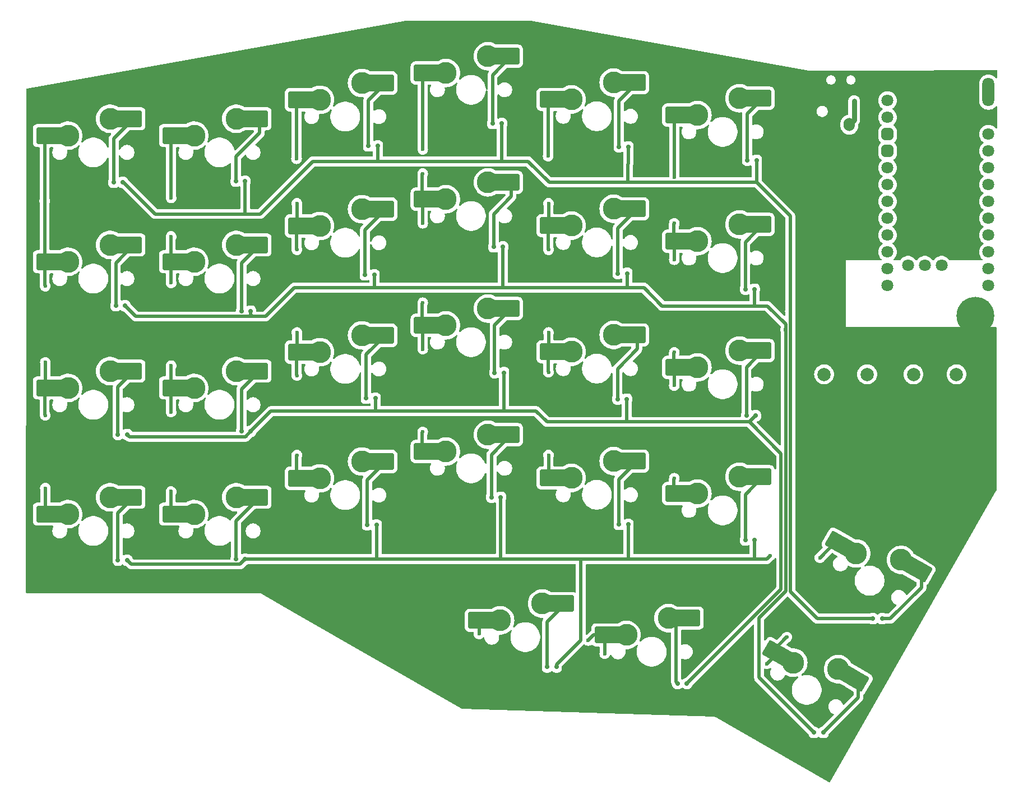
<source format=gbr>
%TF.GenerationSoftware,KiCad,Pcbnew,8.0.8*%
%TF.CreationDate,2025-02-12T11:53:10+01:00*%
%TF.ProjectId,PCB_g,5043425f-672e-46b6-9963-61645f706362,rev?*%
%TF.SameCoordinates,Original*%
%TF.FileFunction,Copper,L2,Bot*%
%TF.FilePolarity,Positive*%
%FSLAX46Y46*%
G04 Gerber Fmt 4.6, Leading zero omitted, Abs format (unit mm)*
G04 Created by KiCad (PCBNEW 8.0.8) date 2025-02-12 11:53:10*
%MOMM*%
%LPD*%
G01*
G04 APERTURE LIST*
G04 Aperture macros list*
%AMRoundRect*
0 Rectangle with rounded corners*
0 $1 Rounding radius*
0 $2 $3 $4 $5 $6 $7 $8 $9 X,Y pos of 4 corners*
0 Add a 4 corners polygon primitive as box body*
4,1,4,$2,$3,$4,$5,$6,$7,$8,$9,$2,$3,0*
0 Add four circle primitives for the rounded corners*
1,1,$1+$1,$2,$3*
1,1,$1+$1,$4,$5*
1,1,$1+$1,$6,$7*
1,1,$1+$1,$8,$9*
0 Add four rect primitives between the rounded corners*
20,1,$1+$1,$2,$3,$4,$5,0*
20,1,$1+$1,$4,$5,$6,$7,0*
20,1,$1+$1,$6,$7,$8,$9,0*
20,1,$1+$1,$8,$9,$2,$3,0*%
%AMRotRect*
0 Rectangle, with rotation*
0 The origin of the aperture is its center*
0 $1 length*
0 $2 width*
0 $3 Rotation angle, in degrees counterclockwise*
0 Add horizontal line*
21,1,$1,$2,0,0,$3*%
G04 Aperture macros list end*
%TA.AperFunction,ComponentPad*%
%ADD10C,1.800000*%
%TD*%
%TA.AperFunction,ComponentPad*%
%ADD11RoundRect,0.450000X-0.450000X-0.450000X0.450000X-0.450000X0.450000X0.450000X-0.450000X0.450000X0*%
%TD*%
%TA.AperFunction,ComponentPad*%
%ADD12O,1.800000X4.340000*%
%TD*%
%TA.AperFunction,ComponentPad*%
%ADD13C,2.000000*%
%TD*%
%TA.AperFunction,ComponentPad*%
%ADD14RoundRect,0.250000X-0.600000X-0.750000X0.600000X-0.750000X0.600000X0.750000X-0.600000X0.750000X0*%
%TD*%
%TA.AperFunction,ComponentPad*%
%ADD15O,1.700000X2.000000*%
%TD*%
%TA.AperFunction,ComponentPad*%
%ADD16C,5.700000*%
%TD*%
%TA.AperFunction,SMDPad,CuDef*%
%ADD17RoundRect,0.150000X0.150000X0.200000X-0.150000X0.200000X-0.150000X-0.200000X0.150000X-0.200000X0*%
%TD*%
%TA.AperFunction,ComponentPad*%
%ADD18C,3.300000*%
%TD*%
%TA.AperFunction,SMDPad,CuDef*%
%ADD19R,1.650000X2.500000*%
%TD*%
%TA.AperFunction,SMDPad,CuDef*%
%ADD20RoundRect,0.250000X1.025000X1.000000X-1.025000X1.000000X-1.025000X-1.000000X1.025000X-1.000000X0*%
%TD*%
%TA.AperFunction,SMDPad,CuDef*%
%ADD21RoundRect,0.150000X-0.150000X-0.200000X0.150000X-0.200000X0.150000X0.200000X-0.150000X0.200000X0*%
%TD*%
%TA.AperFunction,SMDPad,CuDef*%
%ADD22RotRect,1.650000X2.500000X330.000000*%
%TD*%
%TA.AperFunction,SMDPad,CuDef*%
%ADD23RoundRect,0.250000X1.387676X0.353525X-0.387676X1.378525X-1.387676X-0.353525X0.387676X-1.378525X0*%
%TD*%
%TA.AperFunction,SMDPad,CuDef*%
%ADD24RotRect,1.650000X2.500000X150.000000*%
%TD*%
%TA.AperFunction,ViaPad*%
%ADD25C,0.600000*%
%TD*%
%TA.AperFunction,Conductor*%
%ADD26C,0.500000*%
%TD*%
%TA.AperFunction,Conductor*%
%ADD27C,0.750000*%
%TD*%
G04 APERTURE END LIST*
D10*
%TO.P,U1,1,P0.06*%
%TO.N,unconnected-(U1-P0.06-Pad1)*%
X200710800Y-45974000D03*
%TO.P,U1,2,P0.08*%
%TO.N,unconnected-(U1-P0.08-Pad2)*%
X200710800Y-48514000D03*
D11*
%TO.P,U1,3,GND*%
%TO.N,unconnected-(U1-GND-Pad3)*%
X200710800Y-51054000D03*
%TO.P,U1,4,GND*%
%TO.N,unconnected-(U1-GND-Pad4)*%
X200710800Y-53594000D03*
D10*
%TO.P,U1,5,P0.17*%
%TO.N,col1*%
X200710800Y-56134000D03*
%TO.P,U1,6,P0.20*%
%TO.N,col0*%
X200710800Y-58674000D03*
%TO.P,U1,7,P0.22*%
%TO.N,col2*%
X200710800Y-61214000D03*
%TO.P,U1,8,P0.24*%
%TO.N,col3*%
X200710800Y-63754000D03*
%TO.P,U1,9,P1.00*%
%TO.N,col5*%
X200710800Y-66294000D03*
%TO.P,U1,10,P0.11*%
%TO.N,col6*%
X200710800Y-68834000D03*
%TO.P,U1,11,P1.04-LF*%
%TO.N,row0*%
X200710800Y-71374000D03*
%TO.P,U1,12,P1.06-LF*%
%TO.N,row1*%
X200710800Y-73914000D03*
D12*
%TO.P,U1,13,BAT+*%
%TO.N,Net-(SW1-B)*%
X215950800Y-44704000D03*
D11*
%TO.P,U1,14,GND*%
%TO.N,GND*%
X215950800Y-48514000D03*
D10*
%TO.P,U1,15,RST*%
%TO.N,RST*%
X215950800Y-51054000D03*
%TO.P,U1,16,3V3*%
%TO.N,unconnected-(U1-3V3-Pad16)*%
X215950800Y-53594000D03*
%TO.P,U1,17,P0.31-LF*%
%TO.N,unconnected-(U1-P0.31-LF-Pad17)*%
X215950800Y-56134000D03*
%TO.P,U1,18,P0.29-LF*%
%TO.N,unconnected-(U1-P0.29-LF-Pad18)*%
X215950800Y-58674000D03*
%TO.P,U1,19,P0.02-LF*%
%TO.N,unconnected-(U1-P0.02-LF-Pad19)*%
X215950800Y-61214000D03*
%TO.P,U1,20,P1.15-LF*%
%TO.N,unconnected-(U1-P1.15-LF-Pad20)*%
X215950800Y-63754000D03*
%TO.P,U1,21,P1.13-LF*%
%TO.N,row2*%
X215950800Y-66294000D03*
%TO.P,U1,22,P1.11-LF*%
%TO.N,row3*%
X215950800Y-68834000D03*
%TO.P,U1,23,P0.10-LF*%
%TO.N,col4*%
X215950800Y-71374000D03*
%TO.P,U1,24,P0.09-LF*%
%TO.N,WAKE*%
X215950800Y-73914000D03*
%TO.P,U1,25,P1.01-LF*%
%TO.N,unconnected-(U1-P1.01-LF-Pad25)*%
X203784200Y-70820280D03*
%TO.P,U1,26,P1.02-LF*%
%TO.N,unconnected-(U1-P1.02-LF-Pad26)*%
X206324200Y-70820280D03*
%TO.P,U1,27,P1.07-LF*%
%TO.N,unconnected-(U1-P1.07-LF-Pad27)*%
X208864200Y-70820280D03*
D11*
%TO.P,U1,28,GND*%
%TO.N,GND*%
X200710800Y-43434000D03*
D10*
%TO.P,U1,29,BAT+*%
%TO.N,Net-(SW1-B)*%
X215950800Y-43434000D03*
%TD*%
D13*
%TO.P,SW27,1,1*%
%TO.N,GND*%
X204624200Y-82807000D03*
X211124200Y-82807000D03*
%TO.P,SW27,2,2*%
%TO.N,WAKE*%
X204624200Y-87307000D03*
X211124200Y-87307000D03*
%TD*%
%TO.P,SW2,1,1*%
%TO.N,GND*%
X191131300Y-82807000D03*
X197631300Y-82807000D03*
%TO.P,SW2,2,2*%
%TO.N,RST*%
X191131300Y-87307000D03*
X197631300Y-87307000D03*
%TD*%
D14*
%TO.P,J1,1,Pin_1*%
%TO.N,GND*%
X192440750Y-49606250D03*
D15*
%TO.P,J1,2,Pin_2*%
%TO.N,+BATT*%
X194940750Y-49606250D03*
%TD*%
D16*
%TO.P,H4,1,1*%
%TO.N,GND*%
X107546350Y-42462950D03*
%TD*%
%TO.P,H3,1,1*%
%TO.N,GND*%
X110721150Y-119055000D03*
%TD*%
%TO.P,H2,1,1*%
%TO.N,GND*%
X175804550Y-136119550D03*
%TD*%
%TO.P,H1,1,1*%
%TO.N,GND*%
X213969600Y-78435200D03*
%TD*%
D17*
%TO.P,D34,1,K*%
%TO.N,row0*%
X198500000Y-124200000D03*
%TO.P,D34,2,A*%
%TO.N,Net-(D34-A)*%
X199900000Y-124200000D03*
%TD*%
D18*
%TO.P,SW24,1,1*%
%TO.N,col6*%
X171990176Y-67210000D03*
D19*
X170165176Y-67210000D03*
D20*
X168440176Y-67210000D03*
%TO.P,SW24,2,2*%
%TO.N,Net-(D23-A)*%
X181890176Y-64670000D03*
D19*
X180140176Y-64670000D03*
D18*
X178340176Y-64670000D03*
%TD*%
D21*
%TO.P,D10,1,K*%
%TO.N,row0*%
X142442528Y-49456000D03*
%TO.P,D10,2,A*%
%TO.N,Net-(D10-A)*%
X141042528Y-49456000D03*
%TD*%
D18*
%TO.P,SW12,1,1*%
%TO.N,col2*%
X114990000Y-64910000D03*
D19*
X113165000Y-64910000D03*
D20*
X111440000Y-64910000D03*
%TO.P,SW12,2,2*%
%TO.N,Net-(D7-A)*%
X124890000Y-62370000D03*
D19*
X123140000Y-62370000D03*
D18*
X121340000Y-62370000D03*
%TD*%
%TO.P,SW35,1,1*%
%TO.N,col4*%
X195970444Y-114355295D03*
D22*
X194389947Y-113442795D03*
D23*
X192896053Y-112580295D03*
%TO.P,SW35,2,2*%
%TO.N,Net-(D34-A)*%
X205814095Y-117105591D03*
D24*
X204298550Y-116230591D03*
D18*
X202739705Y-115330591D03*
%TD*%
%TO.P,SW8,1,1*%
%TO.N,col0*%
X95990000Y-108410000D03*
D19*
X94165000Y-108410000D03*
D20*
X92440000Y-108410000D03*
%TO.P,SW8,2,2*%
%TO.N,Net-(D3-A)*%
X105890000Y-105870000D03*
D19*
X104140000Y-105870000D03*
D18*
X102340000Y-105870000D03*
%TD*%
%TO.P,SW13,1,1*%
%TO.N,col2*%
X114990000Y-83960000D03*
D19*
X113165000Y-83960000D03*
D20*
X111440000Y-83960000D03*
%TO.P,SW13,2,2*%
%TO.N,Net-(D8-A)*%
X124890000Y-81420000D03*
D19*
X123140000Y-81420000D03*
D18*
X121340000Y-81420000D03*
%TD*%
%TO.P,SW16,1,1*%
%TO.N,col3*%
X133990000Y-60860000D03*
D19*
X132165000Y-60860000D03*
D20*
X130440000Y-60860000D03*
%TO.P,SW16,2,2*%
%TO.N,Net-(D11-A)*%
X143890000Y-58320000D03*
D19*
X142140000Y-58320000D03*
D18*
X140340000Y-58320000D03*
%TD*%
%TO.P,SW25,1,1*%
%TO.N,col6*%
X171990000Y-86260000D03*
D19*
X170165000Y-86260000D03*
D20*
X168440000Y-86260000D03*
%TO.P,SW25,2,2*%
%TO.N,Net-(D24-A)*%
X181890000Y-83720000D03*
D19*
X180140000Y-83720000D03*
D18*
X178340000Y-83720000D03*
%TD*%
D21*
%TO.P,D19,1,K*%
%TO.N,row1*%
X161367352Y-72067000D03*
%TO.P,D19,2,A*%
%TO.N,Net-(D19-A)*%
X159967352Y-72067000D03*
%TD*%
%TO.P,D24,1,K*%
%TO.N,row2*%
X180792528Y-93554000D03*
%TO.P,D24,2,A*%
%TO.N,Net-(D24-A)*%
X179392528Y-93554000D03*
%TD*%
%TO.P,D23,1,K*%
%TO.N,row1*%
X180617528Y-74454000D03*
%TO.P,D23,2,A*%
%TO.N,Net-(D23-A)*%
X179217528Y-74454000D03*
%TD*%
%TO.P,D11,1,K*%
%TO.N,row1*%
X142617528Y-68081000D03*
%TO.P,D11,2,A*%
%TO.N,Net-(D11-A)*%
X141217528Y-68081000D03*
%TD*%
D18*
%TO.P,SW26,1,1*%
%TO.N,col6*%
X171990176Y-105310000D03*
D19*
X170165176Y-105310000D03*
D20*
X168440176Y-105310000D03*
%TO.P,SW26,2,2*%
%TO.N,Net-(D25-A)*%
X181890176Y-102770000D03*
D19*
X180140176Y-102770000D03*
D18*
X178340176Y-102770000D03*
%TD*%
%TO.P,SW21,1,1*%
%TO.N,col5*%
X152990000Y-83910000D03*
D19*
X151165000Y-83910000D03*
D20*
X149440000Y-83910000D03*
%TO.P,SW21,2,2*%
%TO.N,Net-(D20-A)*%
X162890000Y-81370000D03*
D19*
X161140000Y-81370000D03*
D18*
X159340000Y-81370000D03*
%TD*%
%TO.P,SW37,1,1*%
%TO.N,col4*%
X161270000Y-126660000D03*
D19*
X159445000Y-126660000D03*
D20*
X157720000Y-126660000D03*
%TO.P,SW37,2,2*%
%TO.N,Net-(D36-A)*%
X171170000Y-124120000D03*
D19*
X169420000Y-124120000D03*
D18*
X167620000Y-124120000D03*
%TD*%
D21*
%TO.P,D36,1,K*%
%TO.N,row2*%
X170400000Y-134000000D03*
%TO.P,D36,2,A*%
%TO.N,Net-(D36-A)*%
X169000000Y-134000000D03*
%TD*%
D18*
%TO.P,SW7,1,1*%
%TO.N,col1*%
X76940176Y-70310000D03*
D19*
X75115176Y-70310000D03*
D20*
X73390176Y-70310000D03*
%TO.P,SW7,2,2*%
%TO.N,Net-(D16-A)*%
X86840176Y-67770000D03*
D19*
X85090176Y-67770000D03*
D18*
X83290176Y-67770000D03*
%TD*%
%TO.P,SW20,1,1*%
%TO.N,col5*%
X152989824Y-64860000D03*
D19*
X151164824Y-64860000D03*
D20*
X149439824Y-64860000D03*
%TO.P,SW20,2,2*%
%TO.N,Net-(D19-A)*%
X162889824Y-62320000D03*
D19*
X161139824Y-62320000D03*
D18*
X159339824Y-62320000D03*
%TD*%
D21*
%TO.P,D12,1,K*%
%TO.N,row2*%
X142767528Y-87056000D03*
%TO.P,D12,2,A*%
%TO.N,Net-(D12-A)*%
X141367528Y-87056000D03*
%TD*%
D18*
%TO.P,SW38,1,1*%
%TO.N,col4*%
X142190000Y-124460000D03*
D19*
X140365000Y-124460000D03*
D20*
X138640000Y-124460000D03*
%TO.P,SW38,2,2*%
%TO.N,Net-(D37-A)*%
X152090000Y-121920000D03*
D19*
X150340000Y-121920000D03*
D18*
X148540000Y-121920000D03*
%TD*%
D21*
%TO.P,D20,1,K*%
%TO.N,row2*%
X161317352Y-91042000D03*
%TO.P,D20,2,A*%
%TO.N,Net-(D20-A)*%
X159917352Y-91042000D03*
%TD*%
%TO.P,D8,1,K*%
%TO.N,row2*%
X123367352Y-90917000D03*
%TO.P,D8,2,A*%
%TO.N,Net-(D8-A)*%
X121967352Y-90917000D03*
%TD*%
D18*
%TO.P,SW19,1,1*%
%TO.N,col5*%
X152989824Y-45810000D03*
D19*
X151164824Y-45810000D03*
D20*
X149439824Y-45810000D03*
%TO.P,SW19,2,2*%
%TO.N,Net-(D18-A)*%
X162889824Y-43270000D03*
D19*
X161139824Y-43270000D03*
D18*
X159339824Y-43270000D03*
%TD*%
%TO.P,SW17,1,1*%
%TO.N,col3*%
X133990000Y-79910000D03*
D19*
X132165000Y-79910000D03*
D20*
X130440000Y-79910000D03*
%TO.P,SW17,2,2*%
%TO.N,Net-(D12-A)*%
X143890000Y-77370000D03*
D19*
X142140000Y-77370000D03*
D18*
X140340000Y-77370000D03*
%TD*%
D21*
%TO.P,D25,1,K*%
%TO.N,row3*%
X180617528Y-112354000D03*
%TO.P,D25,2,A*%
%TO.N,Net-(D25-A)*%
X179217528Y-112354000D03*
%TD*%
%TO.P,D5,1,K*%
%TO.N,row3*%
X85867528Y-115379000D03*
%TO.P,D5,2,A*%
%TO.N,Net-(D5-A)*%
X84467528Y-115379000D03*
%TD*%
%TO.P,D2,1,K*%
%TO.N,row2*%
X104517528Y-95929000D03*
%TO.P,D2,2,A*%
%TO.N,Net-(D2-A)*%
X103117528Y-95929000D03*
%TD*%
%TO.P,D13,1,K*%
%TO.N,row0*%
X103692528Y-58154000D03*
%TO.P,D13,2,A*%
%TO.N,Net-(D13-A)*%
X102292528Y-58154000D03*
%TD*%
%TO.P,D21,1,K*%
%TO.N,row3*%
X161542352Y-109992000D03*
%TO.P,D21,2,A*%
%TO.N,Net-(D21-A)*%
X160142352Y-109992000D03*
%TD*%
D18*
%TO.P,SW36,1,1*%
%TO.N,col4*%
X186470444Y-130855295D03*
D22*
X184889947Y-129942795D03*
D23*
X183396053Y-129080295D03*
%TO.P,SW36,2,2*%
%TO.N,Net-(D35-A)*%
X196314095Y-133605591D03*
D24*
X194798550Y-132730591D03*
D18*
X193239705Y-131830591D03*
%TD*%
%TO.P,SW9,1,1*%
%TO.N,col1*%
X76940176Y-89360000D03*
D19*
X75115176Y-89360000D03*
D20*
X73390176Y-89360000D03*
%TO.P,SW9,2,2*%
%TO.N,Net-(D4-A)*%
X86840176Y-86820000D03*
D19*
X85090176Y-86820000D03*
D18*
X83290176Y-86820000D03*
%TD*%
D21*
%TO.P,D3,1,K*%
%TO.N,row3*%
X103692528Y-115204000D03*
%TO.P,D3,2,A*%
%TO.N,Net-(D3-A)*%
X102292528Y-115204000D03*
%TD*%
%TO.P,D17,1,K*%
%TO.N,row3*%
X142292528Y-105856000D03*
%TO.P,D17,2,A*%
%TO.N,Net-(D17-A)*%
X140892528Y-105856000D03*
%TD*%
%TO.P,D14,1,K*%
%TO.N,row1*%
X104517528Y-77779000D03*
%TO.P,D14,2,A*%
%TO.N,Net-(D14-A)*%
X103117528Y-77779000D03*
%TD*%
D18*
%TO.P,SW22,1,1*%
%TO.N,col5*%
X152990000Y-102960000D03*
D19*
X151165000Y-102960000D03*
D20*
X149440000Y-102960000D03*
%TO.P,SW22,2,2*%
%TO.N,Net-(D21-A)*%
X162890000Y-100420000D03*
D19*
X161140000Y-100420000D03*
D18*
X159340000Y-100420000D03*
%TD*%
D21*
%TO.P,D4,1,K*%
%TO.N,row2*%
X85867528Y-96404000D03*
%TO.P,D4,2,A*%
%TO.N,Net-(D4-A)*%
X84467528Y-96404000D03*
%TD*%
D18*
%TO.P,SW6,1,1*%
%TO.N,col1*%
X76940176Y-51260000D03*
D19*
X75115176Y-51260000D03*
D20*
X73390176Y-51260000D03*
%TO.P,SW6,2,2*%
%TO.N,Net-(D15-A)*%
X86840176Y-48720000D03*
D19*
X85090176Y-48720000D03*
D18*
X83290176Y-48720000D03*
%TD*%
%TO.P,SW18,1,1*%
%TO.N,col3*%
X133990176Y-98960000D03*
D19*
X132165176Y-98960000D03*
D20*
X130440176Y-98960000D03*
%TO.P,SW18,2,2*%
%TO.N,Net-(D17-A)*%
X143890176Y-96420000D03*
D19*
X142140176Y-96420000D03*
D18*
X140340176Y-96420000D03*
%TD*%
D21*
%TO.P,D7,1,K*%
%TO.N,row1*%
X123192352Y-72292000D03*
%TO.P,D7,2,A*%
%TO.N,Net-(D7-A)*%
X121792352Y-72292000D03*
%TD*%
%TO.P,D6,1,K*%
%TO.N,row0*%
X123692352Y-52842000D03*
%TO.P,D6,2,A*%
%TO.N,Net-(D6-A)*%
X122292352Y-52842000D03*
%TD*%
D18*
%TO.P,SW3,1,1*%
%TO.N,col0*%
X95990176Y-89360000D03*
D19*
X94165176Y-89360000D03*
D20*
X92440176Y-89360000D03*
%TO.P,SW3,2,2*%
%TO.N,Net-(D2-A)*%
X105890176Y-86820000D03*
D19*
X104140176Y-86820000D03*
D18*
X102340176Y-86820000D03*
%TD*%
%TO.P,SW10,1,1*%
%TO.N,col1*%
X76940000Y-108410000D03*
D19*
X75115000Y-108410000D03*
D20*
X73390000Y-108410000D03*
%TO.P,SW10,2,2*%
%TO.N,Net-(D5-A)*%
X86840000Y-105870000D03*
D19*
X85090000Y-105870000D03*
D18*
X83290000Y-105870000D03*
%TD*%
D21*
%TO.P,D37,1,K*%
%TO.N,row3*%
X150705000Y-131500000D03*
%TO.P,D37,2,A*%
%TO.N,Net-(D37-A)*%
X149305000Y-131500000D03*
%TD*%
D18*
%TO.P,SW14,1,1*%
%TO.N,col2*%
X114989824Y-103010000D03*
D19*
X113164824Y-103010000D03*
D20*
X111439824Y-103010000D03*
%TO.P,SW14,2,2*%
%TO.N,Net-(D9-A)*%
X124889824Y-100470000D03*
D19*
X123139824Y-100470000D03*
D18*
X121339824Y-100470000D03*
%TD*%
%TO.P,SW4,1,1*%
%TO.N,col0*%
X95990000Y-51260000D03*
D19*
X94165000Y-51260000D03*
D20*
X92440000Y-51260000D03*
%TO.P,SW4,2,2*%
%TO.N,Net-(D13-A)*%
X105890000Y-48720000D03*
D19*
X104140000Y-48720000D03*
D18*
X102340000Y-48720000D03*
%TD*%
%TO.P,SW23,1,1*%
%TO.N,col6*%
X171990176Y-48160000D03*
D19*
X170165176Y-48160000D03*
D20*
X168440176Y-48160000D03*
%TO.P,SW23,2,2*%
%TO.N,Net-(D22-A)*%
X181890176Y-45620000D03*
D19*
X180140176Y-45620000D03*
D18*
X178340176Y-45620000D03*
%TD*%
D21*
%TO.P,D9,1,K*%
%TO.N,row3*%
X123517352Y-110042000D03*
%TO.P,D9,2,A*%
%TO.N,Net-(D9-A)*%
X122117352Y-110042000D03*
%TD*%
%TO.P,D18,1,K*%
%TO.N,row0*%
X161542352Y-52942000D03*
%TO.P,D18,2,A*%
%TO.N,Net-(D18-A)*%
X160142352Y-52942000D03*
%TD*%
D18*
%TO.P,SW5,1,1*%
%TO.N,col0*%
X95990000Y-70310000D03*
D19*
X94165000Y-70310000D03*
D20*
X92440000Y-70310000D03*
%TO.P,SW5,2,2*%
%TO.N,Net-(D14-A)*%
X105890000Y-67770000D03*
D19*
X104140000Y-67770000D03*
D18*
X102340000Y-67770000D03*
%TD*%
D21*
%TO.P,D15,1,K*%
%TO.N,row0*%
X85217528Y-58329000D03*
%TO.P,D15,2,A*%
%TO.N,Net-(D15-A)*%
X83817528Y-58329000D03*
%TD*%
%TO.P,D16,1,K*%
%TO.N,row1*%
X85542528Y-76954000D03*
%TO.P,D16,2,A*%
%TO.N,Net-(D16-A)*%
X84142528Y-76954000D03*
%TD*%
%TO.P,D22,1,K*%
%TO.N,row0*%
X180942528Y-55004000D03*
%TO.P,D22,2,A*%
%TO.N,Net-(D22-A)*%
X179542528Y-55004000D03*
%TD*%
D17*
%TO.P,D35,1,K*%
%TO.N,row1*%
X189600000Y-141400000D03*
%TO.P,D35,2,A*%
%TO.N,Net-(D35-A)*%
X191000000Y-141400000D03*
%TD*%
D18*
%TO.P,SW15,1,1*%
%TO.N,col3*%
X133990176Y-41810000D03*
D19*
X132165176Y-41810000D03*
D20*
X130440176Y-41810000D03*
%TO.P,SW15,2,2*%
%TO.N,Net-(D10-A)*%
X143890176Y-39270000D03*
D19*
X142140176Y-39270000D03*
D18*
X140340176Y-39270000D03*
%TD*%
%TO.P,SW11,1,1*%
%TO.N,col2*%
X114990000Y-45860000D03*
D19*
X113165000Y-45860000D03*
D20*
X111440000Y-45860000D03*
%TO.P,SW11,2,2*%
%TO.N,Net-(D6-A)*%
X124890000Y-43320000D03*
D19*
X123140000Y-43320000D03*
D18*
X121340000Y-43320000D03*
%TD*%
D25*
%TO.N,row2*%
X184578950Y-111514850D03*
%TO.N,row3*%
X182947850Y-114689650D03*
%TO.N,row1*%
X185278950Y-80560550D03*
%TO.N,row0*%
X186028950Y-77782600D03*
%TO.N,col1*%
X73390176Y-61114900D03*
%TO.N,+BATT*%
X195647050Y-46034600D03*
%TO.N,col0*%
X92500000Y-105000000D03*
X92500000Y-93000000D03*
X92500000Y-66500000D03*
X92500000Y-86000000D03*
X92500000Y-60674350D03*
X92500000Y-73500000D03*
%TO.N,col1*%
X73500000Y-85500000D03*
X73500000Y-93500000D03*
X73500000Y-104500000D03*
X73500000Y-74000000D03*
%TO.N,col2*%
X111500000Y-61500000D03*
X111500000Y-81000000D03*
X111500000Y-68500000D03*
X111500000Y-99500000D03*
X111440000Y-54765300D03*
X111500000Y-87500000D03*
%TO.N,col3*%
X130500000Y-96000000D03*
X130500000Y-83500000D03*
X130500000Y-64500000D03*
X130500000Y-57000000D03*
X130500000Y-53343650D03*
X130500000Y-76500000D03*
%TO.N,col5*%
X149439824Y-54368450D03*
X149500000Y-81000000D03*
X149500000Y-99500000D03*
X149500000Y-61500000D03*
X149500000Y-87000000D03*
X149500000Y-68500000D03*
%TO.N,col6*%
X168500000Y-57543250D03*
X168500000Y-89000000D03*
X168500000Y-70000000D03*
X168500000Y-64500000D03*
X168500000Y-84000000D03*
X168500000Y-103000000D03*
%TO.N,col4*%
X190500000Y-115000000D03*
X139000000Y-126500000D03*
X158000000Y-129500000D03*
X185500000Y-127000000D03*
X155500000Y-127500000D03*
X182500000Y-131000000D03*
%TD*%
D26*
%TO.N,row0*%
X123692352Y-52842000D02*
X123692352Y-55162150D01*
X142442528Y-55135528D02*
X142442528Y-49456000D01*
X142469150Y-55162150D02*
X142442528Y-55135528D01*
X142995350Y-55162150D02*
X142469150Y-55162150D01*
X105958950Y-63099150D02*
X103577850Y-63099150D01*
X113895950Y-55162150D02*
X105958950Y-63099150D01*
X142995350Y-55162150D02*
X113895950Y-55162150D01*
X146437650Y-55162150D02*
X142995350Y-55162150D01*
X161517950Y-58336950D02*
X149612450Y-58336950D01*
X149612450Y-58336950D02*
X146437650Y-55162150D01*
%TO.N,col3*%
X130500000Y-53343650D02*
X130500000Y-41869824D01*
X130500000Y-41869824D02*
X130440176Y-41810000D01*
%TO.N,row3*%
X182947850Y-114689650D02*
X182433500Y-115204000D01*
X182433500Y-115204000D02*
X177767528Y-115204000D01*
X180566750Y-115204000D02*
X177767528Y-115204000D01*
X180617528Y-115153222D02*
X180566750Y-115204000D01*
X180617528Y-112354000D02*
X180617528Y-115153222D01*
%TO.N,row0*%
X190077100Y-124200000D02*
X198500000Y-124200000D01*
X186028950Y-120151850D02*
X190077100Y-124200000D01*
X186028950Y-77782600D02*
X186028950Y-120151850D01*
X186028950Y-63402300D02*
X180963600Y-58336950D01*
X186028950Y-77782600D02*
X186028950Y-63402300D01*
%TO.N,row2*%
X170400000Y-134000000D02*
X184628950Y-119771050D01*
X184628950Y-119771050D02*
X184628950Y-99282422D01*
X184628950Y-99282422D02*
X179846528Y-94500000D01*
%TO.N,row1*%
X185328950Y-120061000D02*
X185328950Y-79766850D01*
X185328950Y-79766850D02*
X182551000Y-76988900D01*
X181305660Y-133105660D02*
X181305660Y-124084290D01*
X181305660Y-124084290D02*
X185328950Y-120061000D01*
X189600000Y-141400000D02*
X181305660Y-133105660D01*
X182551000Y-76988900D02*
X180566750Y-76988900D01*
%TO.N,col5*%
X149439824Y-54368450D02*
X149439824Y-45810000D01*
%TO.N,col2*%
X111440000Y-54765300D02*
X111440000Y-45860000D01*
%TO.N,col1*%
X73390176Y-61114900D02*
X73390176Y-51260000D01*
X73390176Y-70310000D02*
X73390176Y-61114900D01*
%TO.N,col0*%
X92500000Y-51320000D02*
X92440000Y-51260000D01*
X92500000Y-60674350D02*
X92500000Y-51320000D01*
%TO.N,row0*%
X103692528Y-58154000D02*
X103692528Y-62984472D01*
X103577850Y-63099150D02*
X90084950Y-63099150D01*
X103692528Y-62984472D02*
X103577850Y-63099150D01*
X90084950Y-63099150D02*
X85314800Y-58329000D01*
X85314800Y-58329000D02*
X85217528Y-58329000D01*
%TO.N,col6*%
X168500000Y-48219824D02*
X168440176Y-48160000D01*
X168500000Y-57543250D02*
X168500000Y-48219824D01*
%TO.N,row0*%
X180942528Y-55004000D02*
X180942528Y-58315878D01*
X180963600Y-58336950D02*
X161517950Y-58336950D01*
X180942528Y-58315878D02*
X180963600Y-58336950D01*
X161517950Y-55559000D02*
X161517950Y-58336950D01*
%TO.N,row2*%
X161317352Y-94299402D02*
X161517950Y-94500000D01*
X179846528Y-94500000D02*
X161517950Y-94500000D01*
X161517950Y-94500000D02*
X149265300Y-94500000D01*
X161317352Y-91042000D02*
X161317352Y-94299402D01*
X123367352Y-90917000D02*
X123367352Y-92809902D01*
X123367352Y-92809902D02*
X123420350Y-92862900D01*
X123420350Y-92862900D02*
X107583628Y-92862900D01*
X142866000Y-92862900D02*
X123420350Y-92862900D01*
X142767528Y-92764428D02*
X142866000Y-92862900D01*
X142767528Y-87056000D02*
X142767528Y-92764428D01*
X147628200Y-92862900D02*
X142866000Y-92862900D01*
X107583628Y-92862900D02*
X104517528Y-95929000D01*
X149265300Y-94500000D02*
X147628200Y-92862900D01*
%TO.N,row3*%
X150705000Y-131150001D02*
X154374650Y-127480351D01*
X154374650Y-115204000D02*
X154771500Y-115204000D01*
X150705000Y-131500000D02*
X150705000Y-131150001D01*
X154374650Y-127480351D02*
X154374650Y-115204000D01*
X154771500Y-115204000D02*
X142469150Y-115204000D01*
X161517950Y-115204000D02*
X154771500Y-115204000D01*
X161542352Y-109992000D02*
X161542352Y-115179598D01*
X161542352Y-115179598D02*
X161517950Y-115204000D01*
X177767528Y-115204000D02*
X161517950Y-115204000D01*
X142292528Y-105856000D02*
X142292528Y-115027378D01*
X142292528Y-115027378D02*
X142469150Y-115204000D01*
X142469150Y-115204000D02*
X123420350Y-115204000D01*
X123517352Y-115106998D02*
X123420350Y-115204000D01*
X123517352Y-110042000D02*
X123517352Y-115106998D01*
X123420350Y-115204000D02*
X103692528Y-115204000D01*
%TO.N,row1*%
X123192352Y-72292000D02*
X123192352Y-74042098D01*
X123023500Y-74210950D02*
X111118000Y-74210950D01*
X123192352Y-74042098D02*
X123023500Y-74210950D01*
X142469150Y-74210950D02*
X123023500Y-74210950D01*
X142617528Y-74062572D02*
X142469150Y-74210950D01*
X142617528Y-68081000D02*
X142617528Y-74062572D01*
X161517950Y-74210950D02*
X142469150Y-74210950D01*
X161367352Y-72067000D02*
X161367352Y-74060352D01*
X163899050Y-74210950D02*
X161517950Y-74210950D01*
X161367352Y-74060352D02*
X161517950Y-74210950D01*
X180617528Y-76938122D02*
X180566750Y-76988900D01*
X180617528Y-74454000D02*
X180617528Y-76938122D01*
X180566750Y-76988900D02*
X166677000Y-76988900D01*
X106752650Y-78576300D02*
X104768400Y-78576300D01*
X166677000Y-76988900D02*
X163899050Y-74210950D01*
X111118000Y-74210950D02*
X106752650Y-78576300D01*
X104517528Y-78325428D02*
X104768400Y-78576300D01*
X104517528Y-77779000D02*
X104517528Y-78325428D01*
X104768400Y-78576300D02*
X103720228Y-78576300D01*
X103720228Y-78576300D02*
X103717528Y-78579000D01*
%TO.N,row0*%
X161542352Y-52942000D02*
X161542352Y-55534598D01*
X161542352Y-55534598D02*
X161517950Y-55559000D01*
D27*
%TO.N,+BATT*%
X195647050Y-48899950D02*
X194940750Y-49606250D01*
X195647050Y-46034600D02*
X195647050Y-48899950D01*
D26*
%TO.N,row2*%
X103717528Y-96729000D02*
X104517528Y-95929000D01*
X179846528Y-94500000D02*
X180792528Y-93554000D01*
X86192528Y-96729000D02*
X103717528Y-96729000D01*
X85867528Y-96404000D02*
X86192528Y-96729000D01*
%TO.N,Net-(D2-A)*%
X105890176Y-86820000D02*
X103117528Y-89592648D01*
X103117528Y-89592648D02*
X103117528Y-95929000D01*
%TO.N,Net-(D3-A)*%
X102293900Y-109466100D02*
X102293900Y-115202628D01*
X105890000Y-105870000D02*
X102293900Y-109466100D01*
X102293900Y-115202628D02*
X102292528Y-115204000D01*
%TO.N,row3*%
X86492528Y-116004000D02*
X102892528Y-116004000D01*
X102892528Y-116004000D02*
X103692528Y-115204000D01*
X85867528Y-115379000D02*
X86492528Y-116004000D01*
%TO.N,Net-(D4-A)*%
X84455176Y-89205000D02*
X84455176Y-96391648D01*
X86840176Y-86820000D02*
X84455176Y-89205000D01*
X84455176Y-96391648D02*
X84467528Y-96404000D01*
%TO.N,Net-(D5-A)*%
X84455000Y-115366472D02*
X84467528Y-115379000D01*
X86840000Y-105870000D02*
X84455000Y-108255000D01*
X84455000Y-108255000D02*
X84455000Y-115366472D01*
%TO.N,Net-(D6-A)*%
X122292352Y-45917648D02*
X124890000Y-43320000D01*
X122292352Y-52842000D02*
X122292352Y-45917648D01*
%TO.N,row1*%
X87167528Y-78579000D02*
X103717528Y-78579000D01*
X85542528Y-76954000D02*
X87167528Y-78579000D01*
%TO.N,Net-(D7-A)*%
X121792352Y-65467648D02*
X121792352Y-72292000D01*
X124890000Y-62370000D02*
X121792352Y-65467648D01*
%TO.N,Net-(D8-A)*%
X121967352Y-84342648D02*
X121967352Y-90917000D01*
X124890000Y-81420000D02*
X121967352Y-84342648D01*
%TO.N,Net-(D9-A)*%
X122117352Y-103242472D02*
X122117352Y-110042000D01*
X124889824Y-100470000D02*
X122117352Y-103242472D01*
%TO.N,Net-(D10-A)*%
X141042528Y-42117648D02*
X143890176Y-39270000D01*
X141042528Y-49456000D02*
X141042528Y-42117648D01*
%TO.N,Net-(D11-A)*%
X143890000Y-60445456D02*
X141217528Y-63117928D01*
X141217528Y-63117928D02*
X141217528Y-68081000D01*
X143890000Y-58320000D02*
X143890000Y-60445456D01*
%TO.N,Net-(D12-A)*%
X143890000Y-77370000D02*
X141367528Y-79892472D01*
X141367528Y-79892472D02*
X141367528Y-87056000D01*
%TO.N,Net-(D13-A)*%
X102292528Y-58154000D02*
X102292528Y-54442928D01*
X105890000Y-50845456D02*
X105890000Y-48720000D01*
X102292528Y-54442928D02*
X105890000Y-50845456D01*
%TO.N,Net-(D14-A)*%
X105890000Y-67770000D02*
X103117528Y-70542472D01*
X103117528Y-70542472D02*
X103117528Y-77779000D01*
%TO.N,Net-(D15-A)*%
X83817528Y-51742648D02*
X83817528Y-58329000D01*
X86840176Y-48720000D02*
X83817528Y-51742648D01*
%TO.N,Net-(D16-A)*%
X84142528Y-76954000D02*
X84142528Y-70467648D01*
X84142528Y-70467648D02*
X86840176Y-67770000D01*
%TO.N,Net-(D17-A)*%
X140892528Y-99417648D02*
X140892528Y-105856000D01*
X143890176Y-96420000D02*
X140892528Y-99417648D01*
%TO.N,Net-(D18-A)*%
X160142352Y-46017472D02*
X162889824Y-43270000D01*
X160142352Y-52942000D02*
X160142352Y-46017472D01*
%TO.N,Net-(D19-A)*%
X159967352Y-65242472D02*
X159967352Y-72067000D01*
X162889824Y-62320000D02*
X159967352Y-65242472D01*
%TO.N,Net-(D20-A)*%
X159917352Y-91042000D02*
X159917352Y-86468104D01*
X162890000Y-83495456D02*
X162890000Y-81370000D01*
X159917352Y-86468104D02*
X162890000Y-83495456D01*
%TO.N,Net-(D21-A)*%
X160142352Y-103167648D02*
X160142352Y-109992000D01*
X162890000Y-100420000D02*
X160142352Y-103167648D01*
%TO.N,Net-(D22-A)*%
X179542528Y-55004000D02*
X179505176Y-54966648D01*
X179505176Y-54966648D02*
X179505176Y-48005000D01*
X179505176Y-48005000D02*
X181890176Y-45620000D01*
%TO.N,Net-(D23-A)*%
X179217528Y-67342648D02*
X179217528Y-74454000D01*
X181890176Y-64670000D02*
X179217528Y-67342648D01*
%TO.N,Net-(D24-A)*%
X179392528Y-93554000D02*
X179392528Y-86217472D01*
X179392528Y-86217472D02*
X181890000Y-83720000D01*
%TO.N,Net-(D25-A)*%
X181890176Y-102770000D02*
X179217528Y-105442648D01*
X179217528Y-105442648D02*
X179217528Y-112354000D01*
%TO.N,Net-(D34-A)*%
X201143953Y-124200000D02*
X205814095Y-119529858D01*
X205814095Y-119529858D02*
X205814095Y-117105591D01*
X199900000Y-124200000D02*
X201143953Y-124200000D01*
%TO.N,Net-(D35-A)*%
X196314095Y-136085905D02*
X191000000Y-141400000D01*
X196314095Y-133605591D02*
X196314095Y-136085905D01*
%TO.N,Net-(D36-A)*%
X169420000Y-124120000D02*
X168785000Y-124755000D01*
X168785000Y-133785000D02*
X169000000Y-134000000D01*
X168785000Y-124755000D02*
X168785000Y-133785000D01*
%TO.N,Net-(D37-A)*%
X149305000Y-124705000D02*
X149305000Y-131500000D01*
X152090000Y-121920000D02*
X149305000Y-124705000D01*
%TO.N,col0*%
X92500000Y-93000000D02*
X92500000Y-89419824D01*
X92440000Y-66560000D02*
X92500000Y-66500000D01*
X92440000Y-108410000D02*
X92440000Y-105060000D01*
X92440000Y-70310000D02*
X92440000Y-66560000D01*
X92500000Y-70370000D02*
X92440000Y-70310000D01*
X92440176Y-89360000D02*
X92440176Y-86059824D01*
X92500000Y-73500000D02*
X92500000Y-70370000D01*
X92440000Y-105060000D02*
X92500000Y-105000000D01*
X92500000Y-89419824D02*
X92440176Y-89360000D01*
X92440176Y-86059824D02*
X92500000Y-86000000D01*
%TO.N,col1*%
X73390176Y-70310000D02*
X73390176Y-73890176D01*
X73500000Y-108300000D02*
X73390000Y-108410000D01*
X73390176Y-73890176D02*
X73500000Y-74000000D01*
X73500000Y-104500000D02*
X73500000Y-108300000D01*
X73390176Y-89360000D02*
X73390176Y-93390176D01*
X73390176Y-93390176D02*
X73500000Y-93500000D01*
X73500000Y-89250176D02*
X73390176Y-89360000D01*
X73500000Y-85500000D02*
X73500000Y-89250176D01*
%TO.N,col2*%
X111440000Y-87440000D02*
X111500000Y-87500000D01*
X111500000Y-61500000D02*
X111500000Y-64850000D01*
X111500000Y-64850000D02*
X111440000Y-64910000D01*
X111440000Y-64910000D02*
X111440000Y-68440000D01*
X111440000Y-83960000D02*
X111440000Y-87440000D01*
X111500000Y-81000000D02*
X111500000Y-83900000D01*
X111439824Y-99560176D02*
X111500000Y-99500000D01*
X111500000Y-83900000D02*
X111440000Y-83960000D01*
X111440000Y-68440000D02*
X111500000Y-68500000D01*
X111439824Y-103010000D02*
X111439824Y-99560176D01*
%TO.N,col3*%
X130440000Y-79910000D02*
X130440000Y-76560000D01*
X130440176Y-96059824D02*
X130500000Y-96000000D01*
X130440000Y-76560000D02*
X130500000Y-76500000D01*
X130500000Y-60920000D02*
X130440000Y-60860000D01*
X130440000Y-60860000D02*
X130440000Y-57060000D01*
X130440176Y-98960000D02*
X130440176Y-96059824D01*
X130500000Y-83500000D02*
X130500000Y-79970000D01*
X130500000Y-79970000D02*
X130440000Y-79910000D01*
X130440000Y-57060000D02*
X130500000Y-57000000D01*
X130500000Y-64500000D02*
X130500000Y-60920000D01*
%TO.N,col5*%
X149440000Y-86940000D02*
X149500000Y-87000000D01*
X149500000Y-99500000D02*
X149500000Y-102900000D01*
X149500000Y-83850000D02*
X149440000Y-83910000D01*
X149439824Y-64860000D02*
X149439824Y-68439824D01*
X149440000Y-83910000D02*
X149440000Y-86940000D01*
X149500000Y-61500000D02*
X149500000Y-64799824D01*
X149500000Y-64799824D02*
X149439824Y-64860000D01*
X149439824Y-68439824D02*
X149500000Y-68500000D01*
X149500000Y-102900000D02*
X149440000Y-102960000D01*
X149500000Y-81000000D02*
X149500000Y-83850000D01*
%TO.N,col6*%
X168440176Y-105310000D02*
X168440176Y-103059824D01*
X168500000Y-89000000D02*
X168500000Y-86320000D01*
X168500000Y-70000000D02*
X168500000Y-67269824D01*
X168440000Y-86260000D02*
X168440000Y-84060000D01*
X168500000Y-67269824D02*
X168440176Y-67210000D01*
X168440176Y-67210000D02*
X168440176Y-64559824D01*
X168440000Y-84060000D02*
X168500000Y-84000000D01*
X168500000Y-86320000D02*
X168440000Y-86260000D01*
X168440176Y-103059824D02*
X168500000Y-103000000D01*
X168440176Y-64559824D02*
X168500000Y-64500000D01*
%TO.N,col4*%
X139000000Y-124820000D02*
X138640000Y-124460000D01*
X158000000Y-126940000D02*
X157720000Y-126660000D01*
X192896053Y-112580295D02*
X192896053Y-112603947D01*
X183396053Y-130103947D02*
X182500000Y-131000000D01*
X158000000Y-129500000D02*
X158000000Y-126940000D01*
X156340000Y-126660000D02*
X155500000Y-127500000D01*
X139000000Y-126500000D02*
X139000000Y-124820000D01*
X157720000Y-126660000D02*
X156340000Y-126660000D01*
X183396053Y-129080295D02*
X183396053Y-130103947D01*
X185476348Y-127000000D02*
X183396053Y-129080295D01*
X185500000Y-127000000D02*
X185476348Y-127000000D01*
X192896053Y-112603947D02*
X190500000Y-115000000D01*
%TD*%
%TA.AperFunction,Conductor*%
%TO.N,GND*%
G36*
X146870308Y-33941251D02*
G01*
X188809673Y-41469277D01*
X188819857Y-41471551D01*
X188841519Y-41477354D01*
X188858109Y-41481800D01*
X188868401Y-41481800D01*
X188890306Y-41483750D01*
X188900431Y-41485568D01*
X188939879Y-41482239D01*
X188950305Y-41481800D01*
X197950329Y-41481800D01*
X197958371Y-41482297D01*
X197961800Y-41482271D01*
X197961802Y-41482272D01*
X198025399Y-41481802D01*
X198026312Y-41481800D01*
X198093337Y-41481800D01*
X198101367Y-41481241D01*
X217154159Y-41340733D01*
X217221338Y-41359923D01*
X217267481Y-41412388D01*
X217279070Y-41464972D01*
X217277071Y-42489347D01*
X217257255Y-42556348D01*
X217204362Y-42602000D01*
X217135184Y-42611808D01*
X217071686Y-42582659D01*
X217061841Y-42573088D01*
X217059781Y-42570850D01*
X217059779Y-42570847D01*
X217040995Y-42550442D01*
X217031919Y-42539359D01*
X217019042Y-42521635D01*
X216963390Y-42465983D01*
X216959842Y-42462285D01*
X216902587Y-42400090D01*
X216902582Y-42400085D01*
X216885693Y-42386940D01*
X216874175Y-42376768D01*
X216863161Y-42365754D01*
X216794396Y-42315795D01*
X216791118Y-42313329D01*
X216719435Y-42257536D01*
X216719423Y-42257528D01*
X216706167Y-42250354D01*
X216692302Y-42241620D01*
X216684822Y-42236185D01*
X216603429Y-42194712D01*
X216600758Y-42193309D01*
X216515303Y-42147064D01*
X216507033Y-42144224D01*
X216491010Y-42137432D01*
X216488401Y-42136102D01*
X216395532Y-42105928D01*
X216393588Y-42105279D01*
X216376249Y-42099326D01*
X216295781Y-42071702D01*
X216295771Y-42071700D01*
X216295770Y-42071700D01*
X216293387Y-42071302D01*
X216283544Y-42068897D01*
X216283490Y-42069123D01*
X216278756Y-42067986D01*
X216278751Y-42067985D01*
X216278745Y-42067984D01*
X216176184Y-42051739D01*
X216175175Y-42051575D01*
X216066850Y-42033500D01*
X216066849Y-42033500D01*
X215834751Y-42033500D01*
X215834750Y-42033500D01*
X215726443Y-42051572D01*
X215725434Y-42051736D01*
X215622847Y-42067985D01*
X215618108Y-42069123D01*
X215618054Y-42068898D01*
X215608210Y-42071302D01*
X215605832Y-42071698D01*
X215605809Y-42071704D01*
X215508028Y-42105273D01*
X215506084Y-42105923D01*
X215413200Y-42136102D01*
X215413190Y-42136106D01*
X215410585Y-42137434D01*
X215394571Y-42144223D01*
X215386295Y-42147064D01*
X215300895Y-42193279D01*
X215298179Y-42194706D01*
X215216779Y-42236184D01*
X215216776Y-42236186D01*
X215209290Y-42241625D01*
X215195434Y-42250353D01*
X215182171Y-42257531D01*
X215110493Y-42313319D01*
X215107219Y-42315782D01*
X215038437Y-42365756D01*
X215038427Y-42365764D01*
X215027409Y-42376781D01*
X215015905Y-42386940D01*
X214999019Y-42400083D01*
X214999016Y-42400086D01*
X214999016Y-42400087D01*
X214988752Y-42411237D01*
X214941769Y-42462273D01*
X214938222Y-42465969D01*
X214882558Y-42521635D01*
X214877941Y-42527989D01*
X214869680Y-42539359D01*
X214860601Y-42550444D01*
X214841825Y-42570841D01*
X214841818Y-42570850D01*
X214799030Y-42636341D01*
X214795543Y-42641400D01*
X214752986Y-42699976D01*
X214752984Y-42699980D01*
X214740169Y-42725128D01*
X214733499Y-42736643D01*
X214714881Y-42765141D01*
X214714873Y-42765156D01*
X214685986Y-42831009D01*
X214682917Y-42837489D01*
X214652908Y-42896384D01*
X214652903Y-42896397D01*
X214642229Y-42929248D01*
X214637856Y-42940734D01*
X214621645Y-42977691D01*
X214621644Y-42977694D01*
X214605535Y-43041305D01*
X214603262Y-43049177D01*
X214584786Y-43106042D01*
X214584785Y-43106049D01*
X214578394Y-43146394D01*
X214576127Y-43157429D01*
X214564667Y-43202687D01*
X214564665Y-43202699D01*
X214559767Y-43261798D01*
X214558665Y-43270950D01*
X214550300Y-43323775D01*
X214550300Y-43370936D01*
X214549877Y-43381174D01*
X214545500Y-43434004D01*
X214549876Y-43486810D01*
X214550300Y-43497051D01*
X214550300Y-46084222D01*
X214553686Y-46105600D01*
X214584785Y-46301952D01*
X214652903Y-46511603D01*
X214652904Y-46511606D01*
X214702816Y-46609561D01*
X214734425Y-46671597D01*
X214752987Y-46708025D01*
X214882552Y-46886358D01*
X214882556Y-46886363D01*
X215038436Y-47042243D01*
X215038441Y-47042247D01*
X215179409Y-47144665D01*
X215216778Y-47171815D01*
X215320177Y-47224500D01*
X215413193Y-47271895D01*
X215413196Y-47271896D01*
X215493064Y-47297846D01*
X215622849Y-47340015D01*
X215840578Y-47374500D01*
X215840579Y-47374500D01*
X216061021Y-47374500D01*
X216061022Y-47374500D01*
X216278751Y-47340015D01*
X216488406Y-47271895D01*
X216684822Y-47171815D01*
X216863165Y-47042242D01*
X217019042Y-46886365D01*
X217038197Y-46860001D01*
X217044096Y-46851881D01*
X217099425Y-46809215D01*
X217169038Y-46803234D01*
X217230834Y-46835839D01*
X217265192Y-46896678D01*
X217268415Y-46925007D01*
X217262232Y-50093228D01*
X217242416Y-50160229D01*
X217189523Y-50205881D01*
X217120345Y-50215689D01*
X217056847Y-50186540D01*
X217047015Y-50176982D01*
X216902584Y-50020087D01*
X216902579Y-50020083D01*
X216902577Y-50020081D01*
X216719434Y-49877535D01*
X216719428Y-49877531D01*
X216515304Y-49767064D01*
X216515295Y-49767061D01*
X216295784Y-49691702D01*
X216124082Y-49663050D01*
X216066849Y-49653500D01*
X215834751Y-49653500D01*
X215788964Y-49661140D01*
X215605815Y-49691702D01*
X215386304Y-49767061D01*
X215386295Y-49767064D01*
X215182171Y-49877531D01*
X215182165Y-49877535D01*
X214999022Y-50020081D01*
X214999019Y-50020084D01*
X214999016Y-50020086D01*
X214999016Y-50020087D01*
X214950777Y-50072489D01*
X214841816Y-50190852D01*
X214714875Y-50385151D01*
X214621642Y-50597699D01*
X214564666Y-50822691D01*
X214564664Y-50822702D01*
X214545500Y-51053993D01*
X214545500Y-51054006D01*
X214564664Y-51285297D01*
X214564666Y-51285308D01*
X214621642Y-51510300D01*
X214714875Y-51722848D01*
X214841816Y-51917147D01*
X214841819Y-51917151D01*
X214841821Y-51917153D01*
X214999016Y-52087913D01*
X214999019Y-52087915D01*
X214999022Y-52087918D01*
X215176618Y-52226147D01*
X215217431Y-52282857D01*
X215221106Y-52352630D01*
X215186474Y-52413313D01*
X215176618Y-52421853D01*
X214999022Y-52560081D01*
X214999019Y-52560084D01*
X214999016Y-52560086D01*
X214999016Y-52560087D01*
X214984079Y-52576313D01*
X214841816Y-52730852D01*
X214714875Y-52925151D01*
X214621642Y-53137699D01*
X214564666Y-53362691D01*
X214564664Y-53362702D01*
X214545500Y-53593993D01*
X214545500Y-53594006D01*
X214564664Y-53825297D01*
X214564666Y-53825308D01*
X214621642Y-54050300D01*
X214714875Y-54262848D01*
X214841816Y-54457147D01*
X214841819Y-54457151D01*
X214841821Y-54457153D01*
X214999016Y-54627913D01*
X214999019Y-54627915D01*
X214999022Y-54627918D01*
X215176618Y-54766147D01*
X215217431Y-54822857D01*
X215221106Y-54892630D01*
X215186474Y-54953313D01*
X215176618Y-54961853D01*
X214999022Y-55100081D01*
X214999019Y-55100084D01*
X214841816Y-55270852D01*
X214714875Y-55465151D01*
X214621642Y-55677699D01*
X214564666Y-55902691D01*
X214564664Y-55902702D01*
X214545500Y-56133993D01*
X214545500Y-56134006D01*
X214564664Y-56365297D01*
X214564666Y-56365308D01*
X214621642Y-56590300D01*
X214714875Y-56802848D01*
X214841816Y-56997147D01*
X214841819Y-56997151D01*
X214841821Y-56997153D01*
X214999016Y-57167913D01*
X214999019Y-57167915D01*
X214999022Y-57167918D01*
X215176618Y-57306147D01*
X215217431Y-57362857D01*
X215221106Y-57432630D01*
X215186474Y-57493313D01*
X215176618Y-57501853D01*
X214999022Y-57640081D01*
X214999019Y-57640084D01*
X214999016Y-57640086D01*
X214999016Y-57640087D01*
X214946524Y-57697109D01*
X214841816Y-57810852D01*
X214714875Y-58005151D01*
X214621642Y-58217699D01*
X214564666Y-58442691D01*
X214564664Y-58442702D01*
X214545500Y-58673993D01*
X214545500Y-58674006D01*
X214564664Y-58905297D01*
X214564666Y-58905308D01*
X214621642Y-59130300D01*
X214714875Y-59342848D01*
X214841816Y-59537147D01*
X214841819Y-59537151D01*
X214841821Y-59537153D01*
X214999016Y-59707913D01*
X214999019Y-59707915D01*
X214999022Y-59707918D01*
X215176618Y-59846147D01*
X215217431Y-59902857D01*
X215221106Y-59972630D01*
X215186474Y-60033313D01*
X215176618Y-60041853D01*
X214999022Y-60180081D01*
X214999019Y-60180084D01*
X214999016Y-60180086D01*
X214999016Y-60180087D01*
X214969505Y-60212145D01*
X214841816Y-60350852D01*
X214714875Y-60545151D01*
X214621642Y-60757699D01*
X214564666Y-60982691D01*
X214564664Y-60982702D01*
X214545500Y-61213993D01*
X214545500Y-61214006D01*
X214564664Y-61445297D01*
X214564666Y-61445308D01*
X214621642Y-61670300D01*
X214714875Y-61882848D01*
X214841816Y-62077147D01*
X214841819Y-62077151D01*
X214841821Y-62077153D01*
X214999016Y-62247913D01*
X214999019Y-62247915D01*
X214999022Y-62247918D01*
X215176618Y-62386147D01*
X215217431Y-62442857D01*
X215221106Y-62512630D01*
X215186474Y-62573313D01*
X215176618Y-62581853D01*
X214999022Y-62720081D01*
X214999019Y-62720084D01*
X214999016Y-62720086D01*
X214999016Y-62720087D01*
X214960034Y-62762433D01*
X214841816Y-62890852D01*
X214714875Y-63085151D01*
X214621642Y-63297699D01*
X214564666Y-63522691D01*
X214564664Y-63522702D01*
X214545500Y-63753993D01*
X214545500Y-63754006D01*
X214564664Y-63985297D01*
X214564666Y-63985308D01*
X214621642Y-64210300D01*
X214714875Y-64422848D01*
X214841816Y-64617147D01*
X214841819Y-64617151D01*
X214841821Y-64617153D01*
X214999016Y-64787913D01*
X214999019Y-64787915D01*
X214999022Y-64787918D01*
X215176618Y-64926147D01*
X215217431Y-64982857D01*
X215221106Y-65052630D01*
X215186474Y-65113313D01*
X215176618Y-65121853D01*
X214999022Y-65260081D01*
X214999019Y-65260084D01*
X214999016Y-65260086D01*
X214999016Y-65260087D01*
X214965830Y-65296137D01*
X214841816Y-65430852D01*
X214714875Y-65625151D01*
X214621642Y-65837699D01*
X214564666Y-66062691D01*
X214564664Y-66062702D01*
X214545500Y-66293993D01*
X214545500Y-66294006D01*
X214564664Y-66525297D01*
X214564666Y-66525308D01*
X214621642Y-66750300D01*
X214714875Y-66962848D01*
X214841816Y-67157147D01*
X214841819Y-67157151D01*
X214841821Y-67157153D01*
X214999016Y-67327913D01*
X214999019Y-67327915D01*
X214999022Y-67327918D01*
X215176618Y-67466147D01*
X215217431Y-67522857D01*
X215221106Y-67592630D01*
X215186474Y-67653313D01*
X215176618Y-67661853D01*
X214999022Y-67800081D01*
X214999019Y-67800084D01*
X214999016Y-67800086D01*
X214999016Y-67800087D01*
X214966309Y-67835616D01*
X214841816Y-67970852D01*
X214714875Y-68165151D01*
X214621642Y-68377699D01*
X214564666Y-68602691D01*
X214564664Y-68602702D01*
X214545500Y-68833993D01*
X214545500Y-68834006D01*
X214564664Y-69065297D01*
X214564666Y-69065308D01*
X214621642Y-69290300D01*
X214714875Y-69502848D01*
X214841816Y-69697147D01*
X214841819Y-69697151D01*
X214841821Y-69697153D01*
X214999016Y-69867913D01*
X214999019Y-69867915D01*
X214999022Y-69867918D01*
X215017303Y-69882147D01*
X215058116Y-69938857D01*
X215061791Y-70008630D01*
X215027159Y-70069313D01*
X214965218Y-70101640D01*
X214941141Y-70104000D01*
X210136242Y-70104000D01*
X210069203Y-70084315D01*
X210032433Y-70047822D01*
X210021776Y-70031511D01*
X209973179Y-69957127D01*
X209815984Y-69786367D01*
X209815979Y-69786363D01*
X209815977Y-69786361D01*
X209632834Y-69643815D01*
X209632828Y-69643811D01*
X209428704Y-69533344D01*
X209428695Y-69533341D01*
X209209184Y-69457982D01*
X209037482Y-69429330D01*
X208980249Y-69419780D01*
X208748151Y-69419780D01*
X208702364Y-69427420D01*
X208519215Y-69457982D01*
X208299704Y-69533341D01*
X208299695Y-69533344D01*
X208095571Y-69643811D01*
X208095565Y-69643815D01*
X207912422Y-69786361D01*
X207912419Y-69786364D01*
X207912416Y-69786366D01*
X207912416Y-69786367D01*
X207770818Y-69940185D01*
X207755215Y-69957134D01*
X207698008Y-70044696D01*
X207644862Y-70090053D01*
X207575630Y-70099476D01*
X207512295Y-70069974D01*
X207490392Y-70044696D01*
X207433184Y-69957134D01*
X207433182Y-69957132D01*
X207433179Y-69957127D01*
X207275984Y-69786367D01*
X207275979Y-69786363D01*
X207275977Y-69786361D01*
X207092834Y-69643815D01*
X207092828Y-69643811D01*
X206888704Y-69533344D01*
X206888695Y-69533341D01*
X206669184Y-69457982D01*
X206497482Y-69429330D01*
X206440249Y-69419780D01*
X206208151Y-69419780D01*
X206162364Y-69427420D01*
X205979215Y-69457982D01*
X205759704Y-69533341D01*
X205759695Y-69533344D01*
X205555571Y-69643811D01*
X205555565Y-69643815D01*
X205372422Y-69786361D01*
X205372419Y-69786364D01*
X205372416Y-69786366D01*
X205372416Y-69786367D01*
X205230818Y-69940185D01*
X205215215Y-69957134D01*
X205158008Y-70044696D01*
X205104862Y-70090053D01*
X205035630Y-70099476D01*
X204972295Y-70069974D01*
X204950392Y-70044696D01*
X204893184Y-69957134D01*
X204893182Y-69957132D01*
X204893179Y-69957127D01*
X204735984Y-69786367D01*
X204735979Y-69786363D01*
X204735977Y-69786361D01*
X204552834Y-69643815D01*
X204552828Y-69643811D01*
X204348704Y-69533344D01*
X204348695Y-69533341D01*
X204129184Y-69457982D01*
X203957482Y-69429330D01*
X203900249Y-69419780D01*
X203668151Y-69419780D01*
X203622364Y-69427420D01*
X203439215Y-69457982D01*
X203219704Y-69533341D01*
X203219695Y-69533344D01*
X203015571Y-69643811D01*
X203015565Y-69643815D01*
X202832422Y-69786361D01*
X202832419Y-69786364D01*
X202675218Y-69957130D01*
X202615967Y-70047822D01*
X202562820Y-70093178D01*
X202512158Y-70104000D01*
X201720459Y-70104000D01*
X201653420Y-70084315D01*
X201607665Y-70031511D01*
X201597721Y-69962353D01*
X201626746Y-69898797D01*
X201644297Y-69882147D01*
X201655537Y-69873397D01*
X201662584Y-69867913D01*
X201819779Y-69697153D01*
X201946724Y-69502849D01*
X202039957Y-69290300D01*
X202096934Y-69065305D01*
X202100108Y-69027005D01*
X202116100Y-68834006D01*
X202116100Y-68833993D01*
X202096935Y-68602702D01*
X202096933Y-68602691D01*
X202039957Y-68377699D01*
X201946724Y-68165151D01*
X201819783Y-67970852D01*
X201819780Y-67970849D01*
X201819779Y-67970847D01*
X201662584Y-67800087D01*
X201484980Y-67661853D01*
X201444168Y-67605143D01*
X201440493Y-67535370D01*
X201475124Y-67474687D01*
X201484981Y-67466146D01*
X201492166Y-67460554D01*
X201662584Y-67327913D01*
X201819779Y-67157153D01*
X201946724Y-66962849D01*
X202039957Y-66750300D01*
X202096934Y-66525305D01*
X202098806Y-66502712D01*
X202116100Y-66294006D01*
X202116100Y-66293993D01*
X202096935Y-66062702D01*
X202096933Y-66062691D01*
X202039957Y-65837699D01*
X201946724Y-65625151D01*
X201819783Y-65430852D01*
X201819780Y-65430849D01*
X201819779Y-65430847D01*
X201662584Y-65260087D01*
X201484980Y-65121853D01*
X201444168Y-65065143D01*
X201440493Y-64995370D01*
X201475124Y-64934687D01*
X201484981Y-64926146D01*
X201662584Y-64787913D01*
X201819779Y-64617153D01*
X201820214Y-64616488D01*
X201868233Y-64542989D01*
X201946724Y-64422849D01*
X202039957Y-64210300D01*
X202096934Y-63985305D01*
X202098806Y-63962712D01*
X202116100Y-63754006D01*
X202116100Y-63753993D01*
X202096935Y-63522702D01*
X202096933Y-63522691D01*
X202039957Y-63297699D01*
X201946724Y-63085151D01*
X201819783Y-62890852D01*
X201819780Y-62890849D01*
X201819779Y-62890847D01*
X201662584Y-62720087D01*
X201484980Y-62581853D01*
X201444168Y-62525143D01*
X201440493Y-62455370D01*
X201475124Y-62394687D01*
X201484981Y-62386146D01*
X201662584Y-62247913D01*
X201819779Y-62077153D01*
X201820214Y-62076488D01*
X201852881Y-62026486D01*
X201946724Y-61882849D01*
X202039957Y-61670300D01*
X202096934Y-61445305D01*
X202096935Y-61445297D01*
X202116100Y-61214006D01*
X202116100Y-61213993D01*
X202096935Y-60982702D01*
X202096933Y-60982691D01*
X202039957Y-60757699D01*
X201946724Y-60545151D01*
X201819783Y-60350852D01*
X201819780Y-60350849D01*
X201819779Y-60350847D01*
X201662584Y-60180087D01*
X201484980Y-60041853D01*
X201444168Y-59985143D01*
X201440493Y-59915370D01*
X201475124Y-59854687D01*
X201484981Y-59846146D01*
X201662584Y-59707913D01*
X201819779Y-59537153D01*
X201820983Y-59535311D01*
X201883268Y-59439976D01*
X201946724Y-59342849D01*
X202039957Y-59130300D01*
X202096934Y-58905305D01*
X202096935Y-58905297D01*
X202116100Y-58674006D01*
X202116100Y-58673993D01*
X202096935Y-58442702D01*
X202096933Y-58442691D01*
X202039957Y-58217699D01*
X201946724Y-58005151D01*
X201819783Y-57810852D01*
X201819780Y-57810849D01*
X201819779Y-57810847D01*
X201662584Y-57640087D01*
X201484980Y-57501853D01*
X201444168Y-57445143D01*
X201440493Y-57375370D01*
X201475124Y-57314687D01*
X201484981Y-57306146D01*
X201488381Y-57303500D01*
X201662584Y-57167913D01*
X201819779Y-56997153D01*
X201823137Y-56992014D01*
X201844265Y-56959674D01*
X201946724Y-56802849D01*
X202039957Y-56590300D01*
X202096934Y-56365305D01*
X202096935Y-56365297D01*
X202116100Y-56134006D01*
X202116100Y-56133993D01*
X202096935Y-55902702D01*
X202096933Y-55902691D01*
X202039957Y-55677699D01*
X201946724Y-55465151D01*
X201819783Y-55270852D01*
X201819780Y-55270849D01*
X201819779Y-55270847D01*
X201662584Y-55100087D01*
X201662579Y-55100083D01*
X201662577Y-55100081D01*
X201625783Y-55071443D01*
X201584970Y-55014733D01*
X201581295Y-54944960D01*
X201615927Y-54884277D01*
X201644528Y-54863684D01*
X201686551Y-54841734D01*
X201836371Y-54719571D01*
X201958534Y-54569751D01*
X202048037Y-54398406D01*
X202101217Y-54212552D01*
X202111300Y-54099138D01*
X202111300Y-53088862D01*
X202101217Y-52975448D01*
X202048037Y-52789594D01*
X201958534Y-52618249D01*
X201847116Y-52481606D01*
X201836371Y-52468428D01*
X201777103Y-52420102D01*
X201737586Y-52362481D01*
X201735494Y-52292643D01*
X201771492Y-52232760D01*
X201777103Y-52227898D01*
X201836371Y-52179571D01*
X201881746Y-52123923D01*
X201958534Y-52029751D01*
X202048037Y-51858406D01*
X202101217Y-51672552D01*
X202111300Y-51559138D01*
X202111300Y-50548862D01*
X202101217Y-50435448D01*
X202048037Y-50249594D01*
X201958534Y-50078249D01*
X201897452Y-50003339D01*
X201836371Y-49928428D01*
X201686551Y-49806266D01*
X201657980Y-49791342D01*
X201644532Y-49784317D01*
X201594226Y-49735831D01*
X201578119Y-49667843D01*
X201601326Y-49601940D01*
X201625778Y-49576559D01*
X201662584Y-49547913D01*
X201819779Y-49377153D01*
X201946724Y-49182849D01*
X202039957Y-48970300D01*
X202096934Y-48745305D01*
X202096935Y-48745297D01*
X202116100Y-48514006D01*
X202116100Y-48513993D01*
X202096935Y-48282702D01*
X202096933Y-48282691D01*
X202039957Y-48057699D01*
X201946724Y-47845151D01*
X201819783Y-47650852D01*
X201819780Y-47650849D01*
X201819779Y-47650847D01*
X201662584Y-47480087D01*
X201484980Y-47341853D01*
X201444168Y-47285143D01*
X201440493Y-47215370D01*
X201475124Y-47154687D01*
X201484981Y-47146146D01*
X201486889Y-47144661D01*
X201662584Y-47007913D01*
X201819779Y-46837153D01*
X201820638Y-46835839D01*
X201904144Y-46708022D01*
X201946724Y-46642849D01*
X202039957Y-46430300D01*
X202096934Y-46205305D01*
X202096935Y-46205297D01*
X202116100Y-45974006D01*
X202116100Y-45973993D01*
X202096935Y-45742702D01*
X202096933Y-45742691D01*
X202039957Y-45517699D01*
X201946724Y-45305151D01*
X201819783Y-45110852D01*
X201819780Y-45110849D01*
X201819779Y-45110847D01*
X201662584Y-44940087D01*
X201662579Y-44940083D01*
X201662577Y-44940081D01*
X201479434Y-44797535D01*
X201479428Y-44797531D01*
X201275304Y-44687064D01*
X201275295Y-44687061D01*
X201055784Y-44611702D01*
X200884082Y-44583050D01*
X200826849Y-44573500D01*
X200594751Y-44573500D01*
X200548964Y-44581140D01*
X200365815Y-44611702D01*
X200146304Y-44687061D01*
X200146295Y-44687064D01*
X199942171Y-44797531D01*
X199942165Y-44797535D01*
X199759022Y-44940081D01*
X199759019Y-44940084D01*
X199601816Y-45110852D01*
X199474875Y-45305151D01*
X199381642Y-45517699D01*
X199324666Y-45742691D01*
X199324664Y-45742702D01*
X199305500Y-45973993D01*
X199305500Y-45974006D01*
X199324664Y-46205297D01*
X199324666Y-46205308D01*
X199381642Y-46430300D01*
X199474875Y-46642848D01*
X199601816Y-46837147D01*
X199601819Y-46837151D01*
X199601821Y-46837153D01*
X199759016Y-47007913D01*
X199759019Y-47007915D01*
X199759022Y-47007918D01*
X199936618Y-47146147D01*
X199977431Y-47202857D01*
X199981106Y-47272630D01*
X199946474Y-47333313D01*
X199936618Y-47341853D01*
X199759022Y-47480081D01*
X199759019Y-47480084D01*
X199759016Y-47480086D01*
X199759016Y-47480087D01*
X199719989Y-47522482D01*
X199601816Y-47650852D01*
X199474875Y-47845151D01*
X199381642Y-48057699D01*
X199324666Y-48282691D01*
X199324664Y-48282702D01*
X199305500Y-48513993D01*
X199305500Y-48514006D01*
X199324664Y-48745297D01*
X199324666Y-48745308D01*
X199381642Y-48970300D01*
X199474875Y-49182848D01*
X199601816Y-49377147D01*
X199601819Y-49377151D01*
X199601821Y-49377153D01*
X199759016Y-49547913D01*
X199795816Y-49576556D01*
X199836629Y-49633265D01*
X199840304Y-49703038D01*
X199805673Y-49763722D01*
X199777066Y-49784317D01*
X199735052Y-49806263D01*
X199585228Y-49928428D01*
X199463065Y-50078250D01*
X199373562Y-50249594D01*
X199320382Y-50435451D01*
X199310300Y-50548863D01*
X199310300Y-51559136D01*
X199320382Y-51672548D01*
X199373562Y-51858405D01*
X199413632Y-51935114D01*
X199463066Y-52029751D01*
X199539854Y-52123923D01*
X199585229Y-52179571D01*
X199644497Y-52227899D01*
X199684013Y-52285520D01*
X199686104Y-52355358D01*
X199650106Y-52415241D01*
X199644497Y-52420101D01*
X199585229Y-52468428D01*
X199463065Y-52618250D01*
X199373562Y-52789594D01*
X199320382Y-52975451D01*
X199314317Y-53043678D01*
X199310300Y-53088862D01*
X199310300Y-54099138D01*
X199311215Y-54109432D01*
X199320382Y-54212548D01*
X199373562Y-54398405D01*
X199439831Y-54525270D01*
X199463066Y-54569751D01*
X199510318Y-54627700D01*
X199585228Y-54719571D01*
X199647651Y-54770470D01*
X199735049Y-54841734D01*
X199777065Y-54863681D01*
X199827372Y-54912167D01*
X199843480Y-54980155D01*
X199820274Y-55046058D01*
X199795817Y-55071443D01*
X199759018Y-55100085D01*
X199601816Y-55270852D01*
X199474875Y-55465151D01*
X199381642Y-55677699D01*
X199324666Y-55902691D01*
X199324664Y-55902702D01*
X199305500Y-56133993D01*
X199305500Y-56134006D01*
X199324664Y-56365297D01*
X199324666Y-56365308D01*
X199381642Y-56590300D01*
X199474875Y-56802848D01*
X199601816Y-56997147D01*
X199601819Y-56997151D01*
X199601821Y-56997153D01*
X199759016Y-57167913D01*
X199759019Y-57167915D01*
X199759022Y-57167918D01*
X199936618Y-57306147D01*
X199977431Y-57362857D01*
X199981106Y-57432630D01*
X199946474Y-57493313D01*
X199936618Y-57501853D01*
X199759022Y-57640081D01*
X199759019Y-57640084D01*
X199759016Y-57640086D01*
X199759016Y-57640087D01*
X199706524Y-57697109D01*
X199601816Y-57810852D01*
X199474875Y-58005151D01*
X199381642Y-58217699D01*
X199324666Y-58442691D01*
X199324664Y-58442702D01*
X199305500Y-58673993D01*
X199305500Y-58674006D01*
X199324664Y-58905297D01*
X199324666Y-58905308D01*
X199381642Y-59130300D01*
X199474875Y-59342848D01*
X199601816Y-59537147D01*
X199601819Y-59537151D01*
X199601821Y-59537153D01*
X199759016Y-59707913D01*
X199759019Y-59707915D01*
X199759022Y-59707918D01*
X199936618Y-59846147D01*
X199977431Y-59902857D01*
X199981106Y-59972630D01*
X199946474Y-60033313D01*
X199936618Y-60041853D01*
X199759022Y-60180081D01*
X199759019Y-60180084D01*
X199759016Y-60180086D01*
X199759016Y-60180087D01*
X199729505Y-60212145D01*
X199601816Y-60350852D01*
X199474875Y-60545151D01*
X199381642Y-60757699D01*
X199324666Y-60982691D01*
X199324664Y-60982702D01*
X199305500Y-61213993D01*
X199305500Y-61214006D01*
X199324664Y-61445297D01*
X199324666Y-61445308D01*
X199381642Y-61670300D01*
X199474875Y-61882848D01*
X199601816Y-62077147D01*
X199601819Y-62077151D01*
X199601821Y-62077153D01*
X199759016Y-62247913D01*
X199759019Y-62247915D01*
X199759022Y-62247918D01*
X199936618Y-62386147D01*
X199977431Y-62442857D01*
X199981106Y-62512630D01*
X199946474Y-62573313D01*
X199936618Y-62581853D01*
X199759022Y-62720081D01*
X199759019Y-62720084D01*
X199759016Y-62720086D01*
X199759016Y-62720087D01*
X199720034Y-62762433D01*
X199601816Y-62890852D01*
X199474875Y-63085151D01*
X199381642Y-63297699D01*
X199324666Y-63522691D01*
X199324664Y-63522702D01*
X199305500Y-63753993D01*
X199305500Y-63754006D01*
X199324664Y-63985297D01*
X199324666Y-63985308D01*
X199381642Y-64210300D01*
X199474875Y-64422848D01*
X199601816Y-64617147D01*
X199601819Y-64617151D01*
X199601821Y-64617153D01*
X199759016Y-64787913D01*
X199759019Y-64787915D01*
X199759022Y-64787918D01*
X199936618Y-64926147D01*
X199977431Y-64982857D01*
X199981106Y-65052630D01*
X199946474Y-65113313D01*
X199936618Y-65121853D01*
X199759022Y-65260081D01*
X199759019Y-65260084D01*
X199759016Y-65260086D01*
X199759016Y-65260087D01*
X199725830Y-65296137D01*
X199601816Y-65430852D01*
X199474875Y-65625151D01*
X199381642Y-65837699D01*
X199324666Y-66062691D01*
X199324664Y-66062702D01*
X199305500Y-66293993D01*
X199305500Y-66294006D01*
X199324664Y-66525297D01*
X199324666Y-66525308D01*
X199381642Y-66750300D01*
X199474875Y-66962848D01*
X199601816Y-67157147D01*
X199601819Y-67157151D01*
X199601821Y-67157153D01*
X199759016Y-67327913D01*
X199759019Y-67327915D01*
X199759022Y-67327918D01*
X199936618Y-67466147D01*
X199977431Y-67522857D01*
X199981106Y-67592630D01*
X199946474Y-67653313D01*
X199936618Y-67661853D01*
X199759022Y-67800081D01*
X199759019Y-67800084D01*
X199759016Y-67800086D01*
X199759016Y-67800087D01*
X199726309Y-67835616D01*
X199601816Y-67970852D01*
X199474875Y-68165151D01*
X199381642Y-68377699D01*
X199324666Y-68602691D01*
X199324664Y-68602702D01*
X199305500Y-68833993D01*
X199305500Y-68834006D01*
X199324664Y-69065297D01*
X199324666Y-69065308D01*
X199381642Y-69290300D01*
X199474875Y-69502848D01*
X199601816Y-69697147D01*
X199601819Y-69697151D01*
X199601821Y-69697153D01*
X199759016Y-69867913D01*
X199759019Y-69867915D01*
X199759022Y-69867918D01*
X199777303Y-69882147D01*
X199818116Y-69938857D01*
X199821791Y-70008630D01*
X199787159Y-70069313D01*
X199725218Y-70101640D01*
X199701141Y-70104000D01*
X194440800Y-70104000D01*
X194440800Y-80184000D01*
X217079269Y-80184000D01*
X217146308Y-80203685D01*
X217192063Y-80256489D01*
X217203268Y-80308239D01*
X217188764Y-87740866D01*
X217155421Y-104825908D01*
X217139097Y-104887163D01*
X192039116Y-148835515D01*
X191988775Y-148883966D01*
X191920231Y-148897510D01*
X191869938Y-148881691D01*
X174762011Y-139109781D01*
X174758171Y-139107495D01*
X174711736Y-139078704D01*
X174704333Y-139075362D01*
X174704498Y-139074994D01*
X174702701Y-139074221D01*
X174702549Y-139074595D01*
X174695027Y-139071521D01*
X174695024Y-139071519D01*
X174642165Y-139057617D01*
X174637880Y-139056407D01*
X174585574Y-139040615D01*
X174577553Y-139039302D01*
X174577618Y-139038903D01*
X174575686Y-139038622D01*
X174575636Y-139039023D01*
X174567577Y-139038000D01*
X174567573Y-139038000D01*
X174566188Y-139038006D01*
X174512908Y-139038252D01*
X174508444Y-139038192D01*
X136475613Y-137843443D01*
X136417795Y-137827057D01*
X111290894Y-123409983D01*
X136864500Y-123409983D01*
X136864500Y-125510001D01*
X136864501Y-125510018D01*
X136875000Y-125612796D01*
X136875001Y-125612799D01*
X136930185Y-125779331D01*
X136930186Y-125779334D01*
X137022288Y-125928656D01*
X137146344Y-126052712D01*
X137295666Y-126144814D01*
X137462203Y-126199999D01*
X137564991Y-126210500D01*
X138088297Y-126210499D01*
X138155336Y-126230183D01*
X138201091Y-126282987D01*
X138211517Y-126348382D01*
X138194435Y-126499995D01*
X138194435Y-126500003D01*
X138214630Y-126679249D01*
X138214631Y-126679254D01*
X138274211Y-126849523D01*
X138364993Y-126994001D01*
X138370184Y-127002262D01*
X138497738Y-127129816D01*
X138497740Y-127129817D01*
X138608548Y-127199443D01*
X138650478Y-127225789D01*
X138758407Y-127263555D01*
X138820745Y-127285368D01*
X138820750Y-127285369D01*
X138999996Y-127305565D01*
X139000000Y-127305565D01*
X139000004Y-127305565D01*
X139179249Y-127285369D01*
X139179252Y-127285368D01*
X139179255Y-127285368D01*
X139349522Y-127225789D01*
X139502262Y-127129816D01*
X139588100Y-127043977D01*
X139649419Y-127010495D01*
X139719111Y-127015479D01*
X139775045Y-127057350D01*
X139798251Y-127112263D01*
X139822214Y-127263556D01*
X139876956Y-127432039D01*
X139876957Y-127432042D01*
X139952268Y-127579846D01*
X139957386Y-127589890D01*
X140061517Y-127733214D01*
X140186786Y-127858483D01*
X140330110Y-127962614D01*
X140393284Y-127994803D01*
X140487957Y-128043042D01*
X140487960Y-128043043D01*
X140517590Y-128052670D01*
X140656445Y-128097786D01*
X140831421Y-128125500D01*
X140831422Y-128125500D01*
X141008578Y-128125500D01*
X141008579Y-128125500D01*
X141183555Y-128097786D01*
X141352042Y-128043042D01*
X141509890Y-127962614D01*
X141653214Y-127858483D01*
X141778483Y-127733214D01*
X141882614Y-127589890D01*
X141963042Y-127432042D01*
X142017786Y-127263555D01*
X142045500Y-127088579D01*
X142045500Y-126911421D01*
X142020550Y-126753896D01*
X142029504Y-126684605D01*
X142074500Y-126631153D01*
X142141252Y-126610513D01*
X142143023Y-126610500D01*
X142337099Y-126610500D01*
X142368520Y-126606180D01*
X142628555Y-126570440D01*
X142911841Y-126491067D01*
X143181682Y-126373859D01*
X143433049Y-126220999D01*
X143661260Y-126035335D01*
X143749489Y-125940864D01*
X143809631Y-125905306D01*
X143879452Y-125907908D01*
X143936783Y-125947846D01*
X143963421Y-126012438D01*
X143954672Y-126072954D01*
X143870152Y-126277005D01*
X143794001Y-126561203D01*
X143755601Y-126852883D01*
X143755600Y-126852900D01*
X143755600Y-127147099D01*
X143755601Y-127147116D01*
X143793111Y-127432039D01*
X143794002Y-127438800D01*
X143852919Y-127658682D01*
X143870152Y-127722994D01*
X143982734Y-127994794D01*
X143982742Y-127994810D01*
X144129840Y-128249589D01*
X144129851Y-128249605D01*
X144308948Y-128483009D01*
X144308954Y-128483016D01*
X144516983Y-128691045D01*
X144516990Y-128691051D01*
X144545995Y-128713307D01*
X144750403Y-128870155D01*
X144750410Y-128870159D01*
X145005189Y-129017257D01*
X145005205Y-129017265D01*
X145277005Y-129129847D01*
X145277007Y-129129847D01*
X145277013Y-129129850D01*
X145561200Y-129205998D01*
X145852894Y-129244400D01*
X145852901Y-129244400D01*
X146147099Y-129244400D01*
X146147106Y-129244400D01*
X146438800Y-129205998D01*
X146722987Y-129129850D01*
X146808830Y-129094293D01*
X146994794Y-129017265D01*
X146994797Y-129017263D01*
X146994803Y-129017261D01*
X147249597Y-128870155D01*
X147483011Y-128691050D01*
X147691050Y-128483011D01*
X147870155Y-128249597D01*
X148017261Y-127994803D01*
X148030595Y-127962613D01*
X148129847Y-127722994D01*
X148129846Y-127722994D01*
X148129850Y-127722987D01*
X148205998Y-127438800D01*
X148244400Y-127147106D01*
X148244400Y-126852894D01*
X148205998Y-126561200D01*
X148129850Y-126277013D01*
X148129847Y-126277005D01*
X148017265Y-126005205D01*
X148017257Y-126005189D01*
X147870159Y-125750410D01*
X147870155Y-125750403D01*
X147739382Y-125579976D01*
X147691051Y-125516990D01*
X147691045Y-125516983D01*
X147483016Y-125308954D01*
X147483009Y-125308948D01*
X147249605Y-125129851D01*
X147249603Y-125129849D01*
X147249597Y-125129845D01*
X147249592Y-125129842D01*
X147249589Y-125129840D01*
X146994810Y-124982742D01*
X146994794Y-124982734D01*
X146722994Y-124870152D01*
X146704091Y-124865087D01*
X146438800Y-124794002D01*
X146438799Y-124794001D01*
X146438796Y-124794001D01*
X146147116Y-124755601D01*
X146147111Y-124755600D01*
X146147106Y-124755600D01*
X145852894Y-124755600D01*
X145852888Y-124755600D01*
X145852883Y-124755601D01*
X145561203Y-124794001D01*
X145277005Y-124870152D01*
X145005205Y-124982734D01*
X145005189Y-124982742D01*
X144750410Y-125129840D01*
X144750394Y-125129851D01*
X144516991Y-125308947D01*
X144367256Y-125458682D01*
X144305933Y-125492166D01*
X144236241Y-125487182D01*
X144180308Y-125445310D01*
X144155891Y-125379846D01*
X144165841Y-125321597D01*
X144167067Y-125318773D01*
X144167072Y-125318764D01*
X144170559Y-125308954D01*
X144234211Y-125129851D01*
X144265592Y-125041554D01*
X144265592Y-125041549D01*
X144265595Y-125041543D01*
X144309735Y-124829127D01*
X144325448Y-124753511D01*
X144345525Y-124460000D01*
X144325448Y-124166489D01*
X144305501Y-124070500D01*
X144265595Y-123878456D01*
X144265590Y-123878440D01*
X144195420Y-123681001D01*
X144167072Y-123601236D01*
X144031722Y-123340024D01*
X144031721Y-123340022D01*
X144031717Y-123340016D01*
X143862067Y-123099676D01*
X143768991Y-123000016D01*
X143661260Y-122884665D01*
X143661258Y-122884664D01*
X143661256Y-122884661D01*
X143433045Y-122698998D01*
X143181680Y-122546139D01*
X143181675Y-122546137D01*
X142911845Y-122428934D01*
X142628560Y-122349561D01*
X142628556Y-122349560D01*
X142628555Y-122349560D01*
X142482826Y-122329530D01*
X142337099Y-122309500D01*
X142337098Y-122309500D01*
X142042902Y-122309500D01*
X142042901Y-122309500D01*
X141751445Y-122349560D01*
X141751439Y-122349561D01*
X141468154Y-122428934D01*
X141198324Y-122546137D01*
X141198319Y-122546139D01*
X140959370Y-122691448D01*
X140894942Y-122709500D01*
X137564998Y-122709500D01*
X137564981Y-122709501D01*
X137462203Y-122720000D01*
X137462200Y-122720001D01*
X137295668Y-122775185D01*
X137295663Y-122775187D01*
X137146342Y-122867289D01*
X137022289Y-122991342D01*
X136930187Y-123140663D01*
X136930186Y-123140666D01*
X136875001Y-123307203D01*
X136875001Y-123307204D01*
X136875000Y-123307204D01*
X136864500Y-123409983D01*
X111290894Y-123409983D01*
X106053756Y-120405068D01*
X106053476Y-120404907D01*
X105997134Y-120372384D01*
X105996635Y-120372179D01*
X105996323Y-120372050D01*
X105995948Y-120371894D01*
X105971987Y-120365542D01*
X105932967Y-120355199D01*
X105932684Y-120355027D01*
X105932660Y-120355118D01*
X105869835Y-120338290D01*
X105869290Y-120338220D01*
X105868984Y-120338180D01*
X105868563Y-120338124D01*
X105868546Y-120338124D01*
X105810012Y-120338281D01*
X105803124Y-120338300D01*
X105802802Y-120338300D01*
X70706291Y-120341050D01*
X70639250Y-120321371D01*
X70593491Y-120268570D01*
X70582281Y-120217014D01*
X70582605Y-119103075D01*
X70586016Y-107359983D01*
X71614500Y-107359983D01*
X71614500Y-109460001D01*
X71614501Y-109460018D01*
X71625000Y-109562796D01*
X71625001Y-109562799D01*
X71677142Y-109720148D01*
X71680186Y-109729334D01*
X71772288Y-109878656D01*
X71896344Y-110002712D01*
X72045666Y-110094814D01*
X72212203Y-110149999D01*
X72314991Y-110160500D01*
X74242118Y-110160499D01*
X74242127Y-110160500D01*
X74609048Y-110160499D01*
X74676086Y-110180183D01*
X74721841Y-110232987D01*
X74731785Y-110302146D01*
X74709371Y-110357376D01*
X74707388Y-110360104D01*
X74626957Y-110517957D01*
X74626956Y-110517960D01*
X74572214Y-110686443D01*
X74544500Y-110861421D01*
X74544500Y-111038578D01*
X74572214Y-111213556D01*
X74626956Y-111382039D01*
X74626957Y-111382042D01*
X74674967Y-111476265D01*
X74707386Y-111539890D01*
X74811517Y-111683214D01*
X74936786Y-111808483D01*
X75080110Y-111912614D01*
X75143284Y-111944803D01*
X75237957Y-111993042D01*
X75237960Y-111993043D01*
X75322201Y-112020414D01*
X75406445Y-112047786D01*
X75581421Y-112075500D01*
X75581422Y-112075500D01*
X75758578Y-112075500D01*
X75758579Y-112075500D01*
X75933555Y-112047786D01*
X76102042Y-111993042D01*
X76259890Y-111912614D01*
X76403214Y-111808483D01*
X76528483Y-111683214D01*
X76632614Y-111539890D01*
X76713042Y-111382042D01*
X76767786Y-111213555D01*
X76795500Y-111038579D01*
X76795500Y-110861421D01*
X76770550Y-110703896D01*
X76779504Y-110634605D01*
X76824500Y-110581153D01*
X76891252Y-110560513D01*
X76893023Y-110560500D01*
X77087099Y-110560500D01*
X77118520Y-110556180D01*
X77378555Y-110520440D01*
X77661841Y-110441067D01*
X77931682Y-110323859D01*
X78183049Y-110170999D01*
X78411260Y-109985335D01*
X78499489Y-109890864D01*
X78559631Y-109855306D01*
X78629452Y-109857908D01*
X78686783Y-109897846D01*
X78713421Y-109962438D01*
X78704672Y-110022954D01*
X78620152Y-110227005D01*
X78544001Y-110511203D01*
X78505601Y-110802883D01*
X78505600Y-110802900D01*
X78505600Y-111097099D01*
X78505601Y-111097116D01*
X78543111Y-111382039D01*
X78544002Y-111388800D01*
X78596037Y-111582998D01*
X78620152Y-111672994D01*
X78732734Y-111944794D01*
X78732742Y-111944810D01*
X78879840Y-112199589D01*
X78879851Y-112199605D01*
X79058948Y-112433009D01*
X79058954Y-112433016D01*
X79266983Y-112641045D01*
X79266990Y-112641051D01*
X79317781Y-112680024D01*
X79500403Y-112820155D01*
X79500410Y-112820159D01*
X79755189Y-112967257D01*
X79755205Y-112967265D01*
X80027005Y-113079847D01*
X80027007Y-113079847D01*
X80027013Y-113079850D01*
X80311200Y-113155998D01*
X80602894Y-113194400D01*
X80602901Y-113194400D01*
X80897099Y-113194400D01*
X80897106Y-113194400D01*
X81188800Y-113155998D01*
X81472987Y-113079850D01*
X81677905Y-112994971D01*
X81744794Y-112967265D01*
X81744797Y-112967263D01*
X81744803Y-112967261D01*
X81999597Y-112820155D01*
X82233011Y-112641050D01*
X82441050Y-112433011D01*
X82620155Y-112199597D01*
X82767261Y-111944803D01*
X82769109Y-111940343D01*
X82879847Y-111672994D01*
X82879846Y-111672994D01*
X82879850Y-111672987D01*
X82955998Y-111388800D01*
X82994400Y-111097106D01*
X82994400Y-110802894D01*
X82955998Y-110511200D01*
X82879850Y-110227013D01*
X82860453Y-110180183D01*
X82767265Y-109955205D01*
X82767257Y-109955189D01*
X82620159Y-109700410D01*
X82620155Y-109700403D01*
X82528999Y-109581606D01*
X82441051Y-109466990D01*
X82441045Y-109466983D01*
X82233016Y-109258954D01*
X82233009Y-109258948D01*
X81999605Y-109079851D01*
X81999603Y-109079849D01*
X81999597Y-109079845D01*
X81999592Y-109079842D01*
X81999589Y-109079840D01*
X81744810Y-108932742D01*
X81744794Y-108932734D01*
X81472994Y-108820152D01*
X81444858Y-108812613D01*
X81188800Y-108744002D01*
X81188799Y-108744001D01*
X81188796Y-108744001D01*
X80897116Y-108705601D01*
X80897111Y-108705600D01*
X80897106Y-108705600D01*
X80602894Y-108705600D01*
X80602888Y-108705600D01*
X80602883Y-108705601D01*
X80311203Y-108744001D01*
X80027005Y-108820152D01*
X79755205Y-108932734D01*
X79755189Y-108932742D01*
X79500410Y-109079840D01*
X79500394Y-109079851D01*
X79266991Y-109258947D01*
X79117256Y-109408682D01*
X79055933Y-109442166D01*
X78986241Y-109437182D01*
X78930308Y-109395310D01*
X78905891Y-109329846D01*
X78915841Y-109271597D01*
X78917067Y-109268773D01*
X78917072Y-109268764D01*
X78920559Y-109258954D01*
X78977194Y-109099597D01*
X79015592Y-108991554D01*
X79015592Y-108991549D01*
X79015595Y-108991543D01*
X79064789Y-108754804D01*
X79075448Y-108703511D01*
X79095525Y-108410000D01*
X79075448Y-108116489D01*
X79050640Y-107997106D01*
X79015595Y-107828456D01*
X79015590Y-107828440D01*
X78945420Y-107631001D01*
X78917072Y-107551236D01*
X78781722Y-107290024D01*
X78781721Y-107290022D01*
X78781717Y-107290016D01*
X78612067Y-107049676D01*
X78545130Y-106978004D01*
X78411260Y-106834665D01*
X78411258Y-106834664D01*
X78411256Y-106834661D01*
X78229072Y-106686444D01*
X78183049Y-106649001D01*
X78183047Y-106649000D01*
X78183045Y-106648998D01*
X77931680Y-106496139D01*
X77931675Y-106496137D01*
X77661845Y-106378934D01*
X77378560Y-106299561D01*
X77378556Y-106299560D01*
X77378555Y-106299560D01*
X77185223Y-106272987D01*
X77087099Y-106259500D01*
X77087098Y-106259500D01*
X76792902Y-106259500D01*
X76792901Y-106259500D01*
X76501445Y-106299560D01*
X76501439Y-106299561D01*
X76218154Y-106378934D01*
X75948324Y-106496137D01*
X75948319Y-106496139D01*
X75709370Y-106641448D01*
X75644942Y-106659500D01*
X74374500Y-106659500D01*
X74307461Y-106639815D01*
X74261706Y-106587011D01*
X74250500Y-106535500D01*
X74250500Y-104799972D01*
X74257458Y-104759017D01*
X74260605Y-104750024D01*
X74285368Y-104679255D01*
X74286366Y-104670399D01*
X74305565Y-104500003D01*
X74305565Y-104499996D01*
X74285369Y-104320750D01*
X74285368Y-104320745D01*
X74237934Y-104185186D01*
X74225789Y-104150478D01*
X74212922Y-104130001D01*
X74173329Y-104066989D01*
X74129816Y-103997738D01*
X74002262Y-103870184D01*
X73984380Y-103858948D01*
X73849523Y-103774211D01*
X73679254Y-103714631D01*
X73679249Y-103714630D01*
X73500004Y-103694435D01*
X73499996Y-103694435D01*
X73320750Y-103714630D01*
X73320745Y-103714631D01*
X73150476Y-103774211D01*
X72997737Y-103870184D01*
X72870184Y-103997737D01*
X72774211Y-104150476D01*
X72714631Y-104320745D01*
X72714630Y-104320750D01*
X72694435Y-104499996D01*
X72694435Y-104500003D01*
X72714630Y-104679249D01*
X72714631Y-104679254D01*
X72742542Y-104759017D01*
X72749500Y-104799972D01*
X72749500Y-106535500D01*
X72729815Y-106602539D01*
X72677011Y-106648294D01*
X72625500Y-106659500D01*
X72314999Y-106659500D01*
X72314980Y-106659501D01*
X72212203Y-106670000D01*
X72212200Y-106670001D01*
X72045668Y-106725185D01*
X72045663Y-106725187D01*
X71896342Y-106817289D01*
X71772289Y-106941342D01*
X71680187Y-107090663D01*
X71680185Y-107090668D01*
X71668144Y-107127005D01*
X71625001Y-107257203D01*
X71625001Y-107257204D01*
X71625000Y-107257204D01*
X71614500Y-107359983D01*
X70586016Y-107359983D01*
X70587585Y-101959983D01*
X109664324Y-101959983D01*
X109664324Y-104060001D01*
X109664325Y-104060018D01*
X109674824Y-104162796D01*
X109674825Y-104162799D01*
X109730009Y-104329331D01*
X109730011Y-104329336D01*
X109755206Y-104370184D01*
X109822112Y-104478656D01*
X109946168Y-104602712D01*
X110095490Y-104694814D01*
X110262027Y-104749999D01*
X110364815Y-104760500D01*
X112291942Y-104760499D01*
X112291951Y-104760500D01*
X112658872Y-104760499D01*
X112725910Y-104780183D01*
X112771665Y-104832987D01*
X112781609Y-104902146D01*
X112759195Y-104957376D01*
X112757212Y-104960104D01*
X112676781Y-105117957D01*
X112676780Y-105117960D01*
X112622038Y-105286443D01*
X112607943Y-105375435D01*
X112594324Y-105461421D01*
X112594324Y-105638579D01*
X112595675Y-105647106D01*
X112622038Y-105813556D01*
X112676780Y-105982039D01*
X112676781Y-105982042D01*
X112747939Y-106121694D01*
X112757210Y-106139890D01*
X112861341Y-106283214D01*
X112986610Y-106408483D01*
X113129934Y-106512614D01*
X113193108Y-106544803D01*
X113287781Y-106593042D01*
X113287784Y-106593043D01*
X113339417Y-106609819D01*
X113456269Y-106647786D01*
X113631245Y-106675500D01*
X113631246Y-106675500D01*
X113808402Y-106675500D01*
X113808403Y-106675500D01*
X113983379Y-106647786D01*
X114151866Y-106593042D01*
X114309714Y-106512614D01*
X114453038Y-106408483D01*
X114578307Y-106283214D01*
X114682438Y-106139890D01*
X114762866Y-105982042D01*
X114817610Y-105813555D01*
X114845324Y-105638579D01*
X114845324Y-105461421D01*
X114820374Y-105303896D01*
X114829328Y-105234605D01*
X114874324Y-105181153D01*
X114941076Y-105160513D01*
X114942847Y-105160500D01*
X115136923Y-105160500D01*
X115168344Y-105156180D01*
X115428379Y-105120440D01*
X115711665Y-105041067D01*
X115981506Y-104923859D01*
X116232873Y-104770999D01*
X116461084Y-104585335D01*
X116549313Y-104490864D01*
X116609455Y-104455306D01*
X116679276Y-104457908D01*
X116736607Y-104497846D01*
X116763245Y-104562438D01*
X116754496Y-104622954D01*
X116669976Y-104827005D01*
X116593825Y-105111203D01*
X116555425Y-105402883D01*
X116555424Y-105402900D01*
X116555424Y-105697099D01*
X116555425Y-105697116D01*
X116592935Y-105982039D01*
X116593826Y-105988800D01*
X116656576Y-106222987D01*
X116669976Y-106272994D01*
X116782558Y-106544794D01*
X116782566Y-106544810D01*
X116929664Y-106799589D01*
X116929675Y-106799605D01*
X117108772Y-107033009D01*
X117108778Y-107033016D01*
X117316807Y-107241045D01*
X117316814Y-107241051D01*
X117444017Y-107338657D01*
X117550227Y-107420155D01*
X117550234Y-107420159D01*
X117805013Y-107567257D01*
X117805029Y-107567265D01*
X118076829Y-107679847D01*
X118076831Y-107679847D01*
X118076837Y-107679850D01*
X118361024Y-107755998D01*
X118652718Y-107794400D01*
X118652725Y-107794400D01*
X118946923Y-107794400D01*
X118946930Y-107794400D01*
X119238624Y-107755998D01*
X119522811Y-107679850D01*
X119706177Y-107603898D01*
X119794618Y-107567265D01*
X119794621Y-107567263D01*
X119794627Y-107567261D01*
X120049421Y-107420155D01*
X120282835Y-107241050D01*
X120490874Y-107033011D01*
X120669979Y-106799597D01*
X120817085Y-106544803D01*
X120817815Y-106543042D01*
X120929671Y-106272994D01*
X120929670Y-106272994D01*
X120929674Y-106272987D01*
X121005822Y-105988800D01*
X121044224Y-105697106D01*
X121044224Y-105402894D01*
X121005822Y-105111200D01*
X120929674Y-104827013D01*
X120929671Y-104827005D01*
X120817089Y-104555205D01*
X120817081Y-104555189D01*
X120669983Y-104300410D01*
X120669979Y-104300403D01*
X120564389Y-104162796D01*
X120490875Y-104066990D01*
X120490869Y-104066983D01*
X120282840Y-103858954D01*
X120282833Y-103858948D01*
X120049429Y-103679851D01*
X120049427Y-103679849D01*
X120049421Y-103679845D01*
X120049416Y-103679842D01*
X120049413Y-103679840D01*
X119794634Y-103532742D01*
X119794618Y-103532734D01*
X119522818Y-103420152D01*
X119514238Y-103417853D01*
X119238624Y-103344002D01*
X119238623Y-103344001D01*
X119238620Y-103344001D01*
X118946940Y-103305601D01*
X118946935Y-103305600D01*
X118946930Y-103305600D01*
X118652718Y-103305600D01*
X118652712Y-103305600D01*
X118652707Y-103305601D01*
X118361027Y-103344001D01*
X118076829Y-103420152D01*
X117805029Y-103532734D01*
X117805013Y-103532742D01*
X117550234Y-103679840D01*
X117550218Y-103679851D01*
X117316815Y-103858947D01*
X117167080Y-104008682D01*
X117105757Y-104042166D01*
X117036065Y-104037182D01*
X116980132Y-103995310D01*
X116955715Y-103929846D01*
X116965665Y-103871597D01*
X116966891Y-103868773D01*
X116966896Y-103868764D01*
X116970383Y-103858954D01*
X117034035Y-103679851D01*
X117065416Y-103591554D01*
X117065416Y-103591549D01*
X117065419Y-103591543D01*
X117101511Y-103417853D01*
X117125272Y-103303511D01*
X117145349Y-103010000D01*
X117125272Y-102716489D01*
X117099026Y-102590185D01*
X117065419Y-102428456D01*
X117065414Y-102428440D01*
X117004420Y-102256818D01*
X116966896Y-102151236D01*
X116831546Y-101890024D01*
X116831545Y-101890022D01*
X116831541Y-101890016D01*
X116661891Y-101649676D01*
X116579617Y-101561582D01*
X116461084Y-101434665D01*
X116461082Y-101434664D01*
X116461080Y-101434661D01*
X116290892Y-101296203D01*
X116232873Y-101249001D01*
X116232871Y-101249000D01*
X116232869Y-101248998D01*
X115981504Y-101096139D01*
X115981499Y-101096137D01*
X115711669Y-100978934D01*
X115428384Y-100899561D01*
X115428380Y-100899560D01*
X115428379Y-100899560D01*
X115241413Y-100873862D01*
X115136923Y-100859500D01*
X115136922Y-100859500D01*
X114842726Y-100859500D01*
X114842725Y-100859500D01*
X114551269Y-100899560D01*
X114551263Y-100899561D01*
X114267978Y-100978934D01*
X113998148Y-101096137D01*
X113998143Y-101096139D01*
X113759194Y-101241448D01*
X113694766Y-101259500D01*
X112314324Y-101259500D01*
X112247285Y-101239815D01*
X112201530Y-101187011D01*
X112190324Y-101135500D01*
X112190324Y-99941688D01*
X112209331Y-99875715D01*
X112225788Y-99849524D01*
X112229661Y-99838456D01*
X112285368Y-99679255D01*
X112289267Y-99644652D01*
X112305565Y-99500003D01*
X112305565Y-99499996D01*
X112285369Y-99320750D01*
X112285368Y-99320745D01*
X112262573Y-99255600D01*
X112225789Y-99150478D01*
X112129816Y-98997738D01*
X112002262Y-98870184D01*
X111961649Y-98844665D01*
X111849523Y-98774211D01*
X111679254Y-98714631D01*
X111679249Y-98714630D01*
X111500004Y-98694435D01*
X111499996Y-98694435D01*
X111320750Y-98714630D01*
X111320745Y-98714631D01*
X111150476Y-98774211D01*
X110997737Y-98870184D01*
X110870184Y-98997737D01*
X110774210Y-99150478D01*
X110714630Y-99320750D01*
X110705267Y-99403857D01*
X110703664Y-99414166D01*
X110689324Y-99486255D01*
X110689324Y-101135500D01*
X110669639Y-101202539D01*
X110616835Y-101248294D01*
X110565325Y-101259500D01*
X110364823Y-101259500D01*
X110364804Y-101259501D01*
X110262027Y-101270000D01*
X110262024Y-101270001D01*
X110095492Y-101325185D01*
X110095487Y-101325187D01*
X109946166Y-101417289D01*
X109822113Y-101541342D01*
X109730011Y-101690663D01*
X109730010Y-101690666D01*
X109674825Y-101857203D01*
X109674825Y-101857204D01*
X109674824Y-101857204D01*
X109664324Y-101959983D01*
X70587585Y-101959983D01*
X70591550Y-88309983D01*
X71614676Y-88309983D01*
X71614676Y-90410001D01*
X71614677Y-90410018D01*
X71625176Y-90512796D01*
X71625177Y-90512799D01*
X71671072Y-90651298D01*
X71680362Y-90679334D01*
X71772464Y-90828656D01*
X71896520Y-90952712D01*
X72045842Y-91044814D01*
X72212379Y-91099999D01*
X72315167Y-91110500D01*
X72515676Y-91110499D01*
X72582715Y-91130183D01*
X72628470Y-91182987D01*
X72639676Y-91234499D01*
X72639676Y-93464094D01*
X72639676Y-93464096D01*
X72639675Y-93464096D01*
X72668516Y-93609083D01*
X72668519Y-93609093D01*
X72725090Y-93745668D01*
X72743179Y-93772740D01*
X72757117Y-93800672D01*
X72763776Y-93819701D01*
X72774212Y-93849525D01*
X72870184Y-94002262D01*
X72997738Y-94129816D01*
X73150478Y-94225789D01*
X73275397Y-94269500D01*
X73320745Y-94285368D01*
X73320750Y-94285369D01*
X73499996Y-94305565D01*
X73500000Y-94305565D01*
X73500004Y-94305565D01*
X73679249Y-94285369D01*
X73679252Y-94285368D01*
X73679255Y-94285368D01*
X73849522Y-94225789D01*
X74002262Y-94129816D01*
X74129816Y-94002262D01*
X74225789Y-93849522D01*
X74285368Y-93679255D01*
X74290570Y-93633085D01*
X74305565Y-93500003D01*
X74305565Y-93499996D01*
X74285369Y-93320750D01*
X74285366Y-93320737D01*
X74225790Y-93150481D01*
X74225789Y-93150478D01*
X74176271Y-93071670D01*
X74159682Y-93045268D01*
X74140676Y-92979296D01*
X74140676Y-91234499D01*
X74160361Y-91167460D01*
X74213165Y-91121705D01*
X74264671Y-91110499D01*
X74609224Y-91110499D01*
X74676262Y-91130184D01*
X74722017Y-91182988D01*
X74731961Y-91252146D01*
X74709547Y-91307376D01*
X74707564Y-91310104D01*
X74627133Y-91467957D01*
X74627132Y-91467960D01*
X74572390Y-91636443D01*
X74544676Y-91811421D01*
X74544676Y-91988578D01*
X74572390Y-92163556D01*
X74627132Y-92332039D01*
X74627133Y-92332042D01*
X74707562Y-92489890D01*
X74811693Y-92633214D01*
X74936962Y-92758483D01*
X75080286Y-92862614D01*
X75143460Y-92894803D01*
X75238133Y-92943042D01*
X75238136Y-92943043D01*
X75322377Y-92970414D01*
X75406621Y-92997786D01*
X75581597Y-93025500D01*
X75581598Y-93025500D01*
X75758754Y-93025500D01*
X75758755Y-93025500D01*
X75933731Y-92997786D01*
X76102218Y-92943042D01*
X76260066Y-92862614D01*
X76403390Y-92758483D01*
X76528659Y-92633214D01*
X76632790Y-92489890D01*
X76713218Y-92332042D01*
X76767962Y-92163555D01*
X76795676Y-91988579D01*
X76795676Y-91811421D01*
X76770726Y-91653896D01*
X76779680Y-91584605D01*
X76824676Y-91531153D01*
X76891428Y-91510513D01*
X76893199Y-91510500D01*
X77087275Y-91510500D01*
X77118696Y-91506180D01*
X77378731Y-91470440D01*
X77662017Y-91391067D01*
X77931858Y-91273859D01*
X78183225Y-91120999D01*
X78411436Y-90935335D01*
X78499665Y-90840864D01*
X78559807Y-90805306D01*
X78629628Y-90807908D01*
X78686959Y-90847846D01*
X78713597Y-90912438D01*
X78704848Y-90972954D01*
X78620328Y-91177005D01*
X78544177Y-91461203D01*
X78505777Y-91752883D01*
X78505776Y-91752900D01*
X78505776Y-92047099D01*
X78505777Y-92047116D01*
X78544177Y-92338796D01*
X78620328Y-92622994D01*
X78732910Y-92894794D01*
X78732918Y-92894810D01*
X78880016Y-93149589D01*
X78880027Y-93149605D01*
X79059124Y-93383009D01*
X79059130Y-93383016D01*
X79267159Y-93591045D01*
X79267165Y-93591050D01*
X79500579Y-93770155D01*
X79500586Y-93770159D01*
X79755365Y-93917257D01*
X79755381Y-93917265D01*
X80027181Y-94029847D01*
X80027183Y-94029847D01*
X80027189Y-94029850D01*
X80311376Y-94105998D01*
X80603070Y-94144400D01*
X80603077Y-94144400D01*
X80897275Y-94144400D01*
X80897282Y-94144400D01*
X81188976Y-94105998D01*
X81473163Y-94029850D01*
X81546494Y-93999475D01*
X81744970Y-93917265D01*
X81744973Y-93917263D01*
X81744979Y-93917261D01*
X81999773Y-93770155D01*
X82233187Y-93591050D01*
X82441226Y-93383011D01*
X82620331Y-93149597D01*
X82767437Y-92894803D01*
X82780771Y-92862613D01*
X82880023Y-92622994D01*
X82880022Y-92622994D01*
X82880026Y-92622987D01*
X82956174Y-92338800D01*
X82994576Y-92047106D01*
X82994576Y-91752894D01*
X82956174Y-91461200D01*
X82880026Y-91177013D01*
X82865629Y-91142255D01*
X82767441Y-90905205D01*
X82767433Y-90905189D01*
X82620335Y-90650410D01*
X82620331Y-90650403D01*
X82441226Y-90416989D01*
X82441221Y-90416983D01*
X82233192Y-90208954D01*
X82233185Y-90208948D01*
X81999781Y-90029851D01*
X81999779Y-90029849D01*
X81999773Y-90029845D01*
X81999768Y-90029842D01*
X81999765Y-90029840D01*
X81744986Y-89882742D01*
X81744970Y-89882734D01*
X81473170Y-89770152D01*
X81445034Y-89762613D01*
X81188976Y-89694002D01*
X81188975Y-89694001D01*
X81188972Y-89694001D01*
X80897292Y-89655601D01*
X80897287Y-89655600D01*
X80897282Y-89655600D01*
X80603070Y-89655600D01*
X80603064Y-89655600D01*
X80603059Y-89655601D01*
X80311379Y-89694001D01*
X80027181Y-89770152D01*
X79755381Y-89882734D01*
X79755365Y-89882742D01*
X79500586Y-90029840D01*
X79500570Y-90029851D01*
X79267167Y-90208947D01*
X79117432Y-90358682D01*
X79056109Y-90392166D01*
X78986417Y-90387182D01*
X78930484Y-90345310D01*
X78906067Y-90279846D01*
X78916017Y-90221597D01*
X78917243Y-90218773D01*
X78917248Y-90218764D01*
X78920735Y-90208954D01*
X78977370Y-90049597D01*
X79015768Y-89941554D01*
X79015768Y-89941549D01*
X79015771Y-89941543D01*
X79048687Y-89783135D01*
X79075624Y-89653511D01*
X79095701Y-89360000D01*
X79075624Y-89066489D01*
X79050816Y-88947106D01*
X79015771Y-88778456D01*
X79015766Y-88778440D01*
X78945596Y-88581001D01*
X78917248Y-88501236D01*
X78781898Y-88240024D01*
X78781897Y-88240022D01*
X78781893Y-88240016D01*
X78612243Y-87999676D01*
X78522511Y-87903597D01*
X78411436Y-87784665D01*
X78411434Y-87784664D01*
X78411432Y-87784661D01*
X78241244Y-87646203D01*
X78183225Y-87599001D01*
X78183223Y-87599000D01*
X78183221Y-87598998D01*
X77931856Y-87446139D01*
X77931851Y-87446137D01*
X77662021Y-87328934D01*
X77378736Y-87249561D01*
X77378732Y-87249560D01*
X77378731Y-87249560D01*
X77185399Y-87222987D01*
X77087275Y-87209500D01*
X77087274Y-87209500D01*
X76793078Y-87209500D01*
X76793077Y-87209500D01*
X76501621Y-87249560D01*
X76501615Y-87249561D01*
X76218330Y-87328934D01*
X75948500Y-87446137D01*
X75948495Y-87446139D01*
X75709546Y-87591448D01*
X75645118Y-87609500D01*
X74374500Y-87609500D01*
X74307461Y-87589815D01*
X74261706Y-87537011D01*
X74250500Y-87485500D01*
X74250500Y-85799972D01*
X74257458Y-85759017D01*
X74260240Y-85751067D01*
X74285368Y-85679255D01*
X74286298Y-85671001D01*
X74305565Y-85500003D01*
X74305565Y-85499996D01*
X74285369Y-85320750D01*
X74285368Y-85320745D01*
X74282556Y-85312710D01*
X74225789Y-85150478D01*
X74219220Y-85140024D01*
X74174907Y-85069500D01*
X74129816Y-84997738D01*
X74002262Y-84870184D01*
X73849523Y-84774211D01*
X73679254Y-84714631D01*
X73679249Y-84714630D01*
X73500004Y-84694435D01*
X73499996Y-84694435D01*
X73320750Y-84714630D01*
X73320745Y-84714631D01*
X73150476Y-84774211D01*
X72997737Y-84870184D01*
X72870184Y-84997737D01*
X72774211Y-85150476D01*
X72714631Y-85320745D01*
X72714630Y-85320750D01*
X72694435Y-85499996D01*
X72694435Y-85500003D01*
X72714630Y-85679249D01*
X72714631Y-85679254D01*
X72742542Y-85759017D01*
X72749500Y-85799972D01*
X72749500Y-87485500D01*
X72729815Y-87552539D01*
X72677011Y-87598294D01*
X72625500Y-87609500D01*
X72315175Y-87609500D01*
X72315156Y-87609501D01*
X72212379Y-87620000D01*
X72212376Y-87620001D01*
X72045844Y-87675185D01*
X72045839Y-87675187D01*
X71896518Y-87767289D01*
X71772465Y-87891342D01*
X71680363Y-88040663D01*
X71680361Y-88040668D01*
X71671483Y-88067460D01*
X71625177Y-88207203D01*
X71625177Y-88207204D01*
X71625176Y-88207204D01*
X71614676Y-88309983D01*
X70591550Y-88309983D01*
X70602619Y-50209983D01*
X71614676Y-50209983D01*
X71614676Y-52310001D01*
X71614677Y-52310018D01*
X71625176Y-52412796D01*
X71625177Y-52412799D01*
X71680361Y-52579331D01*
X71680363Y-52579336D01*
X71704365Y-52618249D01*
X71772464Y-52728656D01*
X71896520Y-52852712D01*
X72045842Y-52944814D01*
X72212379Y-52999999D01*
X72315167Y-53010500D01*
X72515676Y-53010499D01*
X72582715Y-53030183D01*
X72628470Y-53082987D01*
X72639676Y-53134499D01*
X72639676Y-60814928D01*
X72632718Y-60855882D01*
X72604807Y-60935647D01*
X72584611Y-61114896D01*
X72584611Y-61114903D01*
X72604806Y-61294149D01*
X72604807Y-61294154D01*
X72632718Y-61373917D01*
X72639676Y-61414872D01*
X72639676Y-68435500D01*
X72619991Y-68502539D01*
X72567187Y-68548294D01*
X72515677Y-68559500D01*
X72315175Y-68559500D01*
X72315156Y-68559501D01*
X72212379Y-68570000D01*
X72212376Y-68570001D01*
X72045844Y-68625185D01*
X72045839Y-68625187D01*
X71896518Y-68717289D01*
X71772465Y-68841342D01*
X71680363Y-68990663D01*
X71680361Y-68990668D01*
X71671483Y-69017460D01*
X71625177Y-69157203D01*
X71625177Y-69157204D01*
X71625176Y-69157204D01*
X71614676Y-69259983D01*
X71614676Y-71360001D01*
X71614677Y-71360018D01*
X71625176Y-71462796D01*
X71625177Y-71462799D01*
X71672132Y-71604498D01*
X71680362Y-71629334D01*
X71772464Y-71778656D01*
X71896520Y-71902712D01*
X72045842Y-71994814D01*
X72212379Y-72049999D01*
X72315167Y-72060500D01*
X72515676Y-72060499D01*
X72582715Y-72080183D01*
X72628470Y-72132987D01*
X72639676Y-72184499D01*
X72639676Y-73964094D01*
X72639676Y-73964096D01*
X72639675Y-73964096D01*
X72668516Y-74109083D01*
X72668519Y-74109093D01*
X72725089Y-74245666D01*
X72735343Y-74261012D01*
X72735345Y-74261016D01*
X72743182Y-74272746D01*
X72757118Y-74300675D01*
X72774211Y-74349522D01*
X72870184Y-74502262D01*
X72997738Y-74629816D01*
X73088080Y-74686582D01*
X73141511Y-74720155D01*
X73150478Y-74725789D01*
X73238454Y-74756573D01*
X73320745Y-74785368D01*
X73320750Y-74785369D01*
X73499996Y-74805565D01*
X73500000Y-74805565D01*
X73500004Y-74805565D01*
X73679249Y-74785369D01*
X73679252Y-74785368D01*
X73679255Y-74785368D01*
X73849522Y-74725789D01*
X74002262Y-74629816D01*
X74129816Y-74502262D01*
X74225789Y-74349522D01*
X74285368Y-74179255D01*
X74288504Y-74151426D01*
X74305565Y-74000003D01*
X74305565Y-73999996D01*
X74285369Y-73820750D01*
X74285366Y-73820737D01*
X74225790Y-73650481D01*
X74225789Y-73650478D01*
X74183525Y-73583215D01*
X74159682Y-73545268D01*
X74140676Y-73479296D01*
X74140676Y-72184499D01*
X74160361Y-72117460D01*
X74213165Y-72071705D01*
X74264671Y-72060499D01*
X74609224Y-72060499D01*
X74676262Y-72080184D01*
X74722017Y-72132988D01*
X74731961Y-72202146D01*
X74709547Y-72257376D01*
X74707564Y-72260104D01*
X74627133Y-72417957D01*
X74627132Y-72417960D01*
X74572390Y-72586443D01*
X74544676Y-72761421D01*
X74544676Y-72938578D01*
X74572390Y-73113556D01*
X74627132Y-73282039D01*
X74627133Y-73282042D01*
X74707562Y-73439890D01*
X74811693Y-73583214D01*
X74936962Y-73708483D01*
X75080286Y-73812614D01*
X75143460Y-73844803D01*
X75238133Y-73893042D01*
X75238136Y-73893043D01*
X75322377Y-73920414D01*
X75406621Y-73947786D01*
X75581597Y-73975500D01*
X75581598Y-73975500D01*
X75758754Y-73975500D01*
X75758755Y-73975500D01*
X75933731Y-73947786D01*
X76102218Y-73893042D01*
X76260066Y-73812614D01*
X76403390Y-73708483D01*
X76528659Y-73583214D01*
X76632790Y-73439890D01*
X76713218Y-73282042D01*
X76767962Y-73113555D01*
X76795676Y-72938579D01*
X76795676Y-72761421D01*
X76770726Y-72603896D01*
X76779680Y-72534605D01*
X76824676Y-72481153D01*
X76891428Y-72460513D01*
X76893199Y-72460500D01*
X77087275Y-72460500D01*
X77118696Y-72456180D01*
X77378731Y-72420440D01*
X77662017Y-72341067D01*
X77931858Y-72223859D01*
X78183225Y-72070999D01*
X78411436Y-71885335D01*
X78499665Y-71790864D01*
X78559807Y-71755306D01*
X78629628Y-71757908D01*
X78686959Y-71797846D01*
X78713597Y-71862438D01*
X78704848Y-71922954D01*
X78620328Y-72127005D01*
X78544177Y-72411203D01*
X78505777Y-72702883D01*
X78505776Y-72702900D01*
X78505776Y-72997099D01*
X78505777Y-72997116D01*
X78543287Y-73282039D01*
X78544178Y-73288800D01*
X78613058Y-73545864D01*
X78620328Y-73572994D01*
X78732910Y-73844794D01*
X78732918Y-73844810D01*
X78880016Y-74099589D01*
X78880027Y-74099605D01*
X79059124Y-74333009D01*
X79059130Y-74333016D01*
X79267159Y-74541045D01*
X79267165Y-74541050D01*
X79500579Y-74720155D01*
X79500586Y-74720159D01*
X79755365Y-74867257D01*
X79755381Y-74867265D01*
X80027181Y-74979847D01*
X80027183Y-74979847D01*
X80027189Y-74979850D01*
X80311376Y-75055998D01*
X80603070Y-75094400D01*
X80603077Y-75094400D01*
X80897275Y-75094400D01*
X80897282Y-75094400D01*
X81188976Y-75055998D01*
X81473163Y-74979850D01*
X81626102Y-74916501D01*
X81744970Y-74867265D01*
X81744973Y-74867263D01*
X81744979Y-74867261D01*
X81999773Y-74720155D01*
X82233187Y-74541050D01*
X82441226Y-74333011D01*
X82620331Y-74099597D01*
X82764712Y-73849523D01*
X82767433Y-73844810D01*
X82767441Y-73844794D01*
X82880023Y-73572994D01*
X82880022Y-73572994D01*
X82880026Y-73572987D01*
X82956174Y-73288800D01*
X82994576Y-72997106D01*
X82994576Y-72702894D01*
X82956174Y-72411200D01*
X82880026Y-72127013D01*
X82857117Y-72071705D01*
X82767441Y-71855205D01*
X82767433Y-71855189D01*
X82620335Y-71600410D01*
X82620331Y-71600403D01*
X82513788Y-71461553D01*
X82441227Y-71366990D01*
X82441221Y-71366983D01*
X82233192Y-71158954D01*
X82233185Y-71158948D01*
X81999781Y-70979851D01*
X81999779Y-70979849D01*
X81999773Y-70979845D01*
X81999768Y-70979842D01*
X81999765Y-70979840D01*
X81744986Y-70832742D01*
X81744970Y-70832734D01*
X81473170Y-70720152D01*
X81445034Y-70712613D01*
X81188976Y-70644002D01*
X81188975Y-70644001D01*
X81188972Y-70644001D01*
X80897292Y-70605601D01*
X80897287Y-70605600D01*
X80897282Y-70605600D01*
X80603070Y-70605600D01*
X80603064Y-70605600D01*
X80603059Y-70605601D01*
X80311379Y-70644001D01*
X80027181Y-70720152D01*
X79755381Y-70832734D01*
X79755365Y-70832742D01*
X79500586Y-70979840D01*
X79500570Y-70979851D01*
X79267167Y-71158947D01*
X79117432Y-71308682D01*
X79056109Y-71342166D01*
X78986417Y-71337182D01*
X78930484Y-71295310D01*
X78906067Y-71229846D01*
X78916017Y-71171597D01*
X78917243Y-71168773D01*
X78917248Y-71168764D01*
X78920735Y-71158954D01*
X78977370Y-70999597D01*
X79015768Y-70891554D01*
X79015768Y-70891549D01*
X79015771Y-70891543D01*
X79064965Y-70654804D01*
X79075624Y-70603511D01*
X79095701Y-70310000D01*
X79075624Y-70016489D01*
X79050816Y-69897106D01*
X79015771Y-69728456D01*
X79015766Y-69728440D01*
X78945596Y-69531001D01*
X78917248Y-69451236D01*
X78781898Y-69190024D01*
X78781897Y-69190022D01*
X78781893Y-69190016D01*
X78612243Y-68949676D01*
X78518704Y-68849521D01*
X78411436Y-68734665D01*
X78411434Y-68734664D01*
X78411432Y-68734661D01*
X78226500Y-68584208D01*
X78183225Y-68549001D01*
X78183223Y-68549000D01*
X78183221Y-68548998D01*
X77931856Y-68396139D01*
X77931851Y-68396137D01*
X77662021Y-68278934D01*
X77378736Y-68199561D01*
X77378732Y-68199560D01*
X77378731Y-68199560D01*
X77185399Y-68172987D01*
X77087275Y-68159500D01*
X77087274Y-68159500D01*
X76793078Y-68159500D01*
X76793077Y-68159500D01*
X76501621Y-68199560D01*
X76501615Y-68199561D01*
X76218330Y-68278934D01*
X75948500Y-68396137D01*
X75948495Y-68396139D01*
X75709546Y-68541448D01*
X75645118Y-68559500D01*
X74264676Y-68559500D01*
X74197637Y-68539815D01*
X74151882Y-68487011D01*
X74140676Y-68435500D01*
X74140676Y-61414872D01*
X74147634Y-61373917D01*
X74175544Y-61294154D01*
X74175545Y-61294149D01*
X74195741Y-61114903D01*
X74195741Y-61114896D01*
X74180845Y-60982691D01*
X74175544Y-60935645D01*
X74147634Y-60855882D01*
X74140676Y-60814928D01*
X74140676Y-53134499D01*
X74160361Y-53067460D01*
X74213165Y-53021705D01*
X74264671Y-53010499D01*
X74609224Y-53010499D01*
X74676262Y-53030184D01*
X74722017Y-53082988D01*
X74731961Y-53152146D01*
X74709547Y-53207376D01*
X74707564Y-53210104D01*
X74627133Y-53367957D01*
X74627132Y-53367960D01*
X74572390Y-53536443D01*
X74544676Y-53711421D01*
X74544676Y-53888578D01*
X74572390Y-54063556D01*
X74627132Y-54232039D01*
X74627133Y-54232042D01*
X74671196Y-54318519D01*
X74707562Y-54389890D01*
X74811693Y-54533214D01*
X74936962Y-54658483D01*
X75080286Y-54762614D01*
X75143460Y-54794803D01*
X75238133Y-54843042D01*
X75238136Y-54843043D01*
X75301652Y-54863680D01*
X75406621Y-54897786D01*
X75581597Y-54925500D01*
X75581598Y-54925500D01*
X75758754Y-54925500D01*
X75758755Y-54925500D01*
X75933731Y-54897786D01*
X76102218Y-54843042D01*
X76260066Y-54762614D01*
X76403390Y-54658483D01*
X76528659Y-54533214D01*
X76632790Y-54389890D01*
X76713218Y-54232042D01*
X76767962Y-54063555D01*
X76795676Y-53888579D01*
X76795676Y-53711421D01*
X76770726Y-53553896D01*
X76779680Y-53484605D01*
X76824676Y-53431153D01*
X76891428Y-53410513D01*
X76893199Y-53410500D01*
X77087275Y-53410500D01*
X77124626Y-53405366D01*
X77378731Y-53370440D01*
X77662017Y-53291067D01*
X77931858Y-53173859D01*
X78183225Y-53020999D01*
X78411436Y-52835335D01*
X78499665Y-52740864D01*
X78559807Y-52705306D01*
X78629628Y-52707908D01*
X78686959Y-52747846D01*
X78713597Y-52812438D01*
X78704848Y-52872954D01*
X78620328Y-53077005D01*
X78544177Y-53361203D01*
X78505777Y-53652883D01*
X78505776Y-53652900D01*
X78505776Y-53947099D01*
X78505777Y-53947116D01*
X78543287Y-54232039D01*
X78544178Y-54238800D01*
X78613380Y-54497066D01*
X78620328Y-54522994D01*
X78732910Y-54794794D01*
X78732918Y-54794810D01*
X78880016Y-55049589D01*
X78880027Y-55049605D01*
X79059124Y-55283009D01*
X79059130Y-55283016D01*
X79267159Y-55491045D01*
X79267166Y-55491051D01*
X79344862Y-55550669D01*
X79500579Y-55670155D01*
X79500586Y-55670159D01*
X79755365Y-55817257D01*
X79755381Y-55817265D01*
X80027181Y-55929847D01*
X80027183Y-55929847D01*
X80027189Y-55929850D01*
X80311376Y-56005998D01*
X80603070Y-56044400D01*
X80603077Y-56044400D01*
X80897275Y-56044400D01*
X80897282Y-56044400D01*
X81188976Y-56005998D01*
X81473163Y-55929850D01*
X81589326Y-55881734D01*
X81744970Y-55817265D01*
X81744973Y-55817263D01*
X81744979Y-55817261D01*
X81999773Y-55670155D01*
X82233187Y-55491050D01*
X82441226Y-55283011D01*
X82620331Y-55049597D01*
X82767437Y-54794803D01*
X82767441Y-54794794D01*
X82828467Y-54647464D01*
X82872308Y-54593060D01*
X82938602Y-54570995D01*
X83006301Y-54588274D01*
X83053912Y-54639411D01*
X83067028Y-54694916D01*
X83067028Y-57846670D01*
X83062104Y-57881265D01*
X83019930Y-58026426D01*
X83019929Y-58026432D01*
X83017028Y-58063298D01*
X83017028Y-58594701D01*
X83019929Y-58631567D01*
X83019930Y-58631573D01*
X83065782Y-58789393D01*
X83065783Y-58789396D01*
X83149445Y-58930862D01*
X83149451Y-58930870D01*
X83265657Y-59047076D01*
X83265661Y-59047079D01*
X83265663Y-59047081D01*
X83407130Y-59130744D01*
X83448752Y-59142836D01*
X83564954Y-59176597D01*
X83564957Y-59176597D01*
X83564959Y-59176598D01*
X83601834Y-59179500D01*
X83601842Y-59179500D01*
X84033214Y-59179500D01*
X84033222Y-59179500D01*
X84070097Y-59176598D01*
X84070099Y-59176597D01*
X84070101Y-59176597D01*
X84111719Y-59164505D01*
X84227926Y-59130744D01*
X84369393Y-59047081D01*
X84384740Y-59031734D01*
X84429847Y-58986628D01*
X84491170Y-58953143D01*
X84560862Y-58958127D01*
X84605209Y-58986628D01*
X84665657Y-59047076D01*
X84665661Y-59047079D01*
X84665663Y-59047081D01*
X84807130Y-59130744D01*
X84848752Y-59142836D01*
X84964954Y-59176597D01*
X84964957Y-59176597D01*
X84964959Y-59176598D01*
X85001834Y-59179500D01*
X85052570Y-59179500D01*
X85119609Y-59199185D01*
X85140251Y-59215819D01*
X89606536Y-63682104D01*
X89624992Y-63694435D01*
X89655220Y-63714632D01*
X89729455Y-63764234D01*
X89729456Y-63764234D01*
X89729457Y-63764235D01*
X89866032Y-63820806D01*
X89866037Y-63820808D01*
X89866041Y-63820808D01*
X89866042Y-63820809D01*
X90011029Y-63849650D01*
X90011032Y-63849650D01*
X106032870Y-63849650D01*
X106130412Y-63830246D01*
X106177863Y-63820808D01*
X106314445Y-63764234D01*
X106388680Y-63714632D01*
X106437366Y-63682102D01*
X110309485Y-59809983D01*
X128664500Y-59809983D01*
X128664500Y-61910001D01*
X128664501Y-61910018D01*
X128675000Y-62012796D01*
X128675001Y-62012799D01*
X128730185Y-62179331D01*
X128730187Y-62179336D01*
X128755470Y-62220326D01*
X128822288Y-62328656D01*
X128946344Y-62452712D01*
X129095666Y-62544814D01*
X129262203Y-62599999D01*
X129364991Y-62610500D01*
X129625501Y-62610499D01*
X129692539Y-62630183D01*
X129738294Y-62682987D01*
X129749500Y-62734499D01*
X129749500Y-64200028D01*
X129742542Y-64240982D01*
X129714631Y-64320747D01*
X129694435Y-64499996D01*
X129694435Y-64500003D01*
X129714630Y-64679249D01*
X129714631Y-64679254D01*
X129774211Y-64849523D01*
X129845835Y-64963511D01*
X129870184Y-65002262D01*
X129997738Y-65129816D01*
X130150478Y-65225789D01*
X130277260Y-65270152D01*
X130320745Y-65285368D01*
X130320750Y-65285369D01*
X130499996Y-65305565D01*
X130500000Y-65305565D01*
X130500004Y-65305565D01*
X130679249Y-65285369D01*
X130679252Y-65285368D01*
X130679255Y-65285368D01*
X130849522Y-65225789D01*
X131002262Y-65129816D01*
X131129816Y-65002262D01*
X131225789Y-64849522D01*
X131285368Y-64679255D01*
X131285369Y-64679249D01*
X131305565Y-64500003D01*
X131305565Y-64499996D01*
X131286237Y-64328456D01*
X131285368Y-64320745D01*
X131257458Y-64240982D01*
X131250500Y-64200028D01*
X131250500Y-62734499D01*
X131270185Y-62667460D01*
X131322989Y-62621705D01*
X131374496Y-62610499D01*
X131659048Y-62610499D01*
X131726086Y-62630184D01*
X131771841Y-62682988D01*
X131781785Y-62752146D01*
X131759371Y-62807376D01*
X131757388Y-62810104D01*
X131676957Y-62967957D01*
X131676956Y-62967960D01*
X131622214Y-63136443D01*
X131608158Y-63225187D01*
X131594500Y-63311421D01*
X131594500Y-63488579D01*
X131602750Y-63540666D01*
X131622214Y-63663556D01*
X131676956Y-63832039D01*
X131676957Y-63832042D01*
X131743537Y-63962710D01*
X131757386Y-63989890D01*
X131861517Y-64133214D01*
X131986786Y-64258483D01*
X132130110Y-64362614D01*
X132193284Y-64394803D01*
X132287957Y-64443042D01*
X132287960Y-64443043D01*
X132372201Y-64470414D01*
X132456445Y-64497786D01*
X132631421Y-64525500D01*
X132631422Y-64525500D01*
X132808578Y-64525500D01*
X132808579Y-64525500D01*
X132983555Y-64497786D01*
X133152042Y-64443042D01*
X133309890Y-64362614D01*
X133453214Y-64258483D01*
X133578483Y-64133214D01*
X133682614Y-63989890D01*
X133763042Y-63832042D01*
X133817786Y-63663555D01*
X133845500Y-63488579D01*
X133845500Y-63311421D01*
X133820550Y-63153896D01*
X133829504Y-63084605D01*
X133874500Y-63031153D01*
X133941252Y-63010513D01*
X133943023Y-63010500D01*
X134137099Y-63010500D01*
X134168520Y-63006180D01*
X134428555Y-62970440D01*
X134711841Y-62891067D01*
X134981682Y-62773859D01*
X135233049Y-62620999D01*
X135461260Y-62435335D01*
X135549489Y-62340864D01*
X135609631Y-62305306D01*
X135679452Y-62307908D01*
X135736783Y-62347846D01*
X135763421Y-62412438D01*
X135754672Y-62472954D01*
X135670152Y-62677005D01*
X135658608Y-62720087D01*
X135594002Y-62961200D01*
X135589402Y-62996139D01*
X135555601Y-63252883D01*
X135555600Y-63252900D01*
X135555600Y-63547099D01*
X135555601Y-63547116D01*
X135593111Y-63832039D01*
X135594002Y-63838800D01*
X135660897Y-64088456D01*
X135670152Y-64122994D01*
X135782734Y-64394794D01*
X135782742Y-64394810D01*
X135929840Y-64649589D01*
X135929851Y-64649605D01*
X136108948Y-64883009D01*
X136108954Y-64883016D01*
X136316983Y-65091045D01*
X136316990Y-65091051D01*
X136466273Y-65205600D01*
X136550403Y-65270155D01*
X136550410Y-65270159D01*
X136805189Y-65417257D01*
X136805205Y-65417265D01*
X137077005Y-65529847D01*
X137077007Y-65529847D01*
X137077013Y-65529850D01*
X137361200Y-65605998D01*
X137652894Y-65644400D01*
X137652901Y-65644400D01*
X137947099Y-65644400D01*
X137947106Y-65644400D01*
X138238800Y-65605998D01*
X138522987Y-65529850D01*
X138615430Y-65491559D01*
X138794794Y-65417265D01*
X138794797Y-65417263D01*
X138794803Y-65417261D01*
X139049597Y-65270155D01*
X139283011Y-65091050D01*
X139491050Y-64883011D01*
X139670155Y-64649597D01*
X139817261Y-64394803D01*
X139824848Y-64376488D01*
X139925614Y-64133214D01*
X139929850Y-64122987D01*
X140005998Y-63838800D01*
X140044400Y-63547106D01*
X140044400Y-63252894D01*
X140005998Y-62961200D01*
X139929850Y-62677013D01*
X139924258Y-62663513D01*
X139817265Y-62405205D01*
X139817257Y-62405189D01*
X139670159Y-62150410D01*
X139670155Y-62150403D01*
X139491050Y-61916989D01*
X139491045Y-61916983D01*
X139283016Y-61708954D01*
X139283009Y-61708948D01*
X139049605Y-61529851D01*
X139049603Y-61529849D01*
X139049597Y-61529845D01*
X139049592Y-61529842D01*
X139049589Y-61529840D01*
X138794810Y-61382742D01*
X138794794Y-61382734D01*
X138522994Y-61270152D01*
X138522419Y-61269998D01*
X138238800Y-61194002D01*
X138238799Y-61194001D01*
X138238796Y-61194001D01*
X137947116Y-61155601D01*
X137947111Y-61155600D01*
X137947106Y-61155600D01*
X137652894Y-61155600D01*
X137652888Y-61155600D01*
X137652883Y-61155601D01*
X137361203Y-61194001D01*
X137077005Y-61270152D01*
X136805205Y-61382734D01*
X136805189Y-61382742D01*
X136550410Y-61529840D01*
X136550394Y-61529851D01*
X136316991Y-61708947D01*
X136167256Y-61858682D01*
X136105933Y-61892166D01*
X136036241Y-61887182D01*
X135980308Y-61845310D01*
X135955891Y-61779846D01*
X135965841Y-61721597D01*
X135967067Y-61718773D01*
X135967072Y-61718764D01*
X135970559Y-61708954D01*
X136034211Y-61529851D01*
X136065592Y-61441554D01*
X136065592Y-61441549D01*
X136065595Y-61441543D01*
X136105394Y-61250016D01*
X136125448Y-61153511D01*
X136145525Y-60860000D01*
X136125448Y-60566489D01*
X136105501Y-60470500D01*
X136065595Y-60278456D01*
X136065590Y-60278440D01*
X136011932Y-60127460D01*
X135967072Y-60001236D01*
X135831722Y-59740024D01*
X135831721Y-59740022D01*
X135831717Y-59740016D01*
X135662067Y-59499676D01*
X135595130Y-59428004D01*
X135461260Y-59284665D01*
X135461258Y-59284664D01*
X135461256Y-59284661D01*
X135272066Y-59130744D01*
X135233049Y-59099001D01*
X135233047Y-59099000D01*
X135233045Y-59098998D01*
X134981680Y-58946139D01*
X134981675Y-58946137D01*
X134711845Y-58828934D01*
X134428560Y-58749561D01*
X134428556Y-58749560D01*
X134428555Y-58749560D01*
X134282826Y-58729530D01*
X134137099Y-58709500D01*
X134137098Y-58709500D01*
X133842902Y-58709500D01*
X133842901Y-58709500D01*
X133551445Y-58749560D01*
X133551439Y-58749561D01*
X133268154Y-58828934D01*
X132998324Y-58946137D01*
X132998319Y-58946139D01*
X132759370Y-59091448D01*
X132694942Y-59109500D01*
X131314500Y-59109500D01*
X131247461Y-59089815D01*
X131201706Y-59037011D01*
X131190500Y-58985500D01*
X131190500Y-57441408D01*
X131209507Y-57375435D01*
X131225788Y-57349524D01*
X131240877Y-57306402D01*
X131285368Y-57179255D01*
X131285369Y-57179249D01*
X131305565Y-57000003D01*
X131305565Y-56999996D01*
X131285369Y-56820750D01*
X131285368Y-56820745D01*
X131225788Y-56650476D01*
X131129815Y-56497737D01*
X131002262Y-56370184D01*
X130849523Y-56274211D01*
X130679254Y-56214631D01*
X130679249Y-56214630D01*
X130500004Y-56194435D01*
X130499996Y-56194435D01*
X130320750Y-56214630D01*
X130320745Y-56214631D01*
X130150476Y-56274211D01*
X129997737Y-56370184D01*
X129870184Y-56497737D01*
X129774210Y-56650478D01*
X129714632Y-56820745D01*
X129705083Y-56905486D01*
X129703481Y-56915789D01*
X129689500Y-56986082D01*
X129689500Y-58985500D01*
X129669815Y-59052539D01*
X129617011Y-59098294D01*
X129565501Y-59109500D01*
X129364999Y-59109500D01*
X129364980Y-59109501D01*
X129262203Y-59120000D01*
X129262200Y-59120001D01*
X129095668Y-59175185D01*
X129095663Y-59175187D01*
X128946342Y-59267289D01*
X128822289Y-59391342D01*
X128730187Y-59540663D01*
X128730186Y-59540666D01*
X128675001Y-59707203D01*
X128675001Y-59707204D01*
X128675000Y-59707204D01*
X128664500Y-59809983D01*
X110309485Y-59809983D01*
X114170499Y-55948969D01*
X114231822Y-55915484D01*
X114258180Y-55912650D01*
X123618434Y-55912650D01*
X123766270Y-55912650D01*
X142395232Y-55912650D01*
X142921432Y-55912650D01*
X146075420Y-55912650D01*
X146142459Y-55932335D01*
X146163101Y-55948969D01*
X149134030Y-58919898D01*
X149134034Y-58919901D01*
X149256948Y-59002030D01*
X149256961Y-59002037D01*
X149378885Y-59052539D01*
X149393537Y-59058608D01*
X149393541Y-59058608D01*
X149393542Y-59058609D01*
X149538529Y-59087450D01*
X149538532Y-59087450D01*
X149686367Y-59087450D01*
X161444032Y-59087450D01*
X161591868Y-59087450D01*
X180601370Y-59087450D01*
X180668409Y-59107135D01*
X180689051Y-59123769D01*
X185242131Y-63676848D01*
X185275616Y-63738171D01*
X185278450Y-63764529D01*
X185278450Y-77482628D01*
X185271492Y-77523582D01*
X185243581Y-77603347D01*
X185223385Y-77782596D01*
X185223385Y-77782603D01*
X185243580Y-77961849D01*
X185243581Y-77961854D01*
X185271492Y-78041617D01*
X185278450Y-78082572D01*
X185278450Y-78355619D01*
X185258765Y-78422658D01*
X185205961Y-78468413D01*
X185136803Y-78478357D01*
X185073247Y-78449332D01*
X185066769Y-78443300D01*
X183029420Y-76405951D01*
X183028724Y-76405486D01*
X182932344Y-76341088D01*
X182906495Y-76323816D01*
X182906493Y-76323815D01*
X182906490Y-76323813D01*
X182769917Y-76267243D01*
X182769907Y-76267240D01*
X182624920Y-76238400D01*
X182624918Y-76238400D01*
X181492028Y-76238400D01*
X181424989Y-76218715D01*
X181379234Y-76165911D01*
X181368028Y-76114400D01*
X181368028Y-74936328D01*
X181372952Y-74901733D01*
X181415125Y-74756573D01*
X181415126Y-74756567D01*
X181417991Y-74720159D01*
X181418028Y-74719694D01*
X181418028Y-74188306D01*
X181415126Y-74151431D01*
X181408846Y-74129816D01*
X181369273Y-73993606D01*
X181369272Y-73993603D01*
X181369272Y-73993602D01*
X181285609Y-73852135D01*
X181285607Y-73852133D01*
X181285604Y-73852129D01*
X181169398Y-73735923D01*
X181169390Y-73735917D01*
X181027924Y-73652255D01*
X181027921Y-73652254D01*
X180870101Y-73606402D01*
X180870095Y-73606401D01*
X180833229Y-73603500D01*
X180833222Y-73603500D01*
X180401834Y-73603500D01*
X180401826Y-73603500D01*
X180364960Y-73606401D01*
X180364954Y-73606402D01*
X180207134Y-73652254D01*
X180207133Y-73652254D01*
X180155148Y-73682998D01*
X180087424Y-73700180D01*
X180021162Y-73678019D01*
X179977399Y-73623553D01*
X179968028Y-73576265D01*
X179968028Y-70721843D01*
X179987713Y-70654804D01*
X180040517Y-70609049D01*
X180109675Y-70599105D01*
X180164911Y-70621523D01*
X180290286Y-70712614D01*
X180353460Y-70744803D01*
X180448133Y-70793042D01*
X180448136Y-70793043D01*
X180532377Y-70820414D01*
X180616621Y-70847786D01*
X180791597Y-70875500D01*
X180791598Y-70875500D01*
X180968754Y-70875500D01*
X180968755Y-70875500D01*
X181143731Y-70847786D01*
X181312218Y-70793042D01*
X181470066Y-70712614D01*
X181613390Y-70608483D01*
X181738659Y-70483214D01*
X181842790Y-70339890D01*
X181923218Y-70182042D01*
X181924126Y-70179249D01*
X181925192Y-70175963D01*
X181977962Y-70013555D01*
X182005676Y-69838579D01*
X182005676Y-69661421D01*
X181977962Y-69486445D01*
X181932113Y-69345335D01*
X181923219Y-69317960D01*
X181923218Y-69317957D01*
X181842789Y-69160109D01*
X181738659Y-69016786D01*
X181613390Y-68891517D01*
X181470066Y-68787386D01*
X181451951Y-68778156D01*
X181312218Y-68706957D01*
X181312215Y-68706956D01*
X181143732Y-68652214D01*
X180995676Y-68628764D01*
X180968755Y-68624500D01*
X180791597Y-68624500D01*
X180764676Y-68628764D01*
X180616619Y-68652214D01*
X180448136Y-68706956D01*
X180448133Y-68706957D01*
X180290282Y-68787388D01*
X180164913Y-68878474D01*
X180099107Y-68901954D01*
X180031053Y-68886128D01*
X179982358Y-68836023D01*
X179968028Y-68778156D01*
X179968028Y-67704877D01*
X179987713Y-67637838D01*
X180004342Y-67617200D01*
X181164725Y-66456817D01*
X181226048Y-66423333D01*
X181252406Y-66420499D01*
X182965178Y-66420499D01*
X182965184Y-66420499D01*
X183067973Y-66409999D01*
X183234510Y-66354814D01*
X183383832Y-66262712D01*
X183507888Y-66138656D01*
X183599990Y-65989334D01*
X183655175Y-65822797D01*
X183665676Y-65720009D01*
X183665675Y-63619992D01*
X183658527Y-63550022D01*
X183655175Y-63517203D01*
X183655174Y-63517200D01*
X183645690Y-63488579D01*
X183599990Y-63350666D01*
X183507888Y-63201344D01*
X183383832Y-63077288D01*
X183234510Y-62985186D01*
X183067973Y-62930001D01*
X183067971Y-62930000D01*
X182965192Y-62919500D01*
X182965185Y-62919500D01*
X181013057Y-62919500D01*
X181013049Y-62919500D01*
X179635233Y-62919500D01*
X179570805Y-62901448D01*
X179331858Y-62756141D01*
X179331850Y-62756136D01*
X179062021Y-62638934D01*
X178778736Y-62559561D01*
X178778732Y-62559560D01*
X178778731Y-62559560D01*
X178528330Y-62525143D01*
X178487275Y-62519500D01*
X178487274Y-62519500D01*
X178193078Y-62519500D01*
X178193077Y-62519500D01*
X177901621Y-62559560D01*
X177901615Y-62559561D01*
X177618330Y-62638934D01*
X177348500Y-62756137D01*
X177348495Y-62756139D01*
X177097130Y-62908998D01*
X176868919Y-63094661D01*
X176668108Y-63309676D01*
X176498458Y-63550016D01*
X176498454Y-63550022D01*
X176363103Y-63811237D01*
X176264585Y-64088440D01*
X176264580Y-64088456D01*
X176204728Y-64376486D01*
X176204727Y-64376488D01*
X176184651Y-64670000D01*
X176204727Y-64963511D01*
X176204728Y-64963513D01*
X176264580Y-65251543D01*
X176264585Y-65251559D01*
X176363103Y-65528762D01*
X176498454Y-65789977D01*
X176498458Y-65789983D01*
X176668108Y-66030323D01*
X176868919Y-66245338D01*
X176971331Y-66328656D01*
X177097127Y-66430999D01*
X177097129Y-66431000D01*
X177097130Y-66431001D01*
X177348495Y-66583860D01*
X177348500Y-66583862D01*
X177618330Y-66701065D01*
X177618335Y-66701067D01*
X177901621Y-66780440D01*
X178157857Y-66815659D01*
X178193077Y-66820500D01*
X178435895Y-66820500D01*
X178502934Y-66840185D01*
X178548689Y-66892989D01*
X178558633Y-66962147D01*
X178550456Y-66991951D01*
X178542482Y-67011203D01*
X178495870Y-67123734D01*
X178495868Y-67123740D01*
X178467028Y-67268727D01*
X178467028Y-73971670D01*
X178462104Y-74006265D01*
X178419930Y-74151426D01*
X178419929Y-74151432D01*
X178417028Y-74188298D01*
X178417028Y-74719701D01*
X178419929Y-74756567D01*
X178419930Y-74756573D01*
X178465782Y-74914393D01*
X178465783Y-74914396D01*
X178549445Y-75055862D01*
X178549451Y-75055870D01*
X178665657Y-75172076D01*
X178665661Y-75172079D01*
X178665663Y-75172081D01*
X178807130Y-75255744D01*
X178807137Y-75255746D01*
X178964954Y-75301597D01*
X178964957Y-75301597D01*
X178964959Y-75301598D01*
X179001834Y-75304500D01*
X179001842Y-75304500D01*
X179433214Y-75304500D01*
X179433222Y-75304500D01*
X179470097Y-75301598D01*
X179470099Y-75301597D01*
X179470101Y-75301597D01*
X179627921Y-75255746D01*
X179627922Y-75255744D01*
X179627926Y-75255744D01*
X179679909Y-75225001D01*
X179747630Y-75207819D01*
X179813893Y-75229979D01*
X179857657Y-75284444D01*
X179867028Y-75331734D01*
X179867028Y-76114400D01*
X179847343Y-76181439D01*
X179794539Y-76227194D01*
X179743028Y-76238400D01*
X167039229Y-76238400D01*
X166972190Y-76218715D01*
X166951548Y-76202081D01*
X164377471Y-73628002D01*
X164377464Y-73627996D01*
X164296627Y-73573983D01*
X164296528Y-73573918D01*
X164254545Y-73545866D01*
X164254544Y-73545865D01*
X164254542Y-73545864D01*
X164117967Y-73489293D01*
X164117957Y-73489290D01*
X163972970Y-73460450D01*
X163972968Y-73460450D01*
X162241852Y-73460450D01*
X162174813Y-73440765D01*
X162129058Y-73387961D01*
X162117852Y-73336450D01*
X162117852Y-72549328D01*
X162122776Y-72514733D01*
X162164949Y-72369573D01*
X162164950Y-72369567D01*
X162167852Y-72332694D01*
X162167852Y-71801306D01*
X162164950Y-71764431D01*
X162143365Y-71690137D01*
X162123035Y-71620159D01*
X162119096Y-71606602D01*
X162035433Y-71465135D01*
X162035431Y-71465133D01*
X162035428Y-71465129D01*
X161919222Y-71348923D01*
X161919214Y-71348917D01*
X161777748Y-71265255D01*
X161777745Y-71265254D01*
X161619925Y-71219402D01*
X161619919Y-71219401D01*
X161583053Y-71216500D01*
X161583046Y-71216500D01*
X161151658Y-71216500D01*
X161151650Y-71216500D01*
X161114784Y-71219401D01*
X161114778Y-71219402D01*
X160956958Y-71265254D01*
X160956957Y-71265254D01*
X160904972Y-71295998D01*
X160837248Y-71313180D01*
X160770986Y-71291019D01*
X160727223Y-71236553D01*
X160717852Y-71189265D01*
X160717852Y-68097130D01*
X160737537Y-68030091D01*
X160790341Y-67984336D01*
X160859499Y-67974392D01*
X160923055Y-68003417D01*
X160942168Y-68024242D01*
X161021341Y-68133214D01*
X161146610Y-68258483D01*
X161289934Y-68362614D01*
X161353108Y-68394803D01*
X161447781Y-68443042D01*
X161447784Y-68443043D01*
X161532025Y-68470414D01*
X161616269Y-68497786D01*
X161791245Y-68525500D01*
X161791246Y-68525500D01*
X161968402Y-68525500D01*
X161968403Y-68525500D01*
X162143379Y-68497786D01*
X162311866Y-68443042D01*
X162469714Y-68362614D01*
X162613038Y-68258483D01*
X162738307Y-68133214D01*
X162842438Y-67989890D01*
X162922866Y-67832042D01*
X162977610Y-67663555D01*
X163005324Y-67488579D01*
X163005324Y-67311421D01*
X162977610Y-67136445D01*
X162939918Y-67020438D01*
X162922867Y-66967960D01*
X162922866Y-66967957D01*
X162874962Y-66873941D01*
X162842438Y-66810110D01*
X162738307Y-66666786D01*
X162613038Y-66541517D01*
X162469714Y-66437386D01*
X162427328Y-66415789D01*
X162311866Y-66356957D01*
X162311863Y-66356956D01*
X162143380Y-66302214D01*
X162055891Y-66288357D01*
X161968403Y-66274500D01*
X161791245Y-66274500D01*
X161732919Y-66283738D01*
X161616267Y-66302214D01*
X161447784Y-66356956D01*
X161447781Y-66356957D01*
X161289933Y-66437386D01*
X161223938Y-66485335D01*
X161146610Y-66541517D01*
X161146608Y-66541519D01*
X161146607Y-66541519D01*
X161021342Y-66666784D01*
X160942170Y-66775755D01*
X160886839Y-66818420D01*
X160817226Y-66824399D01*
X160755431Y-66791793D01*
X160721074Y-66730954D01*
X160717852Y-66702869D01*
X160717852Y-66159983D01*
X166664676Y-66159983D01*
X166664676Y-68260001D01*
X166664677Y-68260018D01*
X166675176Y-68362796D01*
X166675177Y-68362799D01*
X166730361Y-68529331D01*
X166730363Y-68529336D01*
X166755445Y-68570000D01*
X166822464Y-68678656D01*
X166946520Y-68802712D01*
X167095842Y-68894814D01*
X167262379Y-68949999D01*
X167365167Y-68960500D01*
X167625501Y-68960499D01*
X167692539Y-68980183D01*
X167738294Y-69032987D01*
X167749500Y-69084499D01*
X167749500Y-69700028D01*
X167742542Y-69740982D01*
X167714631Y-69820747D01*
X167694435Y-69999996D01*
X167694435Y-70000003D01*
X167714630Y-70179249D01*
X167714631Y-70179254D01*
X167774211Y-70349523D01*
X167811803Y-70409350D01*
X167870184Y-70502262D01*
X167997738Y-70629816D01*
X168020315Y-70644002D01*
X168141506Y-70720152D01*
X168150478Y-70725789D01*
X168204817Y-70744803D01*
X168320745Y-70785368D01*
X168320750Y-70785369D01*
X168499996Y-70805565D01*
X168500000Y-70805565D01*
X168500004Y-70805565D01*
X168679249Y-70785369D01*
X168679252Y-70785368D01*
X168679255Y-70785368D01*
X168849522Y-70725789D01*
X169002262Y-70629816D01*
X169129816Y-70502262D01*
X169225789Y-70349522D01*
X169285368Y-70179255D01*
X169292789Y-70113391D01*
X169305565Y-70000003D01*
X169305565Y-69999996D01*
X169290683Y-69867915D01*
X169285368Y-69820745D01*
X169257458Y-69740982D01*
X169250500Y-69700028D01*
X169250500Y-69084499D01*
X169270185Y-69017460D01*
X169322989Y-68971705D01*
X169374496Y-68960499D01*
X169659224Y-68960499D01*
X169726262Y-68980184D01*
X169772017Y-69032988D01*
X169781961Y-69102146D01*
X169759547Y-69157376D01*
X169757564Y-69160104D01*
X169677133Y-69317957D01*
X169677132Y-69317960D01*
X169622390Y-69486443D01*
X169615515Y-69529850D01*
X169594676Y-69661421D01*
X169594676Y-69838579D01*
X169599323Y-69867918D01*
X169622390Y-70013556D01*
X169677132Y-70182039D01*
X169677133Y-70182042D01*
X169742332Y-70310000D01*
X169757562Y-70339890D01*
X169861693Y-70483214D01*
X169986962Y-70608483D01*
X170130286Y-70712614D01*
X170193460Y-70744803D01*
X170288133Y-70793042D01*
X170288136Y-70793043D01*
X170372377Y-70820414D01*
X170456621Y-70847786D01*
X170631597Y-70875500D01*
X170631598Y-70875500D01*
X170808754Y-70875500D01*
X170808755Y-70875500D01*
X170983731Y-70847786D01*
X171152218Y-70793042D01*
X171310066Y-70712614D01*
X171453390Y-70608483D01*
X171578659Y-70483214D01*
X171682790Y-70339890D01*
X171763218Y-70182042D01*
X171764126Y-70179249D01*
X171765192Y-70175963D01*
X171817962Y-70013555D01*
X171845676Y-69838579D01*
X171845676Y-69661421D01*
X171820726Y-69503896D01*
X171829680Y-69434605D01*
X171874676Y-69381153D01*
X171941428Y-69360513D01*
X171943199Y-69360500D01*
X172137275Y-69360500D01*
X172168696Y-69356180D01*
X172428731Y-69320440D01*
X172712017Y-69241067D01*
X172981858Y-69123859D01*
X173233225Y-68970999D01*
X173461436Y-68785335D01*
X173549665Y-68690864D01*
X173609807Y-68655306D01*
X173679628Y-68657908D01*
X173736959Y-68697846D01*
X173763597Y-68762438D01*
X173754848Y-68822954D01*
X173670328Y-69027005D01*
X173594177Y-69311203D01*
X173555777Y-69602883D01*
X173555776Y-69602900D01*
X173555776Y-69897099D01*
X173555777Y-69897116D01*
X173593938Y-70186983D01*
X173594178Y-70188800D01*
X173653274Y-70409350D01*
X173670328Y-70472994D01*
X173782910Y-70744794D01*
X173782918Y-70744810D01*
X173930016Y-70999589D01*
X173930027Y-70999605D01*
X174109124Y-71233009D01*
X174109130Y-71233016D01*
X174317159Y-71441045D01*
X174317165Y-71441050D01*
X174550579Y-71620155D01*
X174550586Y-71620159D01*
X174805365Y-71767257D01*
X174805381Y-71767265D01*
X175077181Y-71879847D01*
X175077183Y-71879847D01*
X175077189Y-71879850D01*
X175361376Y-71955998D01*
X175653070Y-71994400D01*
X175653077Y-71994400D01*
X175947275Y-71994400D01*
X175947282Y-71994400D01*
X176238976Y-71955998D01*
X176523163Y-71879850D01*
X176639635Y-71831606D01*
X176794970Y-71767265D01*
X176794973Y-71767263D01*
X176794979Y-71767261D01*
X177049773Y-71620155D01*
X177283187Y-71441050D01*
X177491226Y-71233011D01*
X177670331Y-70999597D01*
X177817437Y-70744803D01*
X177818518Y-70742195D01*
X177930023Y-70472994D01*
X177930022Y-70472994D01*
X177930026Y-70472987D01*
X178006174Y-70188800D01*
X178044576Y-69897106D01*
X178044576Y-69602894D01*
X178006174Y-69311200D01*
X177930026Y-69027013D01*
X177914971Y-68990666D01*
X177817441Y-68755205D01*
X177817433Y-68755189D01*
X177670335Y-68500410D01*
X177670331Y-68500403D01*
X177532478Y-68320750D01*
X177491227Y-68266990D01*
X177491221Y-68266983D01*
X177283192Y-68058954D01*
X177283185Y-68058948D01*
X177049781Y-67879851D01*
X177049779Y-67879849D01*
X177049773Y-67879845D01*
X177049768Y-67879842D01*
X177049765Y-67879840D01*
X176794986Y-67732742D01*
X176794970Y-67732734D01*
X176523170Y-67620152D01*
X176516997Y-67618498D01*
X176238976Y-67544002D01*
X176238975Y-67544001D01*
X176238972Y-67544001D01*
X175947292Y-67505601D01*
X175947287Y-67505600D01*
X175947282Y-67505600D01*
X175653070Y-67505600D01*
X175653064Y-67505600D01*
X175653059Y-67505601D01*
X175361379Y-67544001D01*
X175077181Y-67620152D01*
X174805381Y-67732734D01*
X174805365Y-67732742D01*
X174550586Y-67879840D01*
X174550570Y-67879851D01*
X174317167Y-68058947D01*
X174167432Y-68208682D01*
X174106109Y-68242166D01*
X174036417Y-68237182D01*
X173980484Y-68195310D01*
X173956067Y-68129846D01*
X173966017Y-68071597D01*
X173967243Y-68068773D01*
X173967248Y-68068764D01*
X173970735Y-68058954D01*
X174034387Y-67879851D01*
X174065768Y-67791554D01*
X174065768Y-67791549D01*
X174065771Y-67791543D01*
X174113054Y-67564000D01*
X174125624Y-67503511D01*
X174145701Y-67210000D01*
X174125624Y-66916489D01*
X174108265Y-66832955D01*
X174065771Y-66628456D01*
X174065766Y-66628440D01*
X174021082Y-66502710D01*
X173967248Y-66351236D01*
X173831898Y-66090024D01*
X173831897Y-66090022D01*
X173831893Y-66090016D01*
X173662243Y-65849676D01*
X173561863Y-65742196D01*
X173461436Y-65634665D01*
X173461434Y-65634664D01*
X173461432Y-65634661D01*
X173233221Y-65448998D01*
X172981856Y-65296139D01*
X172981851Y-65296137D01*
X172712021Y-65178934D01*
X172428736Y-65099561D01*
X172428732Y-65099560D01*
X172428731Y-65099560D01*
X172149039Y-65061117D01*
X172137275Y-65059500D01*
X172137274Y-65059500D01*
X171843078Y-65059500D01*
X171843077Y-65059500D01*
X171551621Y-65099560D01*
X171551615Y-65099561D01*
X171268330Y-65178934D01*
X170998500Y-65296137D01*
X170998495Y-65296139D01*
X170759546Y-65441448D01*
X170695118Y-65459500D01*
X169314676Y-65459500D01*
X169247637Y-65439815D01*
X169201882Y-65387011D01*
X169190676Y-65335500D01*
X169190676Y-64941126D01*
X169209681Y-64875155D01*
X169225789Y-64849522D01*
X169261902Y-64746318D01*
X169285366Y-64679262D01*
X169285369Y-64679249D01*
X169305565Y-64500003D01*
X169305565Y-64499996D01*
X169285369Y-64320750D01*
X169285368Y-64320745D01*
X169263824Y-64259177D01*
X169225789Y-64150478D01*
X169129816Y-63997738D01*
X169002262Y-63870184D01*
X168986027Y-63859983D01*
X168849523Y-63774211D01*
X168679254Y-63714631D01*
X168679249Y-63714630D01*
X168500004Y-63694435D01*
X168499996Y-63694435D01*
X168320750Y-63714630D01*
X168320745Y-63714631D01*
X168150476Y-63774211D01*
X167997737Y-63870184D01*
X167870184Y-63997737D01*
X167774210Y-64150478D01*
X167731810Y-64271653D01*
X167714632Y-64320745D01*
X167713765Y-64328440D01*
X167704899Y-64407120D01*
X167703297Y-64417425D01*
X167702218Y-64422849D01*
X167690764Y-64480439D01*
X167689676Y-64485907D01*
X167689676Y-65335500D01*
X167669991Y-65402539D01*
X167617187Y-65448294D01*
X167565677Y-65459500D01*
X167365175Y-65459500D01*
X167365156Y-65459501D01*
X167262379Y-65470000D01*
X167262376Y-65470001D01*
X167095844Y-65525185D01*
X167095839Y-65525187D01*
X166946518Y-65617289D01*
X166822465Y-65741342D01*
X166730363Y-65890663D01*
X166730361Y-65890668D01*
X166707387Y-65960001D01*
X166675177Y-66057203D01*
X166675177Y-66057204D01*
X166675176Y-66057204D01*
X166664676Y-66159983D01*
X160717852Y-66159983D01*
X160717852Y-65604700D01*
X160737537Y-65537661D01*
X160754166Y-65517024D01*
X162164372Y-64106817D01*
X162225695Y-64073333D01*
X162252053Y-64070499D01*
X163964826Y-64070499D01*
X163964832Y-64070499D01*
X164067621Y-64059999D01*
X164234158Y-64004814D01*
X164383480Y-63912712D01*
X164507536Y-63788656D01*
X164599638Y-63639334D01*
X164654823Y-63472797D01*
X164665324Y-63370009D01*
X164665323Y-61269992D01*
X164663282Y-61250016D01*
X164654823Y-61167203D01*
X164654822Y-61167200D01*
X164616205Y-61050663D01*
X164599638Y-61000666D01*
X164507536Y-60851344D01*
X164383480Y-60727288D01*
X164281478Y-60664373D01*
X164234160Y-60635187D01*
X164234155Y-60635185D01*
X164218508Y-60630000D01*
X164067621Y-60580001D01*
X164067619Y-60580000D01*
X163964840Y-60569500D01*
X163964833Y-60569500D01*
X162012705Y-60569500D01*
X162012697Y-60569500D01*
X160634881Y-60569500D01*
X160570453Y-60551448D01*
X160331506Y-60406141D01*
X160331498Y-60406136D01*
X160061669Y-60288934D01*
X159778384Y-60209561D01*
X159778380Y-60209560D01*
X159778379Y-60209560D01*
X159632650Y-60189530D01*
X159486923Y-60169500D01*
X159486922Y-60169500D01*
X159192726Y-60169500D01*
X159192725Y-60169500D01*
X158901269Y-60209560D01*
X158901263Y-60209561D01*
X158617978Y-60288934D01*
X158348148Y-60406137D01*
X158348143Y-60406139D01*
X158096778Y-60558998D01*
X157868567Y-60744661D01*
X157667756Y-60959676D01*
X157498106Y-61200016D01*
X157498102Y-61200022D01*
X157362751Y-61461237D01*
X157264233Y-61738440D01*
X157264228Y-61738456D01*
X157204376Y-62026486D01*
X157204375Y-62026488D01*
X157184299Y-62320000D01*
X157204375Y-62613511D01*
X157204376Y-62613513D01*
X157264228Y-62901543D01*
X157264233Y-62901559D01*
X157362751Y-63178762D01*
X157498102Y-63439977D01*
X157498106Y-63439983D01*
X157667756Y-63680323D01*
X157739557Y-63757203D01*
X157835547Y-63859983D01*
X157868567Y-63895338D01*
X157951381Y-63962712D01*
X158096775Y-64080999D01*
X158096777Y-64081000D01*
X158096778Y-64081001D01*
X158348143Y-64233860D01*
X158348148Y-64233862D01*
X158565890Y-64328440D01*
X158617983Y-64351067D01*
X158901269Y-64430440D01*
X159157505Y-64465659D01*
X159192725Y-64470500D01*
X159378594Y-64470500D01*
X159445633Y-64490185D01*
X159491388Y-64542989D01*
X159501332Y-64612147D01*
X159472307Y-64675703D01*
X159466275Y-64682181D01*
X159384399Y-64764056D01*
X159384395Y-64764061D01*
X159336276Y-64836080D01*
X159336275Y-64836082D01*
X159319271Y-64861529D01*
X159302268Y-64886976D01*
X159302264Y-64886983D01*
X159245695Y-65023554D01*
X159245692Y-65023564D01*
X159216852Y-65168551D01*
X159216852Y-66806902D01*
X159197167Y-66873941D01*
X159144363Y-66919696D01*
X159075205Y-66929640D01*
X159011649Y-66900615D01*
X158973875Y-66841837D01*
X158973077Y-66838996D01*
X158969022Y-66823862D01*
X158929674Y-66677013D01*
X158929671Y-66677005D01*
X158817089Y-66405205D01*
X158817081Y-66405189D01*
X158669983Y-66150410D01*
X158669979Y-66150403D01*
X158602758Y-66062799D01*
X158490875Y-65916990D01*
X158490869Y-65916983D01*
X158282840Y-65708954D01*
X158282833Y-65708948D01*
X158049429Y-65529851D01*
X158049427Y-65529849D01*
X158049421Y-65529845D01*
X158049416Y-65529842D01*
X158049413Y-65529840D01*
X157794634Y-65382742D01*
X157794618Y-65382734D01*
X157522818Y-65270152D01*
X157522803Y-65270148D01*
X157238624Y-65194002D01*
X157238623Y-65194001D01*
X157238620Y-65194001D01*
X156946940Y-65155601D01*
X156946935Y-65155600D01*
X156946930Y-65155600D01*
X156652718Y-65155600D01*
X156652712Y-65155600D01*
X156652707Y-65155601D01*
X156361027Y-65194001D01*
X156076829Y-65270152D01*
X155805029Y-65382734D01*
X155805013Y-65382742D01*
X155550234Y-65529840D01*
X155550218Y-65529851D01*
X155316815Y-65708947D01*
X155167080Y-65858682D01*
X155105757Y-65892166D01*
X155036065Y-65887182D01*
X154980132Y-65845310D01*
X154955715Y-65779846D01*
X154965665Y-65721597D01*
X154966891Y-65718773D01*
X154966896Y-65718764D01*
X154970383Y-65708954D01*
X155034037Y-65529847D01*
X155065416Y-65441554D01*
X155065416Y-65441549D01*
X155065419Y-65441543D01*
X155103126Y-65260084D01*
X155125272Y-65153511D01*
X155145349Y-64860000D01*
X155125272Y-64566489D01*
X155099620Y-64443043D01*
X155065419Y-64278456D01*
X155065414Y-64278440D01*
X155013014Y-64131001D01*
X154966896Y-64001236D01*
X154831546Y-63740024D01*
X154831545Y-63740022D01*
X154831541Y-63740016D01*
X154661891Y-63499676D01*
X154587487Y-63420009D01*
X154461084Y-63284665D01*
X154461082Y-63284664D01*
X154461080Y-63284661D01*
X154245778Y-63109500D01*
X154232873Y-63099001D01*
X154232871Y-63099000D01*
X154232869Y-63098998D01*
X153981504Y-62946139D01*
X153981499Y-62946137D01*
X153711669Y-62828934D01*
X153428384Y-62749561D01*
X153428380Y-62749560D01*
X153428379Y-62749560D01*
X153213926Y-62720084D01*
X153136923Y-62709500D01*
X153136922Y-62709500D01*
X152842726Y-62709500D01*
X152842725Y-62709500D01*
X152551269Y-62749560D01*
X152551263Y-62749561D01*
X152267978Y-62828934D01*
X151998148Y-62946137D01*
X151998143Y-62946139D01*
X151759194Y-63091448D01*
X151694766Y-63109500D01*
X150374500Y-63109500D01*
X150307461Y-63089815D01*
X150261706Y-63037011D01*
X150250500Y-62985500D01*
X150250500Y-61799972D01*
X150257458Y-61759017D01*
X150285368Y-61679254D01*
X150285369Y-61679249D01*
X150305565Y-61500003D01*
X150305565Y-61499996D01*
X150285369Y-61320750D01*
X150285368Y-61320745D01*
X150243123Y-61200016D01*
X150225789Y-61150478D01*
X150129816Y-60997738D01*
X150002262Y-60870184D01*
X149975867Y-60853599D01*
X149849523Y-60774211D01*
X149679254Y-60714631D01*
X149679249Y-60714630D01*
X149500004Y-60694435D01*
X149499996Y-60694435D01*
X149320750Y-60714630D01*
X149320745Y-60714631D01*
X149150476Y-60774211D01*
X148997737Y-60870184D01*
X148870184Y-60997737D01*
X148774211Y-61150476D01*
X148714631Y-61320745D01*
X148714630Y-61320750D01*
X148694435Y-61499996D01*
X148694435Y-61500003D01*
X148714630Y-61679249D01*
X148714631Y-61679254D01*
X148742542Y-61759017D01*
X148749500Y-61799972D01*
X148749500Y-62985500D01*
X148729815Y-63052539D01*
X148677011Y-63098294D01*
X148625500Y-63109500D01*
X148364823Y-63109500D01*
X148364804Y-63109501D01*
X148262027Y-63120000D01*
X148262024Y-63120001D01*
X148095492Y-63175185D01*
X148095487Y-63175187D01*
X147946166Y-63267289D01*
X147822113Y-63391342D01*
X147730011Y-63540663D01*
X147730009Y-63540668D01*
X147713441Y-63590668D01*
X147674825Y-63707203D01*
X147674825Y-63707204D01*
X147674824Y-63707204D01*
X147664324Y-63809983D01*
X147664324Y-65910001D01*
X147664325Y-65910018D01*
X147674824Y-66012796D01*
X147674825Y-66012799D01*
X147720447Y-66150476D01*
X147730010Y-66179334D01*
X147822112Y-66328656D01*
X147946168Y-66452712D01*
X148095490Y-66544814D01*
X148262027Y-66599999D01*
X148364815Y-66610500D01*
X148565324Y-66610499D01*
X148632363Y-66630183D01*
X148678118Y-66682987D01*
X148689324Y-66734499D01*
X148689324Y-68513742D01*
X148689324Y-68513744D01*
X148689323Y-68513744D01*
X148703664Y-68585834D01*
X148705267Y-68596143D01*
X148714630Y-68679246D01*
X148714631Y-68679252D01*
X148774210Y-68849521D01*
X148843943Y-68960500D01*
X148870184Y-69002262D01*
X148997738Y-69129816D01*
X149150478Y-69225789D01*
X149248199Y-69259983D01*
X149320745Y-69285368D01*
X149320750Y-69285369D01*
X149499996Y-69305565D01*
X149500000Y-69305565D01*
X149500004Y-69305565D01*
X149679249Y-69285369D01*
X149679252Y-69285368D01*
X149679255Y-69285368D01*
X149849522Y-69225789D01*
X150002262Y-69129816D01*
X150129816Y-69002262D01*
X150225789Y-68849522D01*
X150285368Y-68679255D01*
X150285369Y-68679246D01*
X150305565Y-68500003D01*
X150305565Y-68499996D01*
X150285369Y-68320750D01*
X150285366Y-68320737D01*
X150225790Y-68150481D01*
X150225789Y-68150478D01*
X150209329Y-68124282D01*
X150190324Y-68058312D01*
X150190324Y-66734499D01*
X150210009Y-66667460D01*
X150262813Y-66621705D01*
X150314319Y-66610499D01*
X150658872Y-66610499D01*
X150725910Y-66630184D01*
X150771665Y-66682988D01*
X150781609Y-66752146D01*
X150759195Y-66807376D01*
X150757212Y-66810104D01*
X150676781Y-66967957D01*
X150676780Y-66967960D01*
X150622038Y-67136443D01*
X150594324Y-67311421D01*
X150594324Y-67488578D01*
X150622038Y-67663556D01*
X150676780Y-67832039D01*
X150676781Y-67832042D01*
X150749313Y-67974392D01*
X150757210Y-67989890D01*
X150861341Y-68133214D01*
X150986610Y-68258483D01*
X151129934Y-68362614D01*
X151193108Y-68394803D01*
X151287781Y-68443042D01*
X151287784Y-68443043D01*
X151372025Y-68470414D01*
X151456269Y-68497786D01*
X151631245Y-68525500D01*
X151631246Y-68525500D01*
X151808402Y-68525500D01*
X151808403Y-68525500D01*
X151983379Y-68497786D01*
X152151866Y-68443042D01*
X152309714Y-68362614D01*
X152453038Y-68258483D01*
X152578307Y-68133214D01*
X152682438Y-67989890D01*
X152762866Y-67832042D01*
X152817610Y-67663555D01*
X152845324Y-67488579D01*
X152845324Y-67311421D01*
X152820374Y-67153896D01*
X152829328Y-67084605D01*
X152874324Y-67031153D01*
X152941076Y-67010513D01*
X152942847Y-67010500D01*
X153136923Y-67010500D01*
X153168344Y-67006180D01*
X153428379Y-66970440D01*
X153711665Y-66891067D01*
X153981506Y-66773859D01*
X154232873Y-66620999D01*
X154461084Y-66435335D01*
X154549313Y-66340864D01*
X154609455Y-66305306D01*
X154679276Y-66307908D01*
X154736607Y-66347846D01*
X154763245Y-66412438D01*
X154754496Y-66472954D01*
X154669976Y-66677005D01*
X154593825Y-66961203D01*
X154555425Y-67252883D01*
X154555424Y-67252900D01*
X154555424Y-67547099D01*
X154555425Y-67547116D01*
X154593406Y-67835616D01*
X154593826Y-67838800D01*
X154652814Y-68058947D01*
X154669976Y-68122994D01*
X154782558Y-68394794D01*
X154782566Y-68394810D01*
X154929664Y-68649589D01*
X154929675Y-68649605D01*
X155108772Y-68883009D01*
X155108778Y-68883016D01*
X155316807Y-69091045D01*
X155316814Y-69091051D01*
X155403251Y-69157376D01*
X155550227Y-69270155D01*
X155550234Y-69270159D01*
X155805013Y-69417257D01*
X155805029Y-69417265D01*
X156076829Y-69529847D01*
X156076831Y-69529847D01*
X156076837Y-69529850D01*
X156361024Y-69605998D01*
X156652718Y-69644400D01*
X156652725Y-69644400D01*
X156946923Y-69644400D01*
X156946930Y-69644400D01*
X157238624Y-69605998D01*
X157522811Y-69529850D01*
X157673906Y-69467265D01*
X157794618Y-69417265D01*
X157794621Y-69417263D01*
X157794627Y-69417261D01*
X158049421Y-69270155D01*
X158282835Y-69091050D01*
X158490874Y-68883011D01*
X158669979Y-68649597D01*
X158817085Y-68394803D01*
X158821739Y-68383569D01*
X158929672Y-68122992D01*
X158929672Y-68122991D01*
X158929674Y-68122987D01*
X158973077Y-67961002D01*
X159009442Y-67901343D01*
X159072289Y-67870814D01*
X159141665Y-67879109D01*
X159195542Y-67923594D01*
X159216817Y-67990146D01*
X159216852Y-67993097D01*
X159216852Y-71584670D01*
X159211928Y-71619265D01*
X159169754Y-71764426D01*
X159169753Y-71764432D01*
X159166852Y-71801298D01*
X159166852Y-72332701D01*
X159169753Y-72369567D01*
X159169754Y-72369573D01*
X159215606Y-72527393D01*
X159215607Y-72527396D01*
X159299269Y-72668862D01*
X159299275Y-72668870D01*
X159415481Y-72785076D01*
X159415485Y-72785079D01*
X159415487Y-72785081D01*
X159556954Y-72868744D01*
X159556961Y-72868746D01*
X159714778Y-72914597D01*
X159714781Y-72914597D01*
X159714783Y-72914598D01*
X159751658Y-72917500D01*
X159751666Y-72917500D01*
X160183038Y-72917500D01*
X160183046Y-72917500D01*
X160219921Y-72914598D01*
X160219923Y-72914597D01*
X160219925Y-72914597D01*
X160377745Y-72868746D01*
X160377746Y-72868744D01*
X160377750Y-72868744D01*
X160429733Y-72838001D01*
X160497454Y-72820819D01*
X160563717Y-72842979D01*
X160607481Y-72897444D01*
X160616852Y-72944734D01*
X160616852Y-73336450D01*
X160597167Y-73403489D01*
X160544363Y-73449244D01*
X160492852Y-73460450D01*
X143492028Y-73460450D01*
X143424989Y-73440765D01*
X143379234Y-73387961D01*
X143368028Y-73336450D01*
X143368028Y-68563328D01*
X143372952Y-68528733D01*
X143415125Y-68383573D01*
X143415126Y-68383567D01*
X143415588Y-68377699D01*
X143418028Y-68346694D01*
X143418028Y-67815306D01*
X143415126Y-67778431D01*
X143409707Y-67759780D01*
X143378834Y-67653516D01*
X143369272Y-67620602D01*
X143285609Y-67479135D01*
X143285607Y-67479133D01*
X143285604Y-67479129D01*
X143169398Y-67362923D01*
X143169390Y-67362917D01*
X143027924Y-67279255D01*
X143027921Y-67279254D01*
X142870101Y-67233402D01*
X142870095Y-67233401D01*
X142833229Y-67230500D01*
X142833222Y-67230500D01*
X142401834Y-67230500D01*
X142401826Y-67230500D01*
X142364960Y-67233401D01*
X142364954Y-67233402D01*
X142207134Y-67279254D01*
X142207133Y-67279254D01*
X142155148Y-67309998D01*
X142087424Y-67327180D01*
X142021162Y-67305019D01*
X141977399Y-67250553D01*
X141968028Y-67203265D01*
X141968028Y-64371971D01*
X141987713Y-64304932D01*
X142040517Y-64259177D01*
X142109675Y-64249233D01*
X142164911Y-64271652D01*
X142290110Y-64362614D01*
X142353284Y-64394803D01*
X142447957Y-64443042D01*
X142447960Y-64443043D01*
X142532201Y-64470414D01*
X142616445Y-64497786D01*
X142791421Y-64525500D01*
X142791422Y-64525500D01*
X142968578Y-64525500D01*
X142968579Y-64525500D01*
X143143555Y-64497786D01*
X143312042Y-64443042D01*
X143469890Y-64362614D01*
X143613214Y-64258483D01*
X143738483Y-64133214D01*
X143842614Y-63989890D01*
X143923042Y-63832042D01*
X143977786Y-63663555D01*
X144005500Y-63488579D01*
X144005500Y-63311421D01*
X143977786Y-63136445D01*
X143947752Y-63044010D01*
X143923043Y-62967960D01*
X143923042Y-62967957D01*
X143867868Y-62859674D01*
X143842614Y-62810110D01*
X143738483Y-62666786D01*
X143613214Y-62541517D01*
X143469890Y-62437386D01*
X143465865Y-62435335D01*
X143312042Y-62356957D01*
X143312036Y-62356955D01*
X143299059Y-62352739D01*
X143241383Y-62313302D01*
X143214184Y-62248944D01*
X143226098Y-62180097D01*
X143249695Y-62147127D01*
X144472948Y-60923875D01*
X144472948Y-60923874D01*
X144472951Y-60923872D01*
X144555084Y-60800951D01*
X144611658Y-60664369D01*
X144628440Y-60580001D01*
X144640500Y-60519376D01*
X144640500Y-60194499D01*
X144660185Y-60127460D01*
X144712989Y-60081705D01*
X144764500Y-60070499D01*
X144965002Y-60070499D01*
X144965008Y-60070499D01*
X145067797Y-60059999D01*
X145234334Y-60004814D01*
X145383656Y-59912712D01*
X145507712Y-59788656D01*
X145599814Y-59639334D01*
X145654999Y-59472797D01*
X145665500Y-59370009D01*
X145665499Y-57269992D01*
X145658351Y-57200022D01*
X145654999Y-57167203D01*
X145654998Y-57167200D01*
X145636087Y-57110130D01*
X145599814Y-57000666D01*
X145507712Y-56851344D01*
X145383656Y-56727288D01*
X145290888Y-56670069D01*
X145234336Y-56635187D01*
X145234331Y-56635185D01*
X145232862Y-56634698D01*
X145067797Y-56580001D01*
X145067795Y-56580000D01*
X144965016Y-56569500D01*
X144965009Y-56569500D01*
X143012881Y-56569500D01*
X143012873Y-56569500D01*
X141635057Y-56569500D01*
X141570629Y-56551448D01*
X141331682Y-56406141D01*
X141331674Y-56406136D01*
X141061845Y-56288934D01*
X140778560Y-56209561D01*
X140778556Y-56209560D01*
X140778555Y-56209560D01*
X140632826Y-56189530D01*
X140487099Y-56169500D01*
X140487098Y-56169500D01*
X140192902Y-56169500D01*
X140192901Y-56169500D01*
X139901445Y-56209560D01*
X139901439Y-56209561D01*
X139618154Y-56288934D01*
X139348324Y-56406137D01*
X139348319Y-56406139D01*
X139096954Y-56558998D01*
X138868743Y-56744661D01*
X138667932Y-56959676D01*
X138498282Y-57200016D01*
X138498278Y-57200022D01*
X138362927Y-57461237D01*
X138264409Y-57738440D01*
X138264404Y-57738456D01*
X138204552Y-58026486D01*
X138204551Y-58026488D01*
X138184475Y-58320000D01*
X138204551Y-58613511D01*
X138204552Y-58613513D01*
X138264404Y-58901543D01*
X138264409Y-58901559D01*
X138362927Y-59178762D01*
X138498278Y-59439977D01*
X138498282Y-59439983D01*
X138667932Y-59680323D01*
X138693701Y-59707915D01*
X138822801Y-59846147D01*
X138868743Y-59895338D01*
X138996384Y-59999181D01*
X139096951Y-60080999D01*
X139096953Y-60081000D01*
X139096954Y-60081001D01*
X139348319Y-60233860D01*
X139348324Y-60233862D01*
X139617664Y-60350852D01*
X139618159Y-60351067D01*
X139901445Y-60430440D01*
X140157681Y-60465659D01*
X140192901Y-60470500D01*
X140192902Y-60470500D01*
X140487099Y-60470500D01*
X140518520Y-60466180D01*
X140778555Y-60430440D01*
X141061841Y-60351067D01*
X141204886Y-60288934D01*
X141331674Y-60233863D01*
X141331677Y-60233861D01*
X141331682Y-60233859D01*
X141570631Y-60088550D01*
X141635058Y-60070499D01*
X142814982Y-60070499D01*
X142814991Y-60070500D01*
X142904227Y-60070499D01*
X142971264Y-60090183D01*
X143017020Y-60142986D01*
X143026964Y-60212145D01*
X142997940Y-60275701D01*
X142991907Y-60282180D01*
X140634575Y-62639512D01*
X140634571Y-62639517D01*
X140591669Y-62703728D01*
X140591668Y-62703730D01*
X140552447Y-62762427D01*
X140552440Y-62762439D01*
X140495871Y-62899010D01*
X140495868Y-62899020D01*
X140467028Y-63044007D01*
X140467028Y-67598670D01*
X140462104Y-67633265D01*
X140419930Y-67778426D01*
X140419929Y-67778432D01*
X140417028Y-67815298D01*
X140417028Y-68346701D01*
X140419929Y-68383567D01*
X140419930Y-68383573D01*
X140465782Y-68541393D01*
X140465783Y-68541396D01*
X140465784Y-68541398D01*
X140495092Y-68590955D01*
X140549445Y-68682862D01*
X140549451Y-68682870D01*
X140665657Y-68799076D01*
X140665661Y-68799079D01*
X140665663Y-68799081D01*
X140807130Y-68882744D01*
X140848668Y-68894812D01*
X140964954Y-68928597D01*
X140964957Y-68928597D01*
X140964959Y-68928598D01*
X141001834Y-68931500D01*
X141001842Y-68931500D01*
X141433214Y-68931500D01*
X141433222Y-68931500D01*
X141470097Y-68928598D01*
X141470099Y-68928597D01*
X141470101Y-68928597D01*
X141627921Y-68882746D01*
X141627922Y-68882744D01*
X141627926Y-68882744D01*
X141679909Y-68852001D01*
X141747630Y-68834819D01*
X141813893Y-68856979D01*
X141857657Y-68911444D01*
X141867028Y-68958734D01*
X141867028Y-73336450D01*
X141847343Y-73403489D01*
X141794539Y-73449244D01*
X141743028Y-73460450D01*
X124066852Y-73460450D01*
X123999813Y-73440765D01*
X123954058Y-73387961D01*
X123942852Y-73336450D01*
X123942852Y-72774328D01*
X123947776Y-72739733D01*
X123989949Y-72594573D01*
X123989950Y-72594567D01*
X123990589Y-72586445D01*
X123992852Y-72557694D01*
X123992852Y-72026306D01*
X123989950Y-71989431D01*
X123970636Y-71922954D01*
X123944097Y-71831606D01*
X123944096Y-71831603D01*
X123944096Y-71831602D01*
X123860433Y-71690135D01*
X123860431Y-71690133D01*
X123860428Y-71690129D01*
X123744222Y-71573923D01*
X123744214Y-71573917D01*
X123602748Y-71490255D01*
X123602745Y-71490254D01*
X123444925Y-71444402D01*
X123444919Y-71444401D01*
X123408053Y-71441500D01*
X123408046Y-71441500D01*
X122976658Y-71441500D01*
X122976650Y-71441500D01*
X122939784Y-71444401D01*
X122939778Y-71444402D01*
X122781958Y-71490254D01*
X122781957Y-71490254D01*
X122729972Y-71520998D01*
X122662248Y-71538180D01*
X122595986Y-71516019D01*
X122552223Y-71461553D01*
X122542852Y-71414265D01*
X122542852Y-67759780D01*
X122562537Y-67692741D01*
X122615341Y-67646986D01*
X122684499Y-67637042D01*
X122748055Y-67666067D01*
X122784783Y-67721463D01*
X122836955Y-67882036D01*
X122836957Y-67882042D01*
X122898802Y-68003417D01*
X122917386Y-68039890D01*
X123021517Y-68183214D01*
X123146786Y-68308483D01*
X123290110Y-68412614D01*
X123353284Y-68444803D01*
X123447957Y-68493042D01*
X123447960Y-68493043D01*
X123526538Y-68518574D01*
X123616445Y-68547786D01*
X123791421Y-68575500D01*
X123791422Y-68575500D01*
X123968578Y-68575500D01*
X123968579Y-68575500D01*
X124143555Y-68547786D01*
X124312042Y-68493042D01*
X124469890Y-68412614D01*
X124613214Y-68308483D01*
X124738483Y-68183214D01*
X124842614Y-68039890D01*
X124923042Y-67882042D01*
X124977786Y-67713555D01*
X125005500Y-67538579D01*
X125005500Y-67361421D01*
X124977786Y-67186445D01*
X124933778Y-67050999D01*
X124923043Y-67017960D01*
X124923042Y-67017957D01*
X124870834Y-66915494D01*
X124842614Y-66860110D01*
X124738483Y-66716786D01*
X124613214Y-66591517D01*
X124469890Y-66487386D01*
X124441566Y-66472954D01*
X124312042Y-66406957D01*
X124312039Y-66406956D01*
X124143556Y-66352214D01*
X124056067Y-66338357D01*
X123968579Y-66324500D01*
X123791421Y-66324500D01*
X123733095Y-66333738D01*
X123616443Y-66352214D01*
X123447960Y-66406956D01*
X123447957Y-66406957D01*
X123290109Y-66487386D01*
X123215605Y-66541517D01*
X123146786Y-66591517D01*
X123146784Y-66591519D01*
X123146783Y-66591519D01*
X123021519Y-66716783D01*
X123021519Y-66716784D01*
X123021517Y-66716786D01*
X122980051Y-66773859D01*
X122917386Y-66860109D01*
X122836957Y-67017957D01*
X122836956Y-67017960D01*
X122784783Y-67178537D01*
X122745346Y-67236212D01*
X122680987Y-67263411D01*
X122612141Y-67251497D01*
X122560665Y-67204253D01*
X122542852Y-67140219D01*
X122542852Y-65829877D01*
X122562537Y-65762838D01*
X122579166Y-65742201D01*
X124164549Y-64156817D01*
X124225872Y-64123333D01*
X124252230Y-64120499D01*
X125965002Y-64120499D01*
X125965008Y-64120499D01*
X126067797Y-64109999D01*
X126234334Y-64054814D01*
X126383656Y-63962712D01*
X126507712Y-63838656D01*
X126599814Y-63689334D01*
X126654999Y-63522797D01*
X126665500Y-63420009D01*
X126665499Y-61319992D01*
X126660391Y-61269992D01*
X126654999Y-61217203D01*
X126654998Y-61217200D01*
X126641548Y-61176612D01*
X126599814Y-61050666D01*
X126507712Y-60901344D01*
X126383656Y-60777288D01*
X126234334Y-60685186D01*
X126067797Y-60630001D01*
X126067795Y-60630000D01*
X125965016Y-60619500D01*
X125965009Y-60619500D01*
X124012881Y-60619500D01*
X124012873Y-60619500D01*
X122635057Y-60619500D01*
X122570629Y-60601448D01*
X122331682Y-60456141D01*
X122331674Y-60456136D01*
X122061845Y-60338934D01*
X121778560Y-60259561D01*
X121778556Y-60259560D01*
X121778555Y-60259560D01*
X121591589Y-60233862D01*
X121487099Y-60219500D01*
X121487098Y-60219500D01*
X121192902Y-60219500D01*
X121192901Y-60219500D01*
X120901445Y-60259560D01*
X120901439Y-60259561D01*
X120618154Y-60338934D01*
X120348324Y-60456137D01*
X120348319Y-60456139D01*
X120096954Y-60608998D01*
X119868743Y-60794661D01*
X119667932Y-61009676D01*
X119498282Y-61250016D01*
X119498278Y-61250022D01*
X119362927Y-61511237D01*
X119264409Y-61788440D01*
X119264404Y-61788456D01*
X119204552Y-62076486D01*
X119204551Y-62076488D01*
X119184475Y-62370000D01*
X119204551Y-62663511D01*
X119204552Y-62663513D01*
X119264404Y-62951543D01*
X119264409Y-62951559D01*
X119362927Y-63228762D01*
X119498278Y-63489977D01*
X119498282Y-63489983D01*
X119667932Y-63730323D01*
X119868743Y-63945338D01*
X119941847Y-64004812D01*
X120096951Y-64130999D01*
X120096953Y-64131000D01*
X120096954Y-64131001D01*
X120348319Y-64283860D01*
X120348324Y-64283862D01*
X120618154Y-64401065D01*
X120618159Y-64401067D01*
X120901445Y-64480440D01*
X121157681Y-64515659D01*
X121192901Y-64520500D01*
X121378769Y-64520500D01*
X121445808Y-64540185D01*
X121491563Y-64592989D01*
X121501507Y-64662147D01*
X121472482Y-64725703D01*
X121466450Y-64732181D01*
X121209399Y-64989232D01*
X121209395Y-64989237D01*
X121161371Y-65061114D01*
X121161370Y-65061116D01*
X121144319Y-65086634D01*
X121127268Y-65112152D01*
X121127264Y-65112159D01*
X121070695Y-65248730D01*
X121070692Y-65248740D01*
X121041852Y-65393727D01*
X121041852Y-66381425D01*
X121022167Y-66448464D01*
X120969363Y-66494219D01*
X120900205Y-66504163D01*
X120836649Y-66475138D01*
X120810465Y-66443425D01*
X120670159Y-66200410D01*
X120670155Y-66200403D01*
X120564485Y-66062691D01*
X120491051Y-65966990D01*
X120491045Y-65966983D01*
X120283016Y-65758954D01*
X120283009Y-65758948D01*
X120049605Y-65579851D01*
X120049603Y-65579849D01*
X120049597Y-65579845D01*
X120049592Y-65579842D01*
X120049589Y-65579840D01*
X119794810Y-65432742D01*
X119794794Y-65432734D01*
X119522994Y-65320152D01*
X119433384Y-65296141D01*
X119238800Y-65244002D01*
X119238799Y-65244001D01*
X119238796Y-65244001D01*
X118947116Y-65205601D01*
X118947111Y-65205600D01*
X118947106Y-65205600D01*
X118652894Y-65205600D01*
X118652888Y-65205600D01*
X118652883Y-65205601D01*
X118361203Y-65244001D01*
X118077005Y-65320152D01*
X117805205Y-65432734D01*
X117805189Y-65432742D01*
X117550410Y-65579840D01*
X117550394Y-65579851D01*
X117316991Y-65758947D01*
X117167256Y-65908682D01*
X117105933Y-65942166D01*
X117036241Y-65937182D01*
X116980308Y-65895310D01*
X116955891Y-65829846D01*
X116965841Y-65771597D01*
X116967067Y-65768773D01*
X116967072Y-65768764D01*
X116970559Y-65758954D01*
X117034211Y-65579851D01*
X117065592Y-65491554D01*
X117065592Y-65491549D01*
X117065595Y-65491543D01*
X117111600Y-65270150D01*
X117125448Y-65203511D01*
X117145525Y-64910000D01*
X117125448Y-64616489D01*
X117101241Y-64500000D01*
X117065595Y-64328456D01*
X117065590Y-64328440D01*
X117002342Y-64150476D01*
X116967072Y-64051236D01*
X116831722Y-63790024D01*
X116831721Y-63790022D01*
X116831717Y-63790016D01*
X116662067Y-63549676D01*
X116590265Y-63472795D01*
X116461260Y-63334665D01*
X116461258Y-63334664D01*
X116461256Y-63334661D01*
X116275315Y-63183387D01*
X116233049Y-63149001D01*
X116233047Y-63149000D01*
X116233045Y-63148998D01*
X115981680Y-62996139D01*
X115981675Y-62996137D01*
X115711845Y-62878934D01*
X115428560Y-62799561D01*
X115428556Y-62799560D01*
X115428555Y-62799560D01*
X115241589Y-62773862D01*
X115137099Y-62759500D01*
X115137098Y-62759500D01*
X114842902Y-62759500D01*
X114842901Y-62759500D01*
X114551445Y-62799560D01*
X114551439Y-62799561D01*
X114268154Y-62878934D01*
X113998324Y-62996137D01*
X113998319Y-62996139D01*
X113759370Y-63141448D01*
X113694942Y-63159500D01*
X112374500Y-63159500D01*
X112307461Y-63139815D01*
X112261706Y-63087011D01*
X112250500Y-63035500D01*
X112250500Y-61799972D01*
X112257458Y-61759017D01*
X112285368Y-61679254D01*
X112285369Y-61679249D01*
X112305565Y-61500003D01*
X112305565Y-61499996D01*
X112285369Y-61320750D01*
X112285368Y-61320745D01*
X112243123Y-61200016D01*
X112225789Y-61150478D01*
X112129816Y-60997738D01*
X112002262Y-60870184D01*
X111975867Y-60853599D01*
X111849523Y-60774211D01*
X111679254Y-60714631D01*
X111679249Y-60714630D01*
X111500004Y-60694435D01*
X111499996Y-60694435D01*
X111320750Y-60714630D01*
X111320745Y-60714631D01*
X111150476Y-60774211D01*
X110997737Y-60870184D01*
X110870184Y-60997737D01*
X110774211Y-61150476D01*
X110714631Y-61320745D01*
X110714630Y-61320750D01*
X110694435Y-61499996D01*
X110694435Y-61500003D01*
X110714630Y-61679249D01*
X110714631Y-61679254D01*
X110742542Y-61759017D01*
X110749500Y-61799972D01*
X110749500Y-63035500D01*
X110729815Y-63102539D01*
X110677011Y-63148294D01*
X110625500Y-63159500D01*
X110364999Y-63159500D01*
X110364980Y-63159501D01*
X110262203Y-63170000D01*
X110262200Y-63170001D01*
X110095668Y-63225185D01*
X110095663Y-63225187D01*
X109946342Y-63317289D01*
X109822289Y-63441342D01*
X109730187Y-63590663D01*
X109730186Y-63590666D01*
X109675001Y-63757203D01*
X109675001Y-63757204D01*
X109675000Y-63757204D01*
X109664500Y-63859983D01*
X109664500Y-65960001D01*
X109664501Y-65960018D01*
X109675000Y-66062796D01*
X109675001Y-66062799D01*
X109730185Y-66229331D01*
X109730187Y-66229336D01*
X109755470Y-66270326D01*
X109822288Y-66378656D01*
X109946344Y-66502712D01*
X110095666Y-66594814D01*
X110262203Y-66649999D01*
X110364991Y-66660500D01*
X110565500Y-66660499D01*
X110632539Y-66680183D01*
X110678294Y-66732987D01*
X110689500Y-66784499D01*
X110689500Y-68513918D01*
X110698567Y-68559501D01*
X110703481Y-68584208D01*
X110705083Y-68594513D01*
X110714632Y-68679255D01*
X110741205Y-68755197D01*
X110774210Y-68849521D01*
X110843943Y-68960500D01*
X110870184Y-69002262D01*
X110997738Y-69129816D01*
X111150478Y-69225789D01*
X111248199Y-69259983D01*
X111320745Y-69285368D01*
X111320750Y-69285369D01*
X111499996Y-69305565D01*
X111500000Y-69305565D01*
X111500004Y-69305565D01*
X111679249Y-69285369D01*
X111679252Y-69285368D01*
X111679255Y-69285368D01*
X111849522Y-69225789D01*
X112002262Y-69129816D01*
X112129816Y-69002262D01*
X112225789Y-68849522D01*
X112285368Y-68679255D01*
X112285369Y-68679246D01*
X112305565Y-68500003D01*
X112305565Y-68499996D01*
X112285369Y-68320750D01*
X112285366Y-68320737D01*
X112225790Y-68150481D01*
X112225789Y-68150478D01*
X112209505Y-68124562D01*
X112190500Y-68058592D01*
X112190500Y-66784499D01*
X112210185Y-66717460D01*
X112262989Y-66671705D01*
X112314495Y-66660499D01*
X112659048Y-66660499D01*
X112726086Y-66680184D01*
X112771841Y-66732988D01*
X112781785Y-66802146D01*
X112759371Y-66857376D01*
X112757388Y-66860104D01*
X112676957Y-67017957D01*
X112676956Y-67017960D01*
X112622214Y-67186443D01*
X112605541Y-67291714D01*
X112594500Y-67361421D01*
X112594500Y-67538579D01*
X112595851Y-67547106D01*
X112622214Y-67713556D01*
X112676956Y-67882039D01*
X112676957Y-67882042D01*
X112738802Y-68003417D01*
X112757386Y-68039890D01*
X112861517Y-68183214D01*
X112986786Y-68308483D01*
X113130110Y-68412614D01*
X113193284Y-68444803D01*
X113287957Y-68493042D01*
X113287960Y-68493043D01*
X113366538Y-68518574D01*
X113456445Y-68547786D01*
X113631421Y-68575500D01*
X113631422Y-68575500D01*
X113808578Y-68575500D01*
X113808579Y-68575500D01*
X113983555Y-68547786D01*
X114152042Y-68493042D01*
X114309890Y-68412614D01*
X114453214Y-68308483D01*
X114578483Y-68183214D01*
X114682614Y-68039890D01*
X114763042Y-67882042D01*
X114817786Y-67713555D01*
X114845500Y-67538579D01*
X114845500Y-67361421D01*
X114820550Y-67203896D01*
X114829504Y-67134605D01*
X114874500Y-67081153D01*
X114941252Y-67060513D01*
X114943023Y-67060500D01*
X115137099Y-67060500D01*
X115168520Y-67056180D01*
X115428555Y-67020440D01*
X115711841Y-66941067D01*
X115981682Y-66823859D01*
X116233049Y-66670999D01*
X116461260Y-66485335D01*
X116549489Y-66390864D01*
X116609631Y-66355306D01*
X116679452Y-66357908D01*
X116736783Y-66397846D01*
X116763421Y-66462438D01*
X116754672Y-66522954D01*
X116670152Y-66727005D01*
X116594001Y-67011203D01*
X116555601Y-67302883D01*
X116555600Y-67302900D01*
X116555600Y-67597099D01*
X116555601Y-67597116D01*
X116593111Y-67882039D01*
X116594002Y-67888800D01*
X116656752Y-68122987D01*
X116670152Y-68172994D01*
X116782734Y-68444794D01*
X116782742Y-68444810D01*
X116929840Y-68699589D01*
X116929851Y-68699605D01*
X117108948Y-68933009D01*
X117108954Y-68933016D01*
X117316983Y-69141045D01*
X117316990Y-69141051D01*
X117444193Y-69238657D01*
X117550403Y-69320155D01*
X117550410Y-69320159D01*
X117805189Y-69467257D01*
X117805205Y-69467265D01*
X118077005Y-69579847D01*
X118077007Y-69579847D01*
X118077013Y-69579850D01*
X118361200Y-69655998D01*
X118652894Y-69694400D01*
X118652901Y-69694400D01*
X118947099Y-69694400D01*
X118947106Y-69694400D01*
X119238800Y-69655998D01*
X119522987Y-69579850D01*
X119706353Y-69503898D01*
X119794794Y-69467265D01*
X119794797Y-69467263D01*
X119794803Y-69467261D01*
X120049597Y-69320155D01*
X120283011Y-69141050D01*
X120491050Y-68933011D01*
X120670155Y-68699597D01*
X120810465Y-68456574D01*
X120861032Y-68408358D01*
X120929639Y-68395136D01*
X120994504Y-68421104D01*
X121035032Y-68478018D01*
X121041852Y-68518574D01*
X121041852Y-71809670D01*
X121036928Y-71844265D01*
X120994754Y-71989426D01*
X120994753Y-71989432D01*
X120991852Y-72026298D01*
X120991852Y-72557701D01*
X120994753Y-72594567D01*
X120994754Y-72594573D01*
X121040606Y-72752393D01*
X121040607Y-72752396D01*
X121124269Y-72893862D01*
X121124275Y-72893870D01*
X121240481Y-73010076D01*
X121240485Y-73010079D01*
X121240487Y-73010081D01*
X121381954Y-73093744D01*
X121381961Y-73093746D01*
X121539778Y-73139597D01*
X121539781Y-73139597D01*
X121539783Y-73139598D01*
X121576658Y-73142500D01*
X121576666Y-73142500D01*
X122008038Y-73142500D01*
X122008046Y-73142500D01*
X122044921Y-73139598D01*
X122044923Y-73139597D01*
X122044925Y-73139597D01*
X122202745Y-73093746D01*
X122202746Y-73093744D01*
X122202750Y-73093744D01*
X122254733Y-73063001D01*
X122322454Y-73045819D01*
X122388717Y-73067979D01*
X122432481Y-73122444D01*
X122441852Y-73169734D01*
X122441852Y-73336450D01*
X122422167Y-73403489D01*
X122369363Y-73449244D01*
X122317852Y-73460450D01*
X111044080Y-73460450D01*
X110899092Y-73489290D01*
X110899082Y-73489293D01*
X110762511Y-73545862D01*
X110762498Y-73545869D01*
X110639584Y-73627998D01*
X110639580Y-73628001D01*
X106478101Y-77789481D01*
X106416778Y-77822966D01*
X106390420Y-77825800D01*
X105442028Y-77825800D01*
X105374989Y-77806115D01*
X105329234Y-77753311D01*
X105318028Y-77701800D01*
X105318028Y-77513313D01*
X105318027Y-77513298D01*
X105317271Y-77503697D01*
X105315126Y-77476431D01*
X105269272Y-77318602D01*
X105185609Y-77177135D01*
X105185607Y-77177133D01*
X105185604Y-77177129D01*
X105069398Y-77060923D01*
X105069390Y-77060917D01*
X104927924Y-76977255D01*
X104927921Y-76977254D01*
X104770101Y-76931402D01*
X104770095Y-76931401D01*
X104733229Y-76928500D01*
X104733222Y-76928500D01*
X104301834Y-76928500D01*
X104301826Y-76928500D01*
X104264960Y-76931401D01*
X104264954Y-76931402D01*
X104107134Y-76977254D01*
X104107133Y-76977254D01*
X104055148Y-77007998D01*
X103987424Y-77025180D01*
X103921162Y-77003019D01*
X103877399Y-76948553D01*
X103868028Y-76901265D01*
X103868028Y-73729087D01*
X103887713Y-73662048D01*
X103940517Y-73616293D01*
X104009675Y-73606349D01*
X104073231Y-73635374D01*
X104079709Y-73641406D01*
X104146786Y-73708483D01*
X104290110Y-73812614D01*
X104353284Y-73844803D01*
X104447957Y-73893042D01*
X104447960Y-73893043D01*
X104532201Y-73920414D01*
X104616445Y-73947786D01*
X104791421Y-73975500D01*
X104791422Y-73975500D01*
X104968578Y-73975500D01*
X104968579Y-73975500D01*
X105143555Y-73947786D01*
X105312042Y-73893042D01*
X105469890Y-73812614D01*
X105613214Y-73708483D01*
X105738483Y-73583214D01*
X105842614Y-73439890D01*
X105923042Y-73282042D01*
X105977786Y-73113555D01*
X106005500Y-72938579D01*
X106005500Y-72761421D01*
X105977786Y-72586445D01*
X105933778Y-72450999D01*
X105923043Y-72417960D01*
X105923042Y-72417957D01*
X105879598Y-72332694D01*
X105842614Y-72260110D01*
X105738483Y-72116786D01*
X105613214Y-71991517D01*
X105469890Y-71887386D01*
X105455094Y-71879847D01*
X105312042Y-71806957D01*
X105312039Y-71806956D01*
X105143556Y-71752214D01*
X105056067Y-71738357D01*
X104968579Y-71724500D01*
X104791421Y-71724500D01*
X104733095Y-71733738D01*
X104616443Y-71752214D01*
X104447960Y-71806956D01*
X104447957Y-71806957D01*
X104290109Y-71887386D01*
X104208338Y-71946796D01*
X104146786Y-71991517D01*
X104146784Y-71991519D01*
X104146783Y-71991519D01*
X104079709Y-72058594D01*
X104018386Y-72092079D01*
X103948694Y-72087095D01*
X103892761Y-72045223D01*
X103868344Y-71979759D01*
X103868028Y-71970913D01*
X103868028Y-70904700D01*
X103887713Y-70837661D01*
X103904342Y-70817024D01*
X105164548Y-69556817D01*
X105225871Y-69523333D01*
X105252229Y-69520499D01*
X106965002Y-69520499D01*
X106965008Y-69520499D01*
X107067797Y-69509999D01*
X107234334Y-69454814D01*
X107383656Y-69362712D01*
X107507712Y-69238656D01*
X107599814Y-69089334D01*
X107654999Y-68922797D01*
X107665500Y-68820009D01*
X107665499Y-66719992D01*
X107661432Y-66680183D01*
X107654999Y-66617203D01*
X107654998Y-66617200D01*
X107652778Y-66610500D01*
X107599814Y-66450666D01*
X107507712Y-66301344D01*
X107383656Y-66177288D01*
X107242178Y-66090024D01*
X107234336Y-66085187D01*
X107234331Y-66085185D01*
X107232862Y-66084698D01*
X107067797Y-66030001D01*
X107067795Y-66030000D01*
X106965016Y-66019500D01*
X106965009Y-66019500D01*
X105012881Y-66019500D01*
X105012873Y-66019500D01*
X103635057Y-66019500D01*
X103570629Y-66001448D01*
X103354775Y-65870184D01*
X103331674Y-65856136D01*
X103061845Y-65738934D01*
X102778560Y-65659561D01*
X102778556Y-65659560D01*
X102778555Y-65659560D01*
X102597402Y-65634661D01*
X102487099Y-65619500D01*
X102487098Y-65619500D01*
X102192902Y-65619500D01*
X102192901Y-65619500D01*
X101901445Y-65659560D01*
X101901439Y-65659561D01*
X101618154Y-65738934D01*
X101348324Y-65856137D01*
X101348319Y-65856139D01*
X101096954Y-66008998D01*
X100868743Y-66194661D01*
X100667932Y-66409676D01*
X100498282Y-66650016D01*
X100498278Y-66650022D01*
X100362927Y-66911237D01*
X100264409Y-67188440D01*
X100264404Y-67188456D01*
X100204552Y-67476486D01*
X100204551Y-67476488D01*
X100184475Y-67770000D01*
X100204551Y-68063511D01*
X100204552Y-68063513D01*
X100264404Y-68351543D01*
X100264409Y-68351559D01*
X100362927Y-68628762D01*
X100498278Y-68889977D01*
X100498282Y-68889983D01*
X100667932Y-69130323D01*
X100677951Y-69141051D01*
X100845223Y-69320155D01*
X100868743Y-69345338D01*
X100960245Y-69419780D01*
X101096951Y-69530999D01*
X101096953Y-69531000D01*
X101096954Y-69531001D01*
X101348319Y-69683860D01*
X101348324Y-69683862D01*
X101584302Y-69786361D01*
X101618159Y-69801067D01*
X101901445Y-69880440D01*
X102157681Y-69915659D01*
X102192901Y-69920500D01*
X102398510Y-69920500D01*
X102465549Y-69940185D01*
X102511304Y-69992989D01*
X102521248Y-70062147D01*
X102501612Y-70113391D01*
X102452447Y-70186970D01*
X102452440Y-70186983D01*
X102395871Y-70323554D01*
X102395868Y-70323564D01*
X102367028Y-70468551D01*
X102367028Y-77296670D01*
X102362104Y-77331265D01*
X102319930Y-77476426D01*
X102319929Y-77476432D01*
X102317028Y-77513298D01*
X102317028Y-77704500D01*
X102297343Y-77771539D01*
X102244539Y-77817294D01*
X102193028Y-77828500D01*
X87529758Y-77828500D01*
X87462719Y-77808815D01*
X87442077Y-77792181D01*
X86375788Y-76725892D01*
X86342303Y-76664569D01*
X86341285Y-76657663D01*
X86341265Y-76657667D01*
X86340125Y-76651426D01*
X86294273Y-76493606D01*
X86294272Y-76493603D01*
X86294272Y-76493602D01*
X86210609Y-76352135D01*
X86210607Y-76352133D01*
X86210604Y-76352129D01*
X86094398Y-76235923D01*
X86094390Y-76235917D01*
X85952924Y-76152255D01*
X85952921Y-76152254D01*
X85795101Y-76106402D01*
X85795095Y-76106401D01*
X85758229Y-76103500D01*
X85758222Y-76103500D01*
X85326834Y-76103500D01*
X85326826Y-76103500D01*
X85289960Y-76106401D01*
X85289954Y-76106402D01*
X85132134Y-76152254D01*
X85132133Y-76152254D01*
X85080148Y-76182998D01*
X85012424Y-76200180D01*
X84946162Y-76178019D01*
X84902399Y-76123553D01*
X84893028Y-76076265D01*
X84893028Y-73803283D01*
X84912713Y-73736244D01*
X84965517Y-73690489D01*
X85034675Y-73680545D01*
X85092297Y-73706614D01*
X85093021Y-73705619D01*
X85096959Y-73708480D01*
X85096962Y-73708483D01*
X85240286Y-73812614D01*
X85303460Y-73844803D01*
X85398133Y-73893042D01*
X85398136Y-73893043D01*
X85482377Y-73920414D01*
X85566621Y-73947786D01*
X85741597Y-73975500D01*
X85741598Y-73975500D01*
X85918754Y-73975500D01*
X85918755Y-73975500D01*
X86093731Y-73947786D01*
X86262218Y-73893042D01*
X86420066Y-73812614D01*
X86563390Y-73708483D01*
X86688659Y-73583214D01*
X86792790Y-73439890D01*
X86873218Y-73282042D01*
X86927962Y-73113555D01*
X86955676Y-72938579D01*
X86955676Y-72761421D01*
X86927962Y-72586445D01*
X86883954Y-72450999D01*
X86873219Y-72417960D01*
X86873218Y-72417957D01*
X86829774Y-72332694D01*
X86792790Y-72260110D01*
X86688659Y-72116786D01*
X86563390Y-71991517D01*
X86420066Y-71887386D01*
X86405270Y-71879847D01*
X86262218Y-71806957D01*
X86262215Y-71806956D01*
X86093732Y-71752214D01*
X86006243Y-71738357D01*
X85918755Y-71724500D01*
X85741597Y-71724500D01*
X85683271Y-71733738D01*
X85566619Y-71752214D01*
X85398136Y-71806956D01*
X85398133Y-71806957D01*
X85240285Y-71887386D01*
X85191331Y-71922954D01*
X85096962Y-71991517D01*
X85096959Y-71991519D01*
X85093021Y-71994381D01*
X85092288Y-71993372D01*
X85033784Y-72019579D01*
X84964699Y-72009134D01*
X84912229Y-71962997D01*
X84893028Y-71896716D01*
X84893028Y-70829876D01*
X84912713Y-70762837D01*
X84929342Y-70742200D01*
X86114724Y-69556817D01*
X86176047Y-69523333D01*
X86202405Y-69520499D01*
X87915178Y-69520499D01*
X87915184Y-69520499D01*
X88017973Y-69509999D01*
X88184510Y-69454814D01*
X88333832Y-69362712D01*
X88436561Y-69259983D01*
X90664500Y-69259983D01*
X90664500Y-71360001D01*
X90664501Y-71360018D01*
X90675000Y-71462796D01*
X90675001Y-71462799D01*
X90721956Y-71604498D01*
X90730186Y-71629334D01*
X90822288Y-71778656D01*
X90946344Y-71902712D01*
X91095666Y-71994814D01*
X91262203Y-72049999D01*
X91364991Y-72060500D01*
X91625501Y-72060499D01*
X91692539Y-72080183D01*
X91738294Y-72132987D01*
X91749500Y-72184499D01*
X91749500Y-73200028D01*
X91742542Y-73240982D01*
X91714631Y-73320747D01*
X91694435Y-73499996D01*
X91694435Y-73500003D01*
X91714630Y-73679249D01*
X91714631Y-73679254D01*
X91774211Y-73849523D01*
X91864743Y-73993602D01*
X91870184Y-74002262D01*
X91997738Y-74129816D01*
X92150478Y-74225789D01*
X92320745Y-74285368D01*
X92320750Y-74285369D01*
X92499996Y-74305565D01*
X92500000Y-74305565D01*
X92500004Y-74305565D01*
X92679249Y-74285369D01*
X92679252Y-74285368D01*
X92679255Y-74285368D01*
X92849522Y-74225789D01*
X93002262Y-74129816D01*
X93129816Y-74002262D01*
X93225789Y-73849522D01*
X93285368Y-73679255D01*
X93285369Y-73679249D01*
X93305565Y-73500003D01*
X93305565Y-73499996D01*
X93287878Y-73343019D01*
X93285368Y-73320745D01*
X93257458Y-73240982D01*
X93250500Y-73200028D01*
X93250500Y-72184499D01*
X93270185Y-72117460D01*
X93322989Y-72071705D01*
X93374496Y-72060499D01*
X93659048Y-72060499D01*
X93726086Y-72080184D01*
X93771841Y-72132988D01*
X93781785Y-72202146D01*
X93759371Y-72257376D01*
X93757388Y-72260104D01*
X93676957Y-72417957D01*
X93676956Y-72417960D01*
X93622214Y-72586443D01*
X93594500Y-72761421D01*
X93594500Y-72938578D01*
X93622214Y-73113556D01*
X93676956Y-73282039D01*
X93676957Y-73282042D01*
X93757386Y-73439890D01*
X93861517Y-73583214D01*
X93986786Y-73708483D01*
X94130110Y-73812614D01*
X94193284Y-73844803D01*
X94287957Y-73893042D01*
X94287960Y-73893043D01*
X94372201Y-73920414D01*
X94456445Y-73947786D01*
X94631421Y-73975500D01*
X94631422Y-73975500D01*
X94808578Y-73975500D01*
X94808579Y-73975500D01*
X94983555Y-73947786D01*
X95152042Y-73893042D01*
X95309890Y-73812614D01*
X95453214Y-73708483D01*
X95578483Y-73583214D01*
X95682614Y-73439890D01*
X95763042Y-73282042D01*
X95817786Y-73113555D01*
X95845500Y-72938579D01*
X95845500Y-72761421D01*
X95820550Y-72603896D01*
X95829504Y-72534605D01*
X95874500Y-72481153D01*
X95941252Y-72460513D01*
X95943023Y-72460500D01*
X96137099Y-72460500D01*
X96168520Y-72456180D01*
X96428555Y-72420440D01*
X96711841Y-72341067D01*
X96981682Y-72223859D01*
X97233049Y-72070999D01*
X97461260Y-71885335D01*
X97549489Y-71790864D01*
X97609631Y-71755306D01*
X97679452Y-71757908D01*
X97736783Y-71797846D01*
X97763421Y-71862438D01*
X97754672Y-71922954D01*
X97670152Y-72127005D01*
X97594001Y-72411203D01*
X97555601Y-72702883D01*
X97555600Y-72702900D01*
X97555600Y-72997099D01*
X97555601Y-72997116D01*
X97593111Y-73282039D01*
X97594002Y-73288800D01*
X97662882Y-73545864D01*
X97670152Y-73572994D01*
X97782734Y-73844794D01*
X97782742Y-73844810D01*
X97929840Y-74099589D01*
X97929851Y-74099605D01*
X98108948Y-74333009D01*
X98108954Y-74333016D01*
X98316983Y-74541045D01*
X98316989Y-74541050D01*
X98550403Y-74720155D01*
X98550410Y-74720159D01*
X98805189Y-74867257D01*
X98805205Y-74867265D01*
X99077005Y-74979847D01*
X99077007Y-74979847D01*
X99077013Y-74979850D01*
X99361200Y-75055998D01*
X99652894Y-75094400D01*
X99652901Y-75094400D01*
X99947099Y-75094400D01*
X99947106Y-75094400D01*
X100238800Y-75055998D01*
X100522987Y-74979850D01*
X100675926Y-74916501D01*
X100794794Y-74867265D01*
X100794797Y-74867263D01*
X100794803Y-74867261D01*
X101049597Y-74720155D01*
X101283011Y-74541050D01*
X101491050Y-74333011D01*
X101670155Y-74099597D01*
X101814536Y-73849523D01*
X101817257Y-73844810D01*
X101817265Y-73844794D01*
X101929847Y-73572994D01*
X101929846Y-73572994D01*
X101929850Y-73572987D01*
X102005998Y-73288800D01*
X102044400Y-72997106D01*
X102044400Y-72702894D01*
X102005998Y-72411200D01*
X101929850Y-72127013D01*
X101906941Y-72071705D01*
X101817265Y-71855205D01*
X101817257Y-71855189D01*
X101670159Y-71600410D01*
X101670155Y-71600403D01*
X101563612Y-71461553D01*
X101491051Y-71366990D01*
X101491045Y-71366983D01*
X101283016Y-71158954D01*
X101283009Y-71158948D01*
X101049605Y-70979851D01*
X101049603Y-70979849D01*
X101049597Y-70979845D01*
X101049592Y-70979842D01*
X101049589Y-70979840D01*
X100794810Y-70832742D01*
X100794794Y-70832734D01*
X100522994Y-70720152D01*
X100494858Y-70712613D01*
X100238800Y-70644002D01*
X100238799Y-70644001D01*
X100238796Y-70644001D01*
X99947116Y-70605601D01*
X99947111Y-70605600D01*
X99947106Y-70605600D01*
X99652894Y-70605600D01*
X99652888Y-70605600D01*
X99652883Y-70605601D01*
X99361203Y-70644001D01*
X99077005Y-70720152D01*
X98805205Y-70832734D01*
X98805189Y-70832742D01*
X98550410Y-70979840D01*
X98550394Y-70979851D01*
X98316991Y-71158947D01*
X98167256Y-71308682D01*
X98105933Y-71342166D01*
X98036241Y-71337182D01*
X97980308Y-71295310D01*
X97955891Y-71229846D01*
X97965841Y-71171597D01*
X97967067Y-71168773D01*
X97967072Y-71168764D01*
X97970559Y-71158954D01*
X98027194Y-70999597D01*
X98065592Y-70891554D01*
X98065592Y-70891549D01*
X98065595Y-70891543D01*
X98114789Y-70654804D01*
X98125448Y-70603511D01*
X98145525Y-70310000D01*
X98125448Y-70016489D01*
X98100640Y-69897106D01*
X98065595Y-69728456D01*
X98065590Y-69728440D01*
X97995420Y-69531001D01*
X97967072Y-69451236D01*
X97831722Y-69190024D01*
X97831721Y-69190022D01*
X97831717Y-69190016D01*
X97662067Y-68949676D01*
X97568528Y-68849521D01*
X97461260Y-68734665D01*
X97461258Y-68734664D01*
X97461256Y-68734661D01*
X97276324Y-68584208D01*
X97233049Y-68549001D01*
X97233047Y-68549000D01*
X97233045Y-68548998D01*
X96981680Y-68396139D01*
X96981675Y-68396137D01*
X96711845Y-68278934D01*
X96428560Y-68199561D01*
X96428556Y-68199560D01*
X96428555Y-68199560D01*
X96235223Y-68172987D01*
X96137099Y-68159500D01*
X96137098Y-68159500D01*
X95842902Y-68159500D01*
X95842901Y-68159500D01*
X95551445Y-68199560D01*
X95551439Y-68199561D01*
X95268154Y-68278934D01*
X94998324Y-68396137D01*
X94998319Y-68396139D01*
X94759370Y-68541448D01*
X94694942Y-68559500D01*
X93314500Y-68559500D01*
X93247461Y-68539815D01*
X93201706Y-68487011D01*
X93190500Y-68435500D01*
X93190500Y-66941408D01*
X93209507Y-66875435D01*
X93225788Y-66849524D01*
X93234768Y-66823862D01*
X93285368Y-66679255D01*
X93286298Y-66671001D01*
X93305565Y-66500003D01*
X93305565Y-66499996D01*
X93285369Y-66320750D01*
X93285368Y-66320745D01*
X93276012Y-66294006D01*
X93225789Y-66150478D01*
X93225746Y-66150410D01*
X93184763Y-66085185D01*
X93129816Y-65997738D01*
X93002262Y-65870184D01*
X92969621Y-65849674D01*
X92849523Y-65774211D01*
X92679254Y-65714631D01*
X92679249Y-65714630D01*
X92500004Y-65694435D01*
X92499996Y-65694435D01*
X92320750Y-65714630D01*
X92320745Y-65714631D01*
X92150476Y-65774211D01*
X91997737Y-65870184D01*
X91870184Y-65997737D01*
X91774210Y-66150478D01*
X91714632Y-66320745D01*
X91705083Y-66405486D01*
X91703481Y-66415789D01*
X91689500Y-66486082D01*
X91689500Y-68435500D01*
X91669815Y-68502539D01*
X91617011Y-68548294D01*
X91565501Y-68559500D01*
X91364999Y-68559500D01*
X91364980Y-68559501D01*
X91262203Y-68570000D01*
X91262200Y-68570001D01*
X91095668Y-68625185D01*
X91095663Y-68625187D01*
X90946342Y-68717289D01*
X90822289Y-68841342D01*
X90730187Y-68990663D01*
X90730185Y-68990668D01*
X90721307Y-69017460D01*
X90675001Y-69157203D01*
X90675001Y-69157204D01*
X90675000Y-69157204D01*
X90664500Y-69259983D01*
X88436561Y-69259983D01*
X88457888Y-69238656D01*
X88549990Y-69089334D01*
X88605175Y-68922797D01*
X88615676Y-68820009D01*
X88615675Y-66719992D01*
X88611608Y-66680183D01*
X88605175Y-66617203D01*
X88605174Y-66617200D01*
X88602954Y-66610500D01*
X88549990Y-66450666D01*
X88457888Y-66301344D01*
X88333832Y-66177288D01*
X88192354Y-66090024D01*
X88184512Y-66085187D01*
X88184507Y-66085185D01*
X88183038Y-66084698D01*
X88017973Y-66030001D01*
X88017971Y-66030000D01*
X87915192Y-66019500D01*
X87915185Y-66019500D01*
X85963057Y-66019500D01*
X85963049Y-66019500D01*
X84585233Y-66019500D01*
X84520805Y-66001448D01*
X84304951Y-65870184D01*
X84281850Y-65856136D01*
X84012021Y-65738934D01*
X83728736Y-65659561D01*
X83728732Y-65659560D01*
X83728731Y-65659560D01*
X83547578Y-65634661D01*
X83437275Y-65619500D01*
X83437274Y-65619500D01*
X83143078Y-65619500D01*
X83143077Y-65619500D01*
X82851621Y-65659560D01*
X82851615Y-65659561D01*
X82568330Y-65738934D01*
X82298500Y-65856137D01*
X82298495Y-65856139D01*
X82047130Y-66008998D01*
X81818919Y-66194661D01*
X81618108Y-66409676D01*
X81448458Y-66650016D01*
X81448454Y-66650022D01*
X81313103Y-66911237D01*
X81214585Y-67188440D01*
X81214580Y-67188456D01*
X81154728Y-67476486D01*
X81154727Y-67476488D01*
X81134651Y-67770000D01*
X81154727Y-68063511D01*
X81154728Y-68063513D01*
X81214580Y-68351543D01*
X81214585Y-68351559D01*
X81313103Y-68628762D01*
X81448454Y-68889977D01*
X81448458Y-68889983D01*
X81618108Y-69130323D01*
X81628127Y-69141051D01*
X81795399Y-69320155D01*
X81818919Y-69345338D01*
X81910421Y-69419780D01*
X82047127Y-69530999D01*
X82047129Y-69531000D01*
X82047130Y-69531001D01*
X82298495Y-69683860D01*
X82298500Y-69683862D01*
X82534478Y-69786361D01*
X82568335Y-69801067D01*
X82851621Y-69880440D01*
X83107857Y-69915659D01*
X83143077Y-69920500D01*
X83373515Y-69920500D01*
X83440554Y-69940185D01*
X83486309Y-69992989D01*
X83496253Y-70062147D01*
X83479346Y-70106265D01*
X83480314Y-70106783D01*
X83477442Y-70112154D01*
X83420871Y-70248730D01*
X83420868Y-70248740D01*
X83392028Y-70393727D01*
X83392028Y-76471670D01*
X83387104Y-76506265D01*
X83344930Y-76651426D01*
X83344929Y-76651432D01*
X83342028Y-76688298D01*
X83342028Y-77219701D01*
X83344929Y-77256567D01*
X83344930Y-77256573D01*
X83390782Y-77414393D01*
X83390783Y-77414396D01*
X83390784Y-77414398D01*
X83427467Y-77476426D01*
X83474445Y-77555862D01*
X83474451Y-77555870D01*
X83590657Y-77672076D01*
X83590663Y-77672081D01*
X83732130Y-77755744D01*
X83743630Y-77759085D01*
X83889954Y-77801597D01*
X83889957Y-77801597D01*
X83889959Y-77801598D01*
X83926834Y-77804500D01*
X83926842Y-77804500D01*
X84358214Y-77804500D01*
X84358222Y-77804500D01*
X84395097Y-77801598D01*
X84395099Y-77801597D01*
X84395101Y-77801597D01*
X84436804Y-77789481D01*
X84552926Y-77755744D01*
X84694393Y-77672081D01*
X84712494Y-77653980D01*
X84754847Y-77611628D01*
X84816170Y-77578143D01*
X84885862Y-77583127D01*
X84930209Y-77611628D01*
X84990657Y-77672076D01*
X84990663Y-77672081D01*
X85132130Y-77755744D01*
X85143630Y-77759085D01*
X85289954Y-77801597D01*
X85296195Y-77802737D01*
X85295802Y-77804884D01*
X85351745Y-77826198D01*
X85364420Y-77837260D01*
X86689114Y-79161954D01*
X86718586Y-79181645D01*
X86762798Y-79211186D01*
X86812033Y-79244084D01*
X86812034Y-79244084D01*
X86812035Y-79244085D01*
X86812037Y-79244086D01*
X86942099Y-79297959D01*
X86948615Y-79300658D01*
X86948619Y-79300658D01*
X86948620Y-79300659D01*
X87093607Y-79329500D01*
X87093610Y-79329500D01*
X103791446Y-79329500D01*
X103793040Y-79329182D01*
X103817234Y-79326800D01*
X106826570Y-79326800D01*
X106957984Y-79300659D01*
X106971563Y-79297958D01*
X107108145Y-79241384D01*
X107157379Y-79208486D01*
X107231066Y-79159252D01*
X107530335Y-78859983D01*
X128664500Y-78859983D01*
X128664500Y-80960001D01*
X128664501Y-80960018D01*
X128675000Y-81062796D01*
X128675001Y-81062799D01*
X128730185Y-81229331D01*
X128730187Y-81229336D01*
X128755470Y-81270326D01*
X128822288Y-81378656D01*
X128946344Y-81502712D01*
X129095666Y-81594814D01*
X129262203Y-81649999D01*
X129364991Y-81660500D01*
X129625501Y-81660499D01*
X129692539Y-81680183D01*
X129738294Y-81732987D01*
X129749500Y-81784499D01*
X129749500Y-83200028D01*
X129742542Y-83240982D01*
X129714631Y-83320747D01*
X129694435Y-83499996D01*
X129694435Y-83500003D01*
X129714630Y-83679249D01*
X129714631Y-83679254D01*
X129774211Y-83849523D01*
X129826674Y-83933016D01*
X129870184Y-84002262D01*
X129997738Y-84129816D01*
X130150478Y-84225789D01*
X130320745Y-84285368D01*
X130320750Y-84285369D01*
X130499996Y-84305565D01*
X130500000Y-84305565D01*
X130500004Y-84305565D01*
X130679249Y-84285369D01*
X130679252Y-84285368D01*
X130679255Y-84285368D01*
X130849522Y-84225789D01*
X131002262Y-84129816D01*
X131129816Y-84002262D01*
X131225789Y-83849522D01*
X131285368Y-83679255D01*
X131285369Y-83679249D01*
X131305565Y-83500003D01*
X131305565Y-83499996D01*
X131286846Y-83333860D01*
X131285368Y-83320745D01*
X131257458Y-83240982D01*
X131250500Y-83200028D01*
X131250500Y-81784499D01*
X131270185Y-81717460D01*
X131322989Y-81671705D01*
X131374496Y-81660499D01*
X131659048Y-81660499D01*
X131726086Y-81680184D01*
X131771841Y-81732988D01*
X131781785Y-81802146D01*
X131759371Y-81857376D01*
X131757388Y-81860104D01*
X131676957Y-82017957D01*
X131676956Y-82017960D01*
X131622214Y-82186443D01*
X131608158Y-82275187D01*
X131594500Y-82361421D01*
X131594500Y-82538579D01*
X131602750Y-82590666D01*
X131622214Y-82713556D01*
X131676956Y-82882039D01*
X131676957Y-82882042D01*
X131743537Y-83012710D01*
X131757386Y-83039890D01*
X131861517Y-83183214D01*
X131986786Y-83308483D01*
X132130110Y-83412614D01*
X132193284Y-83444803D01*
X132287957Y-83493042D01*
X132287960Y-83493043D01*
X132372201Y-83520414D01*
X132456445Y-83547786D01*
X132631421Y-83575500D01*
X132631422Y-83575500D01*
X132808578Y-83575500D01*
X132808579Y-83575500D01*
X132983555Y-83547786D01*
X133152042Y-83493042D01*
X133309890Y-83412614D01*
X133453214Y-83308483D01*
X133578483Y-83183214D01*
X133682614Y-83039890D01*
X133763042Y-82882042D01*
X133817786Y-82713555D01*
X133845500Y-82538579D01*
X133845500Y-82361421D01*
X133820550Y-82203896D01*
X133829504Y-82134605D01*
X133874500Y-82081153D01*
X133941252Y-82060513D01*
X133943023Y-82060500D01*
X134137099Y-82060500D01*
X134168520Y-82056180D01*
X134428555Y-82020440D01*
X134711841Y-81941067D01*
X134981682Y-81823859D01*
X135233049Y-81670999D01*
X135461260Y-81485335D01*
X135549489Y-81390864D01*
X135609631Y-81355306D01*
X135679452Y-81357908D01*
X135736783Y-81397846D01*
X135763421Y-81462438D01*
X135754672Y-81522954D01*
X135670152Y-81727005D01*
X135594001Y-82011203D01*
X135555601Y-82302883D01*
X135555600Y-82302900D01*
X135555600Y-82597099D01*
X135555601Y-82597116D01*
X135593111Y-82882039D01*
X135594002Y-82888800D01*
X135660897Y-83138456D01*
X135670152Y-83172994D01*
X135782734Y-83444794D01*
X135782742Y-83444810D01*
X135929840Y-83699589D01*
X135929851Y-83699605D01*
X136108948Y-83933009D01*
X136108954Y-83933016D01*
X136316983Y-84141045D01*
X136316990Y-84141051D01*
X136466273Y-84255600D01*
X136550403Y-84320155D01*
X136550410Y-84320159D01*
X136805189Y-84467257D01*
X136805205Y-84467265D01*
X137077005Y-84579847D01*
X137077007Y-84579847D01*
X137077013Y-84579850D01*
X137361200Y-84655998D01*
X137652894Y-84694400D01*
X137652901Y-84694400D01*
X137947099Y-84694400D01*
X137947106Y-84694400D01*
X138238800Y-84655998D01*
X138522987Y-84579850D01*
X138615430Y-84541559D01*
X138794794Y-84467265D01*
X138794797Y-84467263D01*
X138794803Y-84467261D01*
X139049597Y-84320155D01*
X139283011Y-84141050D01*
X139491050Y-83933011D01*
X139670155Y-83699597D01*
X139817261Y-83444803D01*
X139824848Y-83426488D01*
X139925614Y-83183214D01*
X139929850Y-83172987D01*
X140005998Y-82888800D01*
X140044400Y-82597106D01*
X140044400Y-82302894D01*
X140005998Y-82011200D01*
X139929850Y-81727013D01*
X139924258Y-81713513D01*
X139817265Y-81455205D01*
X139817257Y-81455189D01*
X139670159Y-81200410D01*
X139670155Y-81200403D01*
X139491050Y-80966989D01*
X139491045Y-80966983D01*
X139283016Y-80758954D01*
X139283009Y-80758948D01*
X139049605Y-80579851D01*
X139049603Y-80579849D01*
X139049597Y-80579845D01*
X139049592Y-80579842D01*
X139049589Y-80579840D01*
X138794810Y-80432742D01*
X138794794Y-80432734D01*
X138522994Y-80320152D01*
X138522419Y-80319998D01*
X138238800Y-80244002D01*
X138238799Y-80244001D01*
X138238796Y-80244001D01*
X137947116Y-80205601D01*
X137947111Y-80205600D01*
X137947106Y-80205600D01*
X137652894Y-80205600D01*
X137652888Y-80205600D01*
X137652883Y-80205601D01*
X137361203Y-80244001D01*
X137077005Y-80320152D01*
X136805205Y-80432734D01*
X136805189Y-80432742D01*
X136550410Y-80579840D01*
X136550394Y-80579851D01*
X136316991Y-80758947D01*
X136167256Y-80908682D01*
X136105933Y-80942166D01*
X136036241Y-80937182D01*
X135980308Y-80895310D01*
X135955891Y-80829846D01*
X135965841Y-80771597D01*
X135967067Y-80768773D01*
X135967072Y-80768764D01*
X135970559Y-80758954D01*
X136034211Y-80579851D01*
X136065592Y-80491554D01*
X136065592Y-80491549D01*
X136065595Y-80491543D01*
X136110756Y-80274211D01*
X136125448Y-80203511D01*
X136145525Y-79910000D01*
X136125448Y-79616489D01*
X136104861Y-79517420D01*
X136065595Y-79328456D01*
X136065590Y-79328440D01*
X135995420Y-79131001D01*
X135967072Y-79051236D01*
X135831722Y-78790024D01*
X135831721Y-78790022D01*
X135831717Y-78790016D01*
X135662067Y-78549676D01*
X135562718Y-78443300D01*
X135461260Y-78334665D01*
X135461258Y-78334664D01*
X135461256Y-78334661D01*
X135233045Y-78148998D01*
X134981680Y-77996139D01*
X134981675Y-77996137D01*
X134711845Y-77878934D01*
X134428560Y-77799561D01*
X134428556Y-77799560D01*
X134428555Y-77799560D01*
X134224688Y-77771539D01*
X134137099Y-77759500D01*
X134137098Y-77759500D01*
X133842902Y-77759500D01*
X133842901Y-77759500D01*
X133551445Y-77799560D01*
X133551439Y-77799561D01*
X133268154Y-77878934D01*
X132998324Y-77996137D01*
X132998319Y-77996139D01*
X132759370Y-78141448D01*
X132694942Y-78159500D01*
X131314500Y-78159500D01*
X131247461Y-78139815D01*
X131201706Y-78087011D01*
X131190500Y-78035500D01*
X131190500Y-76941408D01*
X131209507Y-76875435D01*
X131225788Y-76849524D01*
X131247160Y-76788446D01*
X131285368Y-76679255D01*
X131287023Y-76664569D01*
X131305565Y-76500003D01*
X131305565Y-76499996D01*
X131285369Y-76320750D01*
X131285368Y-76320745D01*
X131249136Y-76217200D01*
X131225789Y-76150478D01*
X131129816Y-75997738D01*
X131002262Y-75870184D01*
X130849523Y-75774211D01*
X130679254Y-75714631D01*
X130679249Y-75714630D01*
X130500004Y-75694435D01*
X130499996Y-75694435D01*
X130320750Y-75714630D01*
X130320745Y-75714631D01*
X130150476Y-75774211D01*
X129997737Y-75870184D01*
X129870184Y-75997737D01*
X129774210Y-76150478D01*
X129714632Y-76320745D01*
X129705083Y-76405486D01*
X129703481Y-76415789D01*
X129689500Y-76486082D01*
X129689500Y-78035500D01*
X129669815Y-78102539D01*
X129617011Y-78148294D01*
X129565501Y-78159500D01*
X129364999Y-78159500D01*
X129364980Y-78159501D01*
X129262203Y-78170000D01*
X129262200Y-78170001D01*
X129095668Y-78225185D01*
X129095663Y-78225187D01*
X128946342Y-78317289D01*
X128822289Y-78441342D01*
X128730187Y-78590663D01*
X128730186Y-78590666D01*
X128675001Y-78757203D01*
X128675001Y-78757204D01*
X128675000Y-78757204D01*
X128664500Y-78859983D01*
X107530335Y-78859983D01*
X111392548Y-74997768D01*
X111453871Y-74964284D01*
X111480229Y-74961450D01*
X122949582Y-74961450D01*
X122949583Y-74961450D01*
X123097417Y-74961450D01*
X142395232Y-74961450D01*
X142395233Y-74961450D01*
X142543067Y-74961450D01*
X161444032Y-74961450D01*
X161444033Y-74961450D01*
X161591868Y-74961450D01*
X163536820Y-74961450D01*
X163603859Y-74981135D01*
X163624501Y-74997769D01*
X164862650Y-76235917D01*
X166094049Y-77467316D01*
X166150315Y-77523582D01*
X166198585Y-77571852D01*
X166321498Y-77653980D01*
X166321511Y-77653987D01*
X166365194Y-77672081D01*
X166365195Y-77672081D01*
X166458088Y-77710559D01*
X166574241Y-77733663D01*
X166593468Y-77737487D01*
X166603081Y-77739400D01*
X166603082Y-77739400D01*
X166603083Y-77739400D01*
X166750918Y-77739400D01*
X180492832Y-77739400D01*
X180492833Y-77739400D01*
X180640667Y-77739400D01*
X182188770Y-77739400D01*
X182255809Y-77759085D01*
X182276451Y-77775719D01*
X184542131Y-80041398D01*
X184575616Y-80102721D01*
X184578450Y-80129079D01*
X184578450Y-80135057D01*
X184559444Y-80201028D01*
X184553159Y-80211029D01*
X184493583Y-80381287D01*
X184493580Y-80381300D01*
X184473385Y-80560546D01*
X184473385Y-80560553D01*
X184493580Y-80739799D01*
X184493581Y-80739804D01*
X184553162Y-80910075D01*
X184559442Y-80920069D01*
X184578450Y-80986043D01*
X184578450Y-97871192D01*
X184558765Y-97938231D01*
X184505961Y-97983986D01*
X184436803Y-97993930D01*
X184373247Y-97964905D01*
X184366769Y-97958873D01*
X181010794Y-94602898D01*
X180977309Y-94541575D01*
X180982293Y-94471883D01*
X181024165Y-94415950D01*
X181063880Y-94396141D01*
X181088690Y-94388933D01*
X181202926Y-94355744D01*
X181344393Y-94272081D01*
X181460609Y-94155865D01*
X181544272Y-94014398D01*
X181590126Y-93856569D01*
X181593028Y-93819694D01*
X181593028Y-93288306D01*
X181590126Y-93251431D01*
X181569156Y-93179254D01*
X181544273Y-93093606D01*
X181544272Y-93093603D01*
X181544272Y-93093602D01*
X181460609Y-92952135D01*
X181460607Y-92952133D01*
X181460604Y-92952129D01*
X181344398Y-92835923D01*
X181344390Y-92835917D01*
X181202924Y-92752255D01*
X181202921Y-92752254D01*
X181045101Y-92706402D01*
X181045095Y-92706401D01*
X181008229Y-92703500D01*
X181008222Y-92703500D01*
X180576834Y-92703500D01*
X180576826Y-92703500D01*
X180539960Y-92706401D01*
X180539954Y-92706402D01*
X180382134Y-92752254D01*
X180382133Y-92752254D01*
X180330148Y-92782998D01*
X180262424Y-92800180D01*
X180196162Y-92778019D01*
X180152399Y-92723553D01*
X180143028Y-92676265D01*
X180143028Y-89890021D01*
X180162713Y-89822982D01*
X180215517Y-89777227D01*
X180284675Y-89767283D01*
X180323321Y-89779536D01*
X180353298Y-89794810D01*
X180447953Y-89843040D01*
X180447960Y-89843043D01*
X180522294Y-89867195D01*
X180616445Y-89897786D01*
X180791421Y-89925500D01*
X180791422Y-89925500D01*
X180968578Y-89925500D01*
X180968579Y-89925500D01*
X181143555Y-89897786D01*
X181312042Y-89843042D01*
X181469890Y-89762614D01*
X181613214Y-89658483D01*
X181738483Y-89533214D01*
X181842614Y-89389890D01*
X181923042Y-89232042D01*
X181977786Y-89063555D01*
X182005500Y-88888579D01*
X182005500Y-88711421D01*
X181977786Y-88536445D01*
X181931937Y-88395335D01*
X181923043Y-88367960D01*
X181923042Y-88367957D01*
X181842613Y-88210109D01*
X181738483Y-88066786D01*
X181613214Y-87941517D01*
X181469890Y-87837386D01*
X181459278Y-87831979D01*
X181312042Y-87756957D01*
X181312039Y-87756956D01*
X181143556Y-87702214D01*
X180998600Y-87679255D01*
X180968579Y-87674500D01*
X180791421Y-87674500D01*
X180761406Y-87679254D01*
X180616443Y-87702214D01*
X180447960Y-87756956D01*
X180447957Y-87756957D01*
X180323323Y-87820463D01*
X180254654Y-87833359D01*
X180189913Y-87807083D01*
X180149656Y-87749977D01*
X180143028Y-87709978D01*
X180143028Y-86579701D01*
X180162713Y-86512662D01*
X180179342Y-86492024D01*
X181164549Y-85506817D01*
X181225872Y-85473333D01*
X181252230Y-85470499D01*
X182965002Y-85470499D01*
X182965008Y-85470499D01*
X183067797Y-85459999D01*
X183234334Y-85404814D01*
X183383656Y-85312712D01*
X183507712Y-85188656D01*
X183599814Y-85039334D01*
X183654999Y-84872797D01*
X183665500Y-84770009D01*
X183665499Y-82669992D01*
X183658351Y-82600022D01*
X183654999Y-82567203D01*
X183654998Y-82567200D01*
X183645514Y-82538579D01*
X183599814Y-82400666D01*
X183507712Y-82251344D01*
X183383656Y-82127288D01*
X183234334Y-82035186D01*
X183067797Y-81980001D01*
X183067795Y-81980000D01*
X182965016Y-81969500D01*
X182965009Y-81969500D01*
X181012881Y-81969500D01*
X181012873Y-81969500D01*
X179635057Y-81969500D01*
X179570629Y-81951448D01*
X179331682Y-81806141D01*
X179331674Y-81806136D01*
X179061845Y-81688934D01*
X178778560Y-81609561D01*
X178778556Y-81609560D01*
X178778555Y-81609560D01*
X178632826Y-81589530D01*
X178487099Y-81569500D01*
X178487098Y-81569500D01*
X178192902Y-81569500D01*
X178192901Y-81569500D01*
X177901445Y-81609560D01*
X177901439Y-81609561D01*
X177618154Y-81688934D01*
X177348324Y-81806137D01*
X177348319Y-81806139D01*
X177096954Y-81958998D01*
X176868743Y-82144661D01*
X176667932Y-82359676D01*
X176498282Y-82600016D01*
X176498278Y-82600022D01*
X176362927Y-82861237D01*
X176264409Y-83138440D01*
X176264404Y-83138456D01*
X176204552Y-83426486D01*
X176204551Y-83426488D01*
X176184475Y-83720000D01*
X176204551Y-84013511D01*
X176204552Y-84013513D01*
X176264404Y-84301543D01*
X176264409Y-84301559D01*
X176362927Y-84578762D01*
X176498278Y-84839977D01*
X176498282Y-84839983D01*
X176667932Y-85080323D01*
X176667935Y-85080326D01*
X176793367Y-85214631D01*
X176868743Y-85295338D01*
X176971155Y-85378656D01*
X177096951Y-85480999D01*
X177096953Y-85481000D01*
X177096954Y-85481001D01*
X177348319Y-85633860D01*
X177348324Y-85633862D01*
X177618154Y-85751065D01*
X177618159Y-85751067D01*
X177901445Y-85830440D01*
X178157681Y-85865659D01*
X178192901Y-85870500D01*
X178192902Y-85870500D01*
X178487098Y-85870500D01*
X178529758Y-85864636D01*
X178598852Y-85875008D01*
X178651372Y-85921089D01*
X178670641Y-85988249D01*
X178668260Y-86011672D01*
X178642028Y-86143549D01*
X178642028Y-93071670D01*
X178637104Y-93106265D01*
X178594930Y-93251426D01*
X178594929Y-93251432D01*
X178592028Y-93288298D01*
X178592028Y-93625500D01*
X178572343Y-93692539D01*
X178519539Y-93738294D01*
X178468028Y-93749500D01*
X162191852Y-93749500D01*
X162124813Y-93729815D01*
X162079058Y-93677011D01*
X162067852Y-93625500D01*
X162067852Y-91524328D01*
X162072776Y-91489733D01*
X162114949Y-91344573D01*
X162114950Y-91344567D01*
X162117852Y-91307694D01*
X162117852Y-90776306D01*
X162114950Y-90739431D01*
X162109399Y-90720326D01*
X162069097Y-90581606D01*
X162069096Y-90581602D01*
X162067852Y-90579498D01*
X161985433Y-90440135D01*
X161985431Y-90440133D01*
X161985428Y-90440129D01*
X161869222Y-90323923D01*
X161869214Y-90323917D01*
X161727748Y-90240255D01*
X161727745Y-90240254D01*
X161569925Y-90194402D01*
X161569919Y-90194401D01*
X161533053Y-90191500D01*
X161533046Y-90191500D01*
X161101658Y-90191500D01*
X161101650Y-90191500D01*
X161064784Y-90194401D01*
X161064778Y-90194402D01*
X160906958Y-90240254D01*
X160906957Y-90240254D01*
X160854972Y-90270998D01*
X160787248Y-90288180D01*
X160720986Y-90266019D01*
X160677223Y-90211553D01*
X160667852Y-90164265D01*
X160667852Y-87066649D01*
X160687537Y-86999610D01*
X160740341Y-86953855D01*
X160809499Y-86943911D01*
X160873055Y-86972936D01*
X160902337Y-87010355D01*
X160917384Y-87039888D01*
X160942277Y-87074149D01*
X161021517Y-87183214D01*
X161146786Y-87308483D01*
X161290110Y-87412614D01*
X161353284Y-87444803D01*
X161447957Y-87493042D01*
X161447960Y-87493043D01*
X161519826Y-87516393D01*
X161616445Y-87547786D01*
X161791421Y-87575500D01*
X161791422Y-87575500D01*
X161968578Y-87575500D01*
X161968579Y-87575500D01*
X162143555Y-87547786D01*
X162312042Y-87493042D01*
X162469890Y-87412614D01*
X162613214Y-87308483D01*
X162738483Y-87183214D01*
X162842614Y-87039890D01*
X162923042Y-86882042D01*
X162977786Y-86713555D01*
X163005500Y-86538579D01*
X163005500Y-86361421D01*
X162977786Y-86186445D01*
X162940094Y-86070438D01*
X162923043Y-86017960D01*
X162923042Y-86017957D01*
X162882061Y-85937529D01*
X162842614Y-85860110D01*
X162738483Y-85716786D01*
X162613214Y-85591517D01*
X162469890Y-85487386D01*
X162436746Y-85470498D01*
X162312042Y-85406957D01*
X162312036Y-85406955D01*
X162299059Y-85402739D01*
X162241383Y-85363302D01*
X162214184Y-85298944D01*
X162226098Y-85230097D01*
X162240494Y-85209983D01*
X166664500Y-85209983D01*
X166664500Y-87310001D01*
X166664501Y-87310018D01*
X166675000Y-87412796D01*
X166675001Y-87412799D01*
X166730185Y-87579331D01*
X166730187Y-87579336D01*
X166748792Y-87609500D01*
X166822288Y-87728656D01*
X166946344Y-87852712D01*
X167095666Y-87944814D01*
X167262203Y-87999999D01*
X167364991Y-88010500D01*
X167625501Y-88010499D01*
X167692539Y-88030183D01*
X167738294Y-88082987D01*
X167749500Y-88134499D01*
X167749500Y-88700028D01*
X167742542Y-88740982D01*
X167714631Y-88820747D01*
X167694435Y-88999996D01*
X167694435Y-89000003D01*
X167714630Y-89179249D01*
X167714631Y-89179254D01*
X167774211Y-89349523D01*
X167855911Y-89479547D01*
X167870184Y-89502262D01*
X167997738Y-89629816D01*
X168150478Y-89725789D01*
X168277260Y-89770152D01*
X168320745Y-89785368D01*
X168320750Y-89785369D01*
X168499996Y-89805565D01*
X168500000Y-89805565D01*
X168500004Y-89805565D01*
X168679249Y-89785369D01*
X168679252Y-89785368D01*
X168679255Y-89785368D01*
X168849522Y-89725789D01*
X169002262Y-89629816D01*
X169129816Y-89502262D01*
X169225789Y-89349522D01*
X169285368Y-89179255D01*
X169285369Y-89179249D01*
X169305565Y-89000003D01*
X169305565Y-88999996D01*
X169285368Y-88820747D01*
X169285368Y-88820745D01*
X169257458Y-88740982D01*
X169250500Y-88700028D01*
X169250500Y-88134499D01*
X169270185Y-88067460D01*
X169322989Y-88021705D01*
X169374496Y-88010499D01*
X169659048Y-88010499D01*
X169726086Y-88030184D01*
X169771841Y-88082988D01*
X169781785Y-88152146D01*
X169759371Y-88207376D01*
X169757388Y-88210104D01*
X169676957Y-88367957D01*
X169676956Y-88367960D01*
X169622214Y-88536443D01*
X169594500Y-88711421D01*
X169594500Y-88888578D01*
X169622214Y-89063556D01*
X169676956Y-89232039D01*
X169676957Y-89232042D01*
X169749157Y-89373740D01*
X169757386Y-89389890D01*
X169861517Y-89533214D01*
X169986786Y-89658483D01*
X170130110Y-89762614D01*
X170193284Y-89794803D01*
X170287957Y-89843042D01*
X170287960Y-89843043D01*
X170362294Y-89867195D01*
X170456445Y-89897786D01*
X170631421Y-89925500D01*
X170631422Y-89925500D01*
X170808578Y-89925500D01*
X170808579Y-89925500D01*
X170983555Y-89897786D01*
X171152042Y-89843042D01*
X171309890Y-89762614D01*
X171453214Y-89658483D01*
X171578483Y-89533214D01*
X171682614Y-89389890D01*
X171763042Y-89232042D01*
X171817786Y-89063555D01*
X171845500Y-88888579D01*
X171845500Y-88711421D01*
X171820550Y-88553896D01*
X171829504Y-88484605D01*
X171874500Y-88431153D01*
X171941252Y-88410513D01*
X171943023Y-88410500D01*
X172137099Y-88410500D01*
X172168520Y-88406180D01*
X172428555Y-88370440D01*
X172711841Y-88291067D01*
X172981682Y-88173859D01*
X173233049Y-88020999D01*
X173461260Y-87835335D01*
X173549489Y-87740864D01*
X173609631Y-87705306D01*
X173679452Y-87707908D01*
X173736783Y-87747846D01*
X173763421Y-87812438D01*
X173754672Y-87872954D01*
X173670152Y-88077005D01*
X173594001Y-88361203D01*
X173555601Y-88652883D01*
X173555600Y-88652900D01*
X173555600Y-88947099D01*
X173555601Y-88947116D01*
X173594001Y-89238796D01*
X173670152Y-89522994D01*
X173782734Y-89794794D01*
X173782742Y-89794810D01*
X173929840Y-90049589D01*
X173929851Y-90049605D01*
X174108948Y-90283009D01*
X174108954Y-90283016D01*
X174316983Y-90491045D01*
X174316990Y-90491051D01*
X174435004Y-90581606D01*
X174550403Y-90670155D01*
X174550410Y-90670159D01*
X174805189Y-90817257D01*
X174805205Y-90817265D01*
X175077005Y-90929847D01*
X175077007Y-90929847D01*
X175077013Y-90929850D01*
X175361200Y-91005998D01*
X175652894Y-91044400D01*
X175652901Y-91044400D01*
X175947099Y-91044400D01*
X175947106Y-91044400D01*
X176238800Y-91005998D01*
X176522987Y-90929850D01*
X176652870Y-90876051D01*
X176794794Y-90817265D01*
X176794797Y-90817263D01*
X176794803Y-90817261D01*
X177049597Y-90670155D01*
X177283011Y-90491050D01*
X177491050Y-90283011D01*
X177670155Y-90049597D01*
X177817261Y-89794803D01*
X177823585Y-89779537D01*
X177929847Y-89522994D01*
X177929846Y-89522994D01*
X177929850Y-89522987D01*
X178005998Y-89238800D01*
X178044400Y-88947106D01*
X178044400Y-88652894D01*
X178005998Y-88361200D01*
X177929850Y-88077013D01*
X177914795Y-88040666D01*
X177817265Y-87805205D01*
X177817257Y-87805189D01*
X177670159Y-87550410D01*
X177670155Y-87550403D01*
X177522959Y-87358573D01*
X177491051Y-87316990D01*
X177491045Y-87316983D01*
X177283016Y-87108954D01*
X177283009Y-87108948D01*
X177049605Y-86929851D01*
X177049603Y-86929849D01*
X177049597Y-86929845D01*
X177049592Y-86929842D01*
X177049589Y-86929840D01*
X176794810Y-86782742D01*
X176794794Y-86782734D01*
X176522994Y-86670152D01*
X176449581Y-86650481D01*
X176238800Y-86594002D01*
X176238799Y-86594001D01*
X176238796Y-86594001D01*
X175947116Y-86555601D01*
X175947111Y-86555600D01*
X175947106Y-86555600D01*
X175652894Y-86555600D01*
X175652888Y-86555600D01*
X175652883Y-86555601D01*
X175361203Y-86594001D01*
X175077005Y-86670152D01*
X174805205Y-86782734D01*
X174805189Y-86782742D01*
X174550410Y-86929840D01*
X174550394Y-86929851D01*
X174316991Y-87108947D01*
X174167256Y-87258682D01*
X174105933Y-87292166D01*
X174036241Y-87287182D01*
X173980308Y-87245310D01*
X173955891Y-87179846D01*
X173965841Y-87121597D01*
X173967067Y-87118773D01*
X173967072Y-87118764D01*
X173970559Y-87108954D01*
X174009279Y-87000003D01*
X174065592Y-86841554D01*
X174065592Y-86841549D01*
X174065595Y-86841543D01*
X174114070Y-86608265D01*
X174125448Y-86553511D01*
X174145525Y-86260000D01*
X174125448Y-85966489D01*
X174106200Y-85873862D01*
X174065595Y-85678456D01*
X174065590Y-85678440D01*
X174014732Y-85535338D01*
X173967072Y-85401236D01*
X173831722Y-85140024D01*
X173831721Y-85140022D01*
X173831717Y-85140016D01*
X173662067Y-84899676D01*
X173577332Y-84808947D01*
X173461260Y-84684665D01*
X173461258Y-84684664D01*
X173461256Y-84684661D01*
X173233045Y-84498998D01*
X172981680Y-84346139D01*
X172981675Y-84346137D01*
X172711845Y-84228934D01*
X172428560Y-84149561D01*
X172428556Y-84149560D01*
X172428555Y-84149560D01*
X172282826Y-84129530D01*
X172137099Y-84109500D01*
X172137098Y-84109500D01*
X171842902Y-84109500D01*
X171842901Y-84109500D01*
X171551445Y-84149560D01*
X171551439Y-84149561D01*
X171268154Y-84228934D01*
X170998324Y-84346137D01*
X170998319Y-84346139D01*
X170759370Y-84491448D01*
X170694942Y-84509500D01*
X169344573Y-84509500D01*
X169277534Y-84489815D01*
X169231779Y-84437011D01*
X169221835Y-84367853D01*
X169227531Y-84344546D01*
X169285367Y-84179257D01*
X169285368Y-84179255D01*
X169289673Y-84141050D01*
X169305565Y-84000003D01*
X169305565Y-83999996D01*
X169285369Y-83820750D01*
X169285368Y-83820745D01*
X169242976Y-83699597D01*
X169225789Y-83650478D01*
X169221083Y-83642989D01*
X169161263Y-83547786D01*
X169129816Y-83497738D01*
X169002262Y-83370184D01*
X168944453Y-83333860D01*
X168849523Y-83274211D01*
X168679254Y-83214631D01*
X168679249Y-83214630D01*
X168500004Y-83194435D01*
X168499996Y-83194435D01*
X168320750Y-83214630D01*
X168320745Y-83214631D01*
X168150476Y-83274211D01*
X167997737Y-83370184D01*
X167870184Y-83497737D01*
X167774210Y-83650478D01*
X167714632Y-83820745D01*
X167705083Y-83905486D01*
X167703481Y-83915789D01*
X167689500Y-83986082D01*
X167689500Y-84385500D01*
X167669815Y-84452539D01*
X167617011Y-84498294D01*
X167565501Y-84509500D01*
X167364999Y-84509500D01*
X167364980Y-84509501D01*
X167262203Y-84520000D01*
X167262200Y-84520001D01*
X167095668Y-84575185D01*
X167095663Y-84575187D01*
X166946342Y-84667289D01*
X166822289Y-84791342D01*
X166730187Y-84940663D01*
X166730185Y-84940668D01*
X166711274Y-84997738D01*
X166675001Y-85107203D01*
X166675001Y-85107204D01*
X166675000Y-85107204D01*
X166664500Y-85209983D01*
X162240494Y-85209983D01*
X162249695Y-85197127D01*
X162790825Y-84655998D01*
X163472951Y-83973872D01*
X163484229Y-83956992D01*
X163506330Y-83923918D01*
X163546210Y-83864232D01*
X163555084Y-83850951D01*
X163555676Y-83849523D01*
X163586253Y-83775703D01*
X163611658Y-83714369D01*
X163631129Y-83616486D01*
X163640500Y-83569376D01*
X163640500Y-83244499D01*
X163660185Y-83177460D01*
X163712989Y-83131705D01*
X163764500Y-83120499D01*
X163965002Y-83120499D01*
X163965008Y-83120499D01*
X164067797Y-83109999D01*
X164234334Y-83054814D01*
X164383656Y-82962712D01*
X164507712Y-82838656D01*
X164599814Y-82689334D01*
X164654999Y-82522797D01*
X164665500Y-82420009D01*
X164665499Y-80319992D01*
X164663458Y-80300016D01*
X164654999Y-80217203D01*
X164654998Y-80217200D01*
X164645210Y-80187661D01*
X164599814Y-80050666D01*
X164507712Y-79901344D01*
X164383656Y-79777288D01*
X164234334Y-79685186D01*
X164067797Y-79630001D01*
X164067795Y-79630000D01*
X163965016Y-79619500D01*
X163965009Y-79619500D01*
X162012881Y-79619500D01*
X162012873Y-79619500D01*
X160635057Y-79619500D01*
X160570629Y-79601448D01*
X160331682Y-79456141D01*
X160331674Y-79456136D01*
X160061845Y-79338934D01*
X159778560Y-79259561D01*
X159778556Y-79259560D01*
X159778555Y-79259560D01*
X159632826Y-79239530D01*
X159487099Y-79219500D01*
X159487098Y-79219500D01*
X159192902Y-79219500D01*
X159192901Y-79219500D01*
X158901445Y-79259560D01*
X158901439Y-79259561D01*
X158618154Y-79338934D01*
X158348324Y-79456137D01*
X158348319Y-79456139D01*
X158096954Y-79608998D01*
X157868743Y-79794661D01*
X157667932Y-80009676D01*
X157498282Y-80250016D01*
X157498278Y-80250022D01*
X157362927Y-80511237D01*
X157264409Y-80788440D01*
X157264404Y-80788456D01*
X157204552Y-81076486D01*
X157204551Y-81076488D01*
X157184475Y-81370000D01*
X157204551Y-81663511D01*
X157204552Y-81663513D01*
X157264404Y-81951543D01*
X157264409Y-81951559D01*
X157362927Y-82228762D01*
X157498278Y-82489977D01*
X157498282Y-82489983D01*
X157667932Y-82730323D01*
X157667935Y-82730326D01*
X157835723Y-82909983D01*
X157868743Y-82945338D01*
X157951557Y-83012712D01*
X158096951Y-83130999D01*
X158096953Y-83131000D01*
X158096954Y-83131001D01*
X158348319Y-83283860D01*
X158348324Y-83283862D01*
X158566066Y-83378440D01*
X158618159Y-83401067D01*
X158901445Y-83480440D01*
X159157681Y-83515659D01*
X159192901Y-83520500D01*
X159192902Y-83520500D01*
X159487099Y-83520500D01*
X159518520Y-83516180D01*
X159778555Y-83480440D01*
X160061841Y-83401067D01*
X160151788Y-83361997D01*
X160331674Y-83283863D01*
X160331677Y-83283861D01*
X160331682Y-83283859D01*
X160570631Y-83138550D01*
X160635058Y-83120499D01*
X161814982Y-83120499D01*
X161814991Y-83120500D01*
X161904227Y-83120499D01*
X161971264Y-83140183D01*
X162017020Y-83192986D01*
X162026964Y-83262145D01*
X161997940Y-83325701D01*
X161991907Y-83332180D01*
X159334402Y-85989685D01*
X159334396Y-85989693D01*
X159296422Y-86046525D01*
X159296423Y-86046526D01*
X159252264Y-86112614D01*
X159249395Y-86117983D01*
X159248144Y-86117314D01*
X159208774Y-86166165D01*
X159142478Y-86188226D01*
X159074780Y-86170943D01*
X159027172Y-86119804D01*
X159015120Y-86080490D01*
X159013797Y-86070438D01*
X159005998Y-86011200D01*
X158929850Y-85727013D01*
X158929847Y-85727005D01*
X158817265Y-85455205D01*
X158817257Y-85455189D01*
X158670159Y-85200410D01*
X158670155Y-85200403D01*
X158602934Y-85112799D01*
X158491051Y-84966990D01*
X158491045Y-84966983D01*
X158283016Y-84758954D01*
X158283009Y-84758948D01*
X158049605Y-84579851D01*
X158049603Y-84579849D01*
X158049597Y-84579845D01*
X158049592Y-84579842D01*
X158049589Y-84579840D01*
X157794810Y-84432742D01*
X157794794Y-84432734D01*
X157522994Y-84320152D01*
X157522979Y-84320148D01*
X157238800Y-84244002D01*
X157238799Y-84244001D01*
X157238796Y-84244001D01*
X156947116Y-84205601D01*
X156947111Y-84205600D01*
X156947106Y-84205600D01*
X156652894Y-84205600D01*
X156652888Y-84205600D01*
X156652883Y-84205601D01*
X156361203Y-84244001D01*
X156077005Y-84320152D01*
X155805205Y-84432734D01*
X155805189Y-84432742D01*
X155550410Y-84579840D01*
X155550394Y-84579851D01*
X155316991Y-84758947D01*
X155167256Y-84908682D01*
X155105933Y-84942166D01*
X155036241Y-84937182D01*
X154980308Y-84895310D01*
X154955891Y-84829846D01*
X154965841Y-84771597D01*
X154967067Y-84768773D01*
X154967072Y-84768764D01*
X154970559Y-84758954D01*
X155034213Y-84579847D01*
X155065592Y-84491554D01*
X155065592Y-84491549D01*
X155065595Y-84491543D01*
X155111896Y-84268727D01*
X155125448Y-84203511D01*
X155145525Y-83910000D01*
X155125448Y-83616489D01*
X155101241Y-83500000D01*
X155065595Y-83328456D01*
X155065590Y-83328440D01*
X155013190Y-83181001D01*
X154967072Y-83051236D01*
X154831722Y-82790024D01*
X154831721Y-82790022D01*
X154831717Y-82790016D01*
X154662067Y-82549676D01*
X154587663Y-82470009D01*
X154461260Y-82334665D01*
X154461258Y-82334664D01*
X154461256Y-82334661D01*
X154245954Y-82159500D01*
X154233049Y-82149001D01*
X154233047Y-82149000D01*
X154233045Y-82148998D01*
X153981680Y-81996139D01*
X153981675Y-81996137D01*
X153711845Y-81878934D01*
X153428560Y-81799561D01*
X153428556Y-81799560D01*
X153428555Y-81799560D01*
X153282826Y-81779530D01*
X153137099Y-81759500D01*
X153137098Y-81759500D01*
X152842902Y-81759500D01*
X152842901Y-81759500D01*
X152551445Y-81799560D01*
X152551439Y-81799561D01*
X152268154Y-81878934D01*
X151998324Y-81996137D01*
X151998319Y-81996139D01*
X151759370Y-82141448D01*
X151694942Y-82159500D01*
X150374500Y-82159500D01*
X150307461Y-82139815D01*
X150261706Y-82087011D01*
X150250500Y-82035500D01*
X150250500Y-81299972D01*
X150257458Y-81259017D01*
X150267844Y-81229336D01*
X150285368Y-81179255D01*
X150285369Y-81179249D01*
X150305565Y-81000003D01*
X150305565Y-80999996D01*
X150285369Y-80820750D01*
X150285368Y-80820745D01*
X150257046Y-80739805D01*
X150225789Y-80650478D01*
X150129816Y-80497738D01*
X150002262Y-80370184D01*
X149922637Y-80320152D01*
X149849523Y-80274211D01*
X149679254Y-80214631D01*
X149679249Y-80214630D01*
X149500004Y-80194435D01*
X149499996Y-80194435D01*
X149320750Y-80214630D01*
X149320745Y-80214631D01*
X149150476Y-80274211D01*
X148997737Y-80370184D01*
X148870184Y-80497737D01*
X148774211Y-80650476D01*
X148714631Y-80820745D01*
X148714630Y-80820750D01*
X148694435Y-80999996D01*
X148694435Y-81000003D01*
X148714630Y-81179249D01*
X148714631Y-81179254D01*
X148742542Y-81259017D01*
X148749500Y-81299972D01*
X148749500Y-82035500D01*
X148729815Y-82102539D01*
X148677011Y-82148294D01*
X148625500Y-82159500D01*
X148364999Y-82159500D01*
X148364980Y-82159501D01*
X148262203Y-82170000D01*
X148262200Y-82170001D01*
X148095668Y-82225185D01*
X148095663Y-82225187D01*
X147946342Y-82317289D01*
X147822289Y-82441342D01*
X147730187Y-82590663D01*
X147730185Y-82590668D01*
X147713617Y-82640668D01*
X147675001Y-82757203D01*
X147675001Y-82757204D01*
X147675000Y-82757204D01*
X147664500Y-82859983D01*
X147664500Y-84960001D01*
X147664501Y-84960018D01*
X147675000Y-85062796D01*
X147675001Y-85062799D01*
X147730185Y-85229331D01*
X147730187Y-85229336D01*
X147739640Y-85244661D01*
X147822288Y-85378656D01*
X147946344Y-85502712D01*
X148095666Y-85594814D01*
X148262203Y-85649999D01*
X148364991Y-85660500D01*
X148565500Y-85660499D01*
X148632539Y-85680183D01*
X148678294Y-85732987D01*
X148689500Y-85784499D01*
X148689500Y-87013918D01*
X148701480Y-87074149D01*
X148703481Y-87084208D01*
X148705083Y-87094513D01*
X148714632Y-87179255D01*
X148733514Y-87233216D01*
X148774210Y-87349521D01*
X148834921Y-87446141D01*
X148870184Y-87502262D01*
X148997738Y-87629816D01*
X149076418Y-87679254D01*
X149122020Y-87707908D01*
X149150478Y-87725789D01*
X149318725Y
... [228111 chars truncated]
</source>
